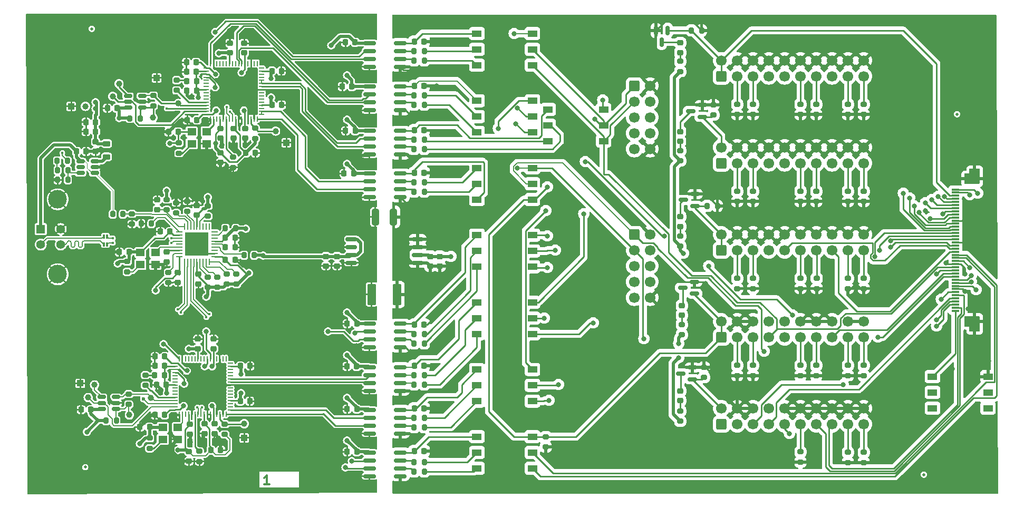
<source format=gbr>
%TF.GenerationSoftware,KiCad,Pcbnew,8.0.1*%
%TF.CreationDate,2024-09-10T07:56:54+02:00*%
%TF.ProjectId,CC_Debug,43435f44-6562-4756-972e-6b696361645f,rev?*%
%TF.SameCoordinates,Original*%
%TF.FileFunction,Copper,L1,Top*%
%TF.FilePolarity,Positive*%
%FSLAX46Y46*%
G04 Gerber Fmt 4.6, Leading zero omitted, Abs format (unit mm)*
G04 Created by KiCad (PCBNEW 8.0.1) date 2024-09-10 07:56:54*
%MOMM*%
%LPD*%
G01*
G04 APERTURE LIST*
G04 Aperture macros list*
%AMRoundRect*
0 Rectangle with rounded corners*
0 $1 Rounding radius*
0 $2 $3 $4 $5 $6 $7 $8 $9 X,Y pos of 4 corners*
0 Add a 4 corners polygon primitive as box body*
4,1,4,$2,$3,$4,$5,$6,$7,$8,$9,$2,$3,0*
0 Add four circle primitives for the rounded corners*
1,1,$1+$1,$2,$3*
1,1,$1+$1,$4,$5*
1,1,$1+$1,$6,$7*
1,1,$1+$1,$8,$9*
0 Add four rect primitives between the rounded corners*
20,1,$1+$1,$2,$3,$4,$5,0*
20,1,$1+$1,$4,$5,$6,$7,0*
20,1,$1+$1,$6,$7,$8,$9,0*
20,1,$1+$1,$8,$9,$2,$3,0*%
%AMFreePoly0*
4,1,17,0.803536,1.603536,0.805000,1.600000,0.805000,-0.800000,0.803536,-0.803536,0.800000,-0.805000,-1.600000,-0.805000,-1.603536,-0.803536,-1.605000,-0.800000,-1.605000,0.800000,-1.603536,0.803536,-1.600000,0.805000,-0.805000,0.805000,-0.805000,1.600000,-0.803536,1.603536,-0.800000,1.605000,0.800000,1.605000,0.803536,1.603536,0.803536,1.603536,$1*%
%AMFreePoly1*
4,1,17,0.803536,1.603536,0.805000,1.600000,0.805000,0.805000,1.600000,0.805000,1.603536,0.803536,1.605000,0.800000,1.605000,-0.800000,1.603536,-0.803536,1.600000,-0.805000,-0.800000,-0.805000,-0.803536,-0.803536,-0.805000,-0.800000,-0.805000,1.600000,-0.803536,1.603536,-0.800000,1.605000,0.800000,1.605000,0.803536,1.603536,0.803536,1.603536,$1*%
G04 Aperture macros list end*
%ADD10C,0.300000*%
%TA.AperFunction,NonConductor*%
%ADD11C,0.300000*%
%TD*%
%TA.AperFunction,ComponentPad*%
%ADD12R,1.000000X1.000000*%
%TD*%
%TA.AperFunction,SMDPad,CuDef*%
%ADD13RoundRect,0.225000X-0.250000X0.225000X-0.250000X-0.225000X0.250000X-0.225000X0.250000X0.225000X0*%
%TD*%
%TA.AperFunction,SMDPad,CuDef*%
%ADD14RoundRect,0.200000X-0.200000X-0.275000X0.200000X-0.275000X0.200000X0.275000X-0.200000X0.275000X0*%
%TD*%
%TA.AperFunction,SMDPad,CuDef*%
%ADD15RoundRect,0.225000X0.225000X0.250000X-0.225000X0.250000X-0.225000X-0.250000X0.225000X-0.250000X0*%
%TD*%
%TA.AperFunction,ComponentPad*%
%ADD16RoundRect,0.250000X0.600000X-0.600000X0.600000X0.600000X-0.600000X0.600000X-0.600000X-0.600000X0*%
%TD*%
%TA.AperFunction,ComponentPad*%
%ADD17C,1.700000*%
%TD*%
%TA.AperFunction,SMDPad,CuDef*%
%ADD18RoundRect,0.200000X-0.275000X0.200000X-0.275000X-0.200000X0.275000X-0.200000X0.275000X0.200000X0*%
%TD*%
%TA.AperFunction,SMDPad,CuDef*%
%ADD19RoundRect,0.200000X0.275000X-0.200000X0.275000X0.200000X-0.275000X0.200000X-0.275000X-0.200000X0*%
%TD*%
%TA.AperFunction,SMDPad,CuDef*%
%ADD20RoundRect,0.225000X-0.225000X-0.250000X0.225000X-0.250000X0.225000X0.250000X-0.225000X0.250000X0*%
%TD*%
%TA.AperFunction,ComponentPad*%
%ADD21C,1.000000*%
%TD*%
%TA.AperFunction,SMDPad,CuDef*%
%ADD22RoundRect,0.150000X-0.825000X-0.150000X0.825000X-0.150000X0.825000X0.150000X-0.825000X0.150000X0*%
%TD*%
%TA.AperFunction,ComponentPad*%
%ADD23RoundRect,0.250000X-0.600000X-0.600000X0.600000X-0.600000X0.600000X0.600000X-0.600000X0.600000X0*%
%TD*%
%TA.AperFunction,SMDPad,CuDef*%
%ADD24RoundRect,0.218750X0.381250X-0.218750X0.381250X0.218750X-0.381250X0.218750X-0.381250X-0.218750X0*%
%TD*%
%TA.AperFunction,SMDPad,CuDef*%
%ADD25RoundRect,0.200000X0.200000X0.275000X-0.200000X0.275000X-0.200000X-0.275000X0.200000X-0.275000X0*%
%TD*%
%TA.AperFunction,SMDPad,CuDef*%
%ADD26RoundRect,0.218750X-0.218750X-0.256250X0.218750X-0.256250X0.218750X0.256250X-0.218750X0.256250X0*%
%TD*%
%TA.AperFunction,ComponentPad*%
%ADD27R,1.400000X1.400000*%
%TD*%
%TA.AperFunction,ComponentPad*%
%ADD28C,1.400000*%
%TD*%
%TA.AperFunction,ComponentPad*%
%ADD29C,3.000000*%
%TD*%
%TA.AperFunction,SMDPad,CuDef*%
%ADD30RoundRect,0.225000X0.250000X-0.225000X0.250000X0.225000X-0.250000X0.225000X-0.250000X-0.225000X0*%
%TD*%
%TA.AperFunction,SMDPad,CuDef*%
%ADD31R,1.500000X1.100000*%
%TD*%
%TA.AperFunction,SMDPad,CuDef*%
%ADD32RoundRect,0.150000X0.587500X0.150000X-0.587500X0.150000X-0.587500X-0.150000X0.587500X-0.150000X0*%
%TD*%
%TA.AperFunction,SMDPad,CuDef*%
%ADD33RoundRect,0.150000X0.512500X0.150000X-0.512500X0.150000X-0.512500X-0.150000X0.512500X-0.150000X0*%
%TD*%
%TA.AperFunction,SMDPad,CuDef*%
%ADD34RoundRect,0.062500X0.062500X-0.337500X0.062500X0.337500X-0.062500X0.337500X-0.062500X-0.337500X0*%
%TD*%
%TA.AperFunction,SMDPad,CuDef*%
%ADD35RoundRect,0.062500X0.337500X-0.062500X0.337500X0.062500X-0.337500X0.062500X-0.337500X-0.062500X0*%
%TD*%
%TA.AperFunction,HeatsinkPad*%
%ADD36R,4.350000X4.350000*%
%TD*%
%TA.AperFunction,SMDPad,CuDef*%
%ADD37RoundRect,0.218750X-0.256250X0.218750X-0.256250X-0.218750X0.256250X-0.218750X0.256250X0.218750X0*%
%TD*%
%TA.AperFunction,SMDPad,CuDef*%
%ADD38RoundRect,0.150000X-0.750000X-0.150000X0.750000X-0.150000X0.750000X0.150000X-0.750000X0.150000X0*%
%TD*%
%TA.AperFunction,SMDPad,CuDef*%
%ADD39C,0.500000*%
%TD*%
%TA.AperFunction,SMDPad,CuDef*%
%ADD40R,1.200000X0.300000*%
%TD*%
%TA.AperFunction,SMDPad,CuDef*%
%ADD41FreePoly0,90.000000*%
%TD*%
%TA.AperFunction,SMDPad,CuDef*%
%ADD42FreePoly1,90.000000*%
%TD*%
%TA.AperFunction,SMDPad,CuDef*%
%ADD43RoundRect,0.249999X-0.450001X-1.450001X0.450001X-1.450001X0.450001X1.450001X-0.450001X1.450001X0*%
%TD*%
%TA.AperFunction,SMDPad,CuDef*%
%ADD44R,1.400000X1.200000*%
%TD*%
%TA.AperFunction,SMDPad,CuDef*%
%ADD45RoundRect,0.250000X-0.312500X-1.075000X0.312500X-1.075000X0.312500X1.075000X-0.312500X1.075000X0*%
%TD*%
%TA.AperFunction,SMDPad,CuDef*%
%ADD46RoundRect,0.015000X-0.135000X-0.275000X0.135000X-0.275000X0.135000X0.275000X-0.135000X0.275000X0*%
%TD*%
%TA.AperFunction,SMDPad,CuDef*%
%ADD47R,0.254000X1.066800*%
%TD*%
%TA.AperFunction,SMDPad,CuDef*%
%ADD48R,1.066800X0.254000*%
%TD*%
%TA.AperFunction,SMDPad,CuDef*%
%ADD49R,3.810000X3.810000*%
%TD*%
%TA.AperFunction,SMDPad,CuDef*%
%ADD50RoundRect,0.150000X-0.150000X0.587500X-0.150000X-0.587500X0.150000X-0.587500X0.150000X0.587500X0*%
%TD*%
%TA.AperFunction,ViaPad*%
%ADD51C,0.800000*%
%TD*%
%TA.AperFunction,ViaPad*%
%ADD52C,0.400000*%
%TD*%
%TA.AperFunction,ViaPad*%
%ADD53C,0.500000*%
%TD*%
%TA.AperFunction,ViaPad*%
%ADD54C,0.600000*%
%TD*%
%TA.AperFunction,Conductor*%
%ADD55C,0.250000*%
%TD*%
%TA.AperFunction,Conductor*%
%ADD56C,0.500000*%
%TD*%
%TA.AperFunction,Conductor*%
%ADD57C,0.200000*%
%TD*%
%TA.AperFunction,Conductor*%
%ADD58C,0.100000*%
%TD*%
G04 APERTURE END LIST*
D10*
D11*
X127324225Y-138992828D02*
X126467082Y-138992828D01*
X126895653Y-138992828D02*
X126895653Y-137492828D01*
X126895653Y-137492828D02*
X126752796Y-137707114D01*
X126752796Y-137707114D02*
X126609939Y-137849971D01*
X126609939Y-137849971D02*
X126467082Y-137921400D01*
D12*
%TO.P,TP5003,1,1*%
%TO.N,GND*%
X96968000Y-122751000D03*
%TD*%
D13*
%TO.P,C7020,1*%
%TO.N,VCC_LED*%
X153162000Y-102349000D03*
%TO.P,C7020,2*%
%TO.N,GND2*%
X153162000Y-103899000D03*
%TD*%
D14*
%TO.P,R7012,1*%
%TO.N,Net-(U7008-VOB)*%
X150559000Y-70866000D03*
%TO.P,R7012,2*%
%TO.N,/Isolation_output/SW_F.TX*%
X152209000Y-70866000D03*
%TD*%
D15*
%TO.P,C2014,1*%
%TO.N,+3.3V*%
X99425000Y-80767000D03*
%TO.P,C2014,2*%
%TO.N,GND*%
X97875000Y-80767000D03*
%TD*%
D16*
%TO.P,J8004,1,Pin_1*%
%TO.N,C_VCC*%
X199898000Y-101355500D03*
D17*
%TO.P,J8004,2,Pin_2*%
X199898000Y-98815500D03*
%TO.P,J8004,3,Pin_3*%
%TO.N,/Isolation_output/Debug_connector/C_TRST#*%
X202438000Y-101355500D03*
%TO.P,J8004,4,Pin_4*%
%TO.N,GND2*%
X202438000Y-98815500D03*
%TO.P,J8004,5,Pin_5*%
%TO.N,/Isolation_output/Debug_connector/C_TDI*%
X204978000Y-101355500D03*
%TO.P,J8004,6,Pin_6*%
%TO.N,GND2*%
X204978000Y-98815500D03*
%TO.P,J8004,7,Pin_7*%
%TO.N,/Isolation_output/Debug_connector/C_SWDIO*%
X207518000Y-101355500D03*
%TO.P,J8004,8,Pin_8*%
%TO.N,GND2*%
X207518000Y-98815500D03*
%TO.P,J8004,9,Pin_9*%
%TO.N,/Isolation_output/Debug_connector/C_SWCLK*%
X210058000Y-101355500D03*
%TO.P,J8004,10,Pin_10*%
%TO.N,GND2*%
X210058000Y-98815500D03*
%TO.P,J8004,11,Pin_11*%
%TO.N,/Isolation_output/Debug_connector/C_RTCK*%
X212598000Y-101355500D03*
%TO.P,J8004,12,Pin_12*%
%TO.N,GND2*%
X212598000Y-98815500D03*
%TO.P,J8004,13,Pin_13*%
%TO.N,/Isolation_output/Debug_connector/C_TDO*%
X215138000Y-101355500D03*
%TO.P,J8004,14,Pin_14*%
%TO.N,GND2*%
X215138000Y-98815500D03*
%TO.P,J8004,15,Pin_15*%
%TO.N,/Isolation_output/Debug_connector/C_RESET#*%
X217678000Y-101355500D03*
%TO.P,J8004,16,Pin_16*%
%TO.N,GND2*%
X217678000Y-98815500D03*
%TO.P,J8004,17,Pin_17*%
%TO.N,/Isolation_output/Debug_connector/C_DBRQ*%
X220218000Y-101355500D03*
%TO.P,J8004,18,Pin_18*%
%TO.N,GND2*%
X220218000Y-98815500D03*
%TO.P,J8004,19,Pin_19*%
%TO.N,/Isolation_output/Debug_connector/C_DBACK*%
X222758000Y-101355500D03*
%TO.P,J8004,20,Pin_20*%
%TO.N,GND2*%
X222758000Y-98815500D03*
%TD*%
D18*
%TO.P,R2006,1*%
%TO.N,/USB hub/USB3_D-*%
X117464000Y-105667000D03*
%TO.P,R2006,2*%
%TO.N,+3.3V*%
X117464000Y-107317000D03*
%TD*%
D19*
%TO.P,R8036,1*%
%TO.N,VCC_LED*%
X193294000Y-86994000D03*
%TO.P,R8036,2*%
%TO.N,Net-(D8004-A)*%
X193294000Y-85344000D03*
%TD*%
%TO.P,R8008,1*%
%TO.N,GND2*%
X215201000Y-107514500D03*
%TO.P,R8008,2*%
%TO.N,/Isolation_output/Debug_connector/C_TDO*%
X215201000Y-105864500D03*
%TD*%
D20*
%TO.P,C6009,1*%
%TO.N,+3.3V*%
X123529000Y-85720000D03*
%TO.P,C6009,2*%
%TO.N,GND*%
X125079000Y-85720000D03*
%TD*%
D21*
%TO.P,TP6001,1,1*%
%TO.N,/USB2UART2/EECS*%
X102153000Y-76629000D03*
%TD*%
D22*
%TO.P,U7001,1,VDD1*%
%TO.N,+3.3V*%
X143419000Y-126995000D03*
%TO.P,U7001,2,VOA*%
%TO.N,/Isolation_output/UART_A_1.RX*%
X143419000Y-128265000D03*
%TO.P,U7001,3,VIB*%
%TO.N,/Isolation_output/UART_A_1.TX*%
X143419000Y-129535000D03*
%TO.P,U7001,4,GND1*%
%TO.N,GND*%
X143419000Y-130805000D03*
%TO.P,U7001,5,GND2*%
%TO.N,GND2*%
X148369000Y-130805000D03*
%TO.P,U7001,6,VOB*%
%TO.N,Net-(U7001-VOB)*%
X148369000Y-129535000D03*
%TO.P,U7001,7,VIA*%
%TO.N,Net-(U7001-VIA)*%
X148369000Y-128265000D03*
%TO.P,U7001,8,VDD2*%
%TO.N,SW_A_VCC*%
X148369000Y-126995000D03*
%TD*%
D12*
%TO.P,TP6006,1,1*%
%TO.N,GND*%
X95504000Y-78232000D03*
%TD*%
D14*
%TO.P,R7015,1*%
%TO.N,Net-(U7002-VIA)*%
X150559000Y-121412000D03*
%TO.P,R7015,2*%
%TO.N,/Isolation_output/SW_B.RX*%
X152209000Y-121412000D03*
%TD*%
D18*
%TO.P,R8030,1*%
%TO.N,GND2*%
X197104000Y-120142000D03*
%TO.P,R8030,2*%
%TO.N,E_VCC*%
X197104000Y-121792000D03*
%TD*%
D20*
%TO.P,C2009,1*%
%TO.N,+3.3V*%
X120245000Y-102936000D03*
%TO.P,C2009,2*%
%TO.N,GND*%
X121795000Y-102936000D03*
%TD*%
D18*
%TO.P,R6004,1*%
%TO.N,Net-(U6003-REF)*%
X121510000Y-86419000D03*
%TO.P,R6004,2*%
%TO.N,GND*%
X121510000Y-88069000D03*
%TD*%
D21*
%TO.P,TP2001,1,1*%
%TO.N,+3.3V*%
X97790000Y-78232000D03*
%TD*%
D23*
%TO.P,J8008,1,Pin_1*%
%TO.N,/Isolation_output/Debug_connector/D_SWCLK*%
X185928000Y-74930000D03*
D17*
%TO.P,J8008,2,Pin_2*%
%TO.N,GND2*%
X188468000Y-74930000D03*
%TO.P,J8008,3,Pin_3*%
%TO.N,/Isolation_output/Debug_connector/D_SWDIO*%
X185928000Y-77470000D03*
%TO.P,J8008,4,Pin_4*%
%TO.N,unconnected-(J8008-Pin_4-Pad4)*%
X188468000Y-77470000D03*
%TO.P,J8008,5,Pin_5*%
%TO.N,unconnected-(J8008-Pin_5-Pad5)*%
X185928000Y-80010000D03*
%TO.P,J8008,6,Pin_6*%
%TO.N,unconnected-(J8008-Pin_6-Pad6)*%
X188468000Y-80010000D03*
%TO.P,J8008,7,Pin_7*%
%TO.N,unconnected-(J8008-Pin_7-Pad7)*%
X185928000Y-82550000D03*
%TO.P,J8008,8,Pin_8*%
%TO.N,unconnected-(J8008-Pin_8-Pad8)*%
X188468000Y-82550000D03*
%TO.P,J8008,9,Pin_9*%
%TO.N,unconnected-(J8008-Pin_9-Pad9)*%
X185928000Y-85090000D03*
%TO.P,J8008,10,Pin_10*%
%TO.N,GND2*%
X188468000Y-85090000D03*
%TD*%
D19*
%TO.P,R8012,1*%
%TO.N,GND2*%
X222758000Y-121494000D03*
%TO.P,R8012,2*%
%TO.N,/Isolation_output/Debug_connector/D_DBACK*%
X222758000Y-119844000D03*
%TD*%
D24*
%TO.P,L2001,1,1*%
%TO.N,/USB hub/SW*%
X101190000Y-86355000D03*
%TO.P,L2001,2,2*%
%TO.N,+3.3V*%
X101190000Y-84230000D03*
%TD*%
D22*
%TO.P,U7008,1,VDD1*%
%TO.N,+3.3V*%
X143419000Y-68067000D03*
%TO.P,U7008,2,VOA*%
%TO.N,/Isolation_output/UART_B_4.RX*%
X143419000Y-69337000D03*
%TO.P,U7008,3,VIB*%
%TO.N,/Isolation_output/UART_B_4.TX*%
X143419000Y-70607000D03*
%TO.P,U7008,4,GND1*%
%TO.N,GND*%
X143419000Y-71877000D03*
%TO.P,U7008,5,GND2*%
%TO.N,GND2*%
X148369000Y-71877000D03*
%TO.P,U7008,6,VOB*%
%TO.N,Net-(U7008-VOB)*%
X148369000Y-70607000D03*
%TO.P,U7008,7,VIA*%
%TO.N,Net-(U7008-VIA)*%
X148369000Y-69337000D03*
%TO.P,U7008,8,VDD2*%
%TO.N,SW_F_VCC*%
X148369000Y-68067000D03*
%TD*%
D15*
%TO.P,C6012,1*%
%TO.N,+3.3V*%
X115554000Y-72692000D03*
%TO.P,C6012,2*%
%TO.N,GND*%
X114004000Y-72692000D03*
%TD*%
D25*
%TO.P,R8029,1*%
%TO.N,GND2*%
X199262000Y-94234000D03*
%TO.P,R8029,2*%
%TO.N,C_VCC*%
X197612000Y-94234000D03*
%TD*%
D19*
%TO.P,R8005,1*%
%TO.N,GND2*%
X215138000Y-93535000D03*
%TO.P,R8005,2*%
%TO.N,/Isolation_output/Debug_connector/B_TDO*%
X215138000Y-91885000D03*
%TD*%
D13*
%TO.P,C5010,1*%
%TO.N,+3.3V*%
X114398000Y-133713000D03*
%TO.P,C5010,2*%
%TO.N,GND*%
X114398000Y-135263000D03*
%TD*%
D26*
%TO.P,D6001,1,K*%
%TO.N,Net-(D6001-K)*%
X114065500Y-74216000D03*
%TO.P,D6001,2,A*%
%TO.N,+3.3V*%
X115640500Y-74216000D03*
%TD*%
D15*
%TO.P,C5014,1*%
%TO.N,+1V8A*%
X110502000Y-118433000D03*
%TO.P,C5014,2*%
%TO.N,GND*%
X108952000Y-118433000D03*
%TD*%
D19*
%TO.P,R6003,1*%
%TO.N,/USB2UART2/EEDATA_OUT*%
X108683000Y-78153000D03*
%TO.P,R6003,2*%
%TO.N,/USB2UART2/EEDATA*%
X108683000Y-76503000D03*
%TD*%
D15*
%TO.P,C6014,1*%
%TO.N,+1V8B*%
X115554000Y-71168000D03*
%TO.P,C6014,2*%
%TO.N,GND*%
X114004000Y-71168000D03*
%TD*%
D14*
%TO.P,R2015,1*%
%TO.N,/USB hub/OC#2*%
X120258000Y-97856000D03*
%TO.P,R2015,2*%
%TO.N,+3.3V*%
X121908000Y-97856000D03*
%TD*%
D27*
%TO.P,J3001,1,VBUS*%
%TO.N,/USB.VBUS*%
X90624000Y-97952000D03*
D28*
%TO.P,J3001,2,D-*%
%TO.N,Net-(J3001-D-)*%
X90624000Y-100452000D03*
%TO.P,J3001,3,D+*%
%TO.N,Net-(J3001-D+)*%
X93824000Y-100452000D03*
%TO.P,J3001,4,GND*%
%TO.N,GND*%
X93824000Y-97952000D03*
D29*
%TO.P,J3001,5,Shield*%
X93334000Y-105222000D03*
X93334000Y-93182000D03*
%TD*%
D30*
%TO.P,C6015,1*%
%TO.N,+3.3V*%
X121002000Y-69657000D03*
%TO.P,C6015,2*%
%TO.N,GND*%
X121002000Y-68107000D03*
%TD*%
D18*
%TO.P,R2005,1*%
%TO.N,/USB hub/USB3_D+*%
X118988000Y-105667000D03*
%TO.P,R2005,2*%
%TO.N,+3.3V*%
X118988000Y-107317000D03*
%TD*%
D31*
%TO.P,SW8002,1*%
%TO.N,unconnected-(SW8002-Pad1)*%
X242702000Y-126746000D03*
%TO.P,SW8002,2*%
%TO.N,unconnected-(SW8002-Pad2)*%
X242702000Y-124206000D03*
%TO.P,SW8002,3*%
%TO.N,GND2*%
X242702000Y-121666000D03*
%TO.P,SW8002,4*%
%TO.N,/Isolation_output/Debug_connector/FORCE#*%
X233802000Y-121666000D03*
%TO.P,SW8002,5*%
%TO.N,unconnected-(SW8002-Pad5)*%
X233802000Y-124206000D03*
%TO.P,SW8002,6*%
%TO.N,unconnected-(SW8002-Pad6)*%
X233802000Y-126746000D03*
%TD*%
D20*
%TO.P,C7016,1*%
%TO.N,SW_A_VCC*%
X150609000Y-126746000D03*
%TO.P,C7016,2*%
%TO.N,GND2*%
X152159000Y-126746000D03*
%TD*%
D15*
%TO.P,C7002,1*%
%TO.N,+3.3V*%
X141348000Y-126868000D03*
%TO.P,C7002,2*%
%TO.N,GND*%
X139798000Y-126868000D03*
%TD*%
D14*
%TO.P,R7008,1*%
%TO.N,Net-(U7005-SCL2)*%
X150559000Y-91948000D03*
%TO.P,R7008,2*%
%TO.N,/Isolation_output/I2C2.SCL*%
X152209000Y-91948000D03*
%TD*%
D19*
%TO.P,R2007,1*%
%TO.N,/USB hub/CFG_SEL1*%
X112384000Y-95379000D03*
%TO.P,R2007,2*%
%TO.N,GND*%
X112384000Y-93729000D03*
%TD*%
D32*
%TO.P,Q8004,1,G*%
%TO.N,B_VCC*%
X196850000Y-79944000D03*
%TO.P,Q8004,2,S*%
%TO.N,GND2*%
X196850000Y-78044000D03*
%TO.P,Q8004,3,D*%
%TO.N,Net-(D8004-K)*%
X194975000Y-78994000D03*
%TD*%
D21*
%TO.P,TP5004,1,1*%
%TO.N,/USB2UART1/EECLK*%
X99254000Y-123005000D03*
%TD*%
D31*
%TO.P,SW8003,1*%
%TO.N,SW_E_VCC*%
X160650000Y-77343000D03*
%TO.P,SW8003,2*%
%TO.N,/Isolation_output/SW_E.RX*%
X160650000Y-79883000D03*
%TO.P,SW8003,3*%
%TO.N,/Isolation_output/SW_E.TX*%
X160650000Y-82423000D03*
%TO.P,SW8003,4*%
%TO.N,/Isolation_output/Debug_connector/E_TX*%
X169550000Y-82423000D03*
%TO.P,SW8003,5*%
%TO.N,/Isolation_output/Debug_connector/E_RX*%
X169550000Y-79883000D03*
%TO.P,SW8003,6*%
%TO.N,E_VCC*%
X169550000Y-77343000D03*
%TD*%
D20*
%TO.P,C7015,1*%
%TO.N,SW_B_VCC*%
X150609000Y-119888000D03*
%TO.P,C7015,2*%
%TO.N,GND2*%
X152159000Y-119888000D03*
%TD*%
D19*
%TO.P,R8020,1*%
%TO.N,GND2*%
X220218000Y-93535000D03*
%TO.P,R8020,2*%
%TO.N,/Isolation_output/Debug_connector/B_DBRQ*%
X220218000Y-91885000D03*
%TD*%
%TO.P,R8019,1*%
%TO.N,GND2*%
X212598000Y-93535000D03*
%TO.P,R8019,2*%
%TO.N,/Isolation_output/Debug_connector/B_RTCK*%
X212598000Y-91885000D03*
%TD*%
D21*
%TO.P,TP5002,1,1*%
%TO.N,/USB2UART1/EEDATA_OUT*%
X104853000Y-127831000D03*
%TD*%
D14*
%TO.P,R7009,1*%
%TO.N,Net-(U7007-VIA)*%
X150559000Y-76454000D03*
%TO.P,R7009,2*%
%TO.N,/Isolation_output/SW_E.RX*%
X152209000Y-76454000D03*
%TD*%
D30*
%TO.P,C2005,1*%
%TO.N,+3.3V*%
X115686000Y-95712000D03*
%TO.P,C2005,2*%
%TO.N,GND*%
X115686000Y-94162000D03*
%TD*%
D20*
%TO.P,C5013,1*%
%TO.N,+3.3V*%
X117941000Y-133472000D03*
%TO.P,C5013,2*%
%TO.N,GND*%
X119491000Y-133472000D03*
%TD*%
D31*
%TO.P,SW8006,1*%
%TO.N,SW_B_VCC*%
X160650000Y-109728000D03*
%TO.P,SW8006,2*%
%TO.N,/Isolation_output/SW_B.RX*%
X160650000Y-112268000D03*
%TO.P,SW8006,3*%
%TO.N,/Isolation_output/SW_B.TX*%
X160650000Y-114808000D03*
%TO.P,SW8006,4*%
%TO.N,/Isolation_output/Debug_connector/B_TX*%
X169550000Y-114808000D03*
%TO.P,SW8006,5*%
%TO.N,/Isolation_output/Debug_connector/B_RX*%
X169550000Y-112268000D03*
%TO.P,SW8006,6*%
%TO.N,B_VCC*%
X169550000Y-109728000D03*
%TD*%
D19*
%TO.P,R8015,1*%
%TO.N,GND2*%
X202438000Y-79565000D03*
%TO.P,R8015,2*%
%TO.N,/Isolation_output/Debug_connector/A_TRST#*%
X202438000Y-77915000D03*
%TD*%
%TO.P,R8010,1*%
%TO.N,GND2*%
X204978000Y-121494000D03*
%TO.P,R8010,2*%
%TO.N,/Isolation_output/Debug_connector/D_TDI*%
X204978000Y-119844000D03*
%TD*%
D21*
%TO.P,TP6005,1,1*%
%TO.N,Net-(U6003-~{RESET})*%
X128315000Y-82217000D03*
%TD*%
D15*
%TO.P,C5006,1*%
%TO.N,+3.3V*%
X110502000Y-119957000D03*
%TO.P,C5006,2*%
%TO.N,GND*%
X108952000Y-119957000D03*
%TD*%
D33*
%TO.P,U5003,1,DO*%
%TO.N,/USB2UART1/EEDATA_OUT*%
X102703000Y-126849000D03*
%TO.P,U5003,2,GND*%
%TO.N,GND*%
X102703000Y-125899000D03*
%TO.P,U5003,3,DI*%
%TO.N,/USB2UART1/EEDATA*%
X102703000Y-124949000D03*
%TO.P,U5003,4,CLK*%
%TO.N,/USB2UART1/EECLK*%
X100428000Y-124949000D03*
%TO.P,U5003,5,CS*%
%TO.N,/USB2UART1/EECS*%
X100428000Y-125899000D03*
%TO.P,U5003,6,VCC*%
%TO.N,+3.3V*%
X100428000Y-126849000D03*
%TD*%
D20*
%TO.P,C2002,1*%
%TO.N,/USB hub/CRFILT*%
X120245000Y-100904000D03*
%TO.P,C2002,2*%
%TO.N,GND*%
X121795000Y-100904000D03*
%TD*%
D18*
%TO.P,R2004,1*%
%TO.N,/USB hub/USB4_D-*%
X120512000Y-105159000D03*
%TO.P,R2004,2*%
%TO.N,+3.3V*%
X120512000Y-106809000D03*
%TD*%
D14*
%TO.P,R7006,1*%
%TO.N,Net-(U7004-VOB)*%
X150559000Y-136906000D03*
%TO.P,R7006,2*%
%TO.N,/Isolation_output/SW_D.TX*%
X152209000Y-136906000D03*
%TD*%
D30*
%TO.P,C6002,1*%
%TO.N,+1V8B*%
X123288000Y-69657000D03*
%TO.P,C6002,2*%
%TO.N,GND*%
X123288000Y-68107000D03*
%TD*%
D20*
%TO.P,C2007,1*%
%TO.N,+3.3V*%
X120245000Y-99380000D03*
%TO.P,C2007,2*%
%TO.N,GND*%
X121795000Y-99380000D03*
%TD*%
D19*
%TO.P,R8021,1*%
%TO.N,GND2*%
X202438000Y-107514500D03*
%TO.P,R8021,2*%
%TO.N,/Isolation_output/Debug_connector/C_TRST#*%
X202438000Y-105864500D03*
%TD*%
%TO.P,R8002,1*%
%TO.N,GND2*%
X215138000Y-79565000D03*
%TO.P,R8002,2*%
%TO.N,/Isolation_output/Debug_connector/A_TDO*%
X215138000Y-77915000D03*
%TD*%
D34*
%TO.P,U6003,1,GND*%
%TO.N,GND*%
X117887000Y-80264000D03*
%TO.P,U6003,2,OSCI*%
%TO.N,/USB2UART2/12Mhz*%
X118387000Y-80264000D03*
%TO.P,U6003,3,OSCO*%
%TO.N,unconnected-(U6003-OSCO-Pad3)*%
X118887000Y-80264000D03*
%TO.P,U6003,4,VPHY*%
%TO.N,+3.3V*%
X119387000Y-80264000D03*
%TO.P,U6003,5,GND*%
%TO.N,GND*%
X119887000Y-80264000D03*
%TO.P,U6003,6,REF*%
%TO.N,Net-(U6003-REF)*%
X120387000Y-80264000D03*
%TO.P,U6003,7,DM*%
%TO.N,/USB2.D-*%
X120887000Y-80264000D03*
%TO.P,U6003,8,DP*%
%TO.N,/USB2.D+*%
X121387000Y-80264000D03*
%TO.P,U6003,9,VPLL*%
%TO.N,+3.3V*%
X121887000Y-80264000D03*
%TO.P,U6003,10,AGND*%
%TO.N,GND*%
X122387000Y-80264000D03*
%TO.P,U6003,11,GND*%
X122887000Y-80264000D03*
%TO.P,U6003,12,VCORE*%
%TO.N,+1V8B*%
X123387000Y-80264000D03*
%TO.P,U6003,13,TEST*%
%TO.N,GND*%
X123887000Y-80264000D03*
%TO.P,U6003,14,~{RESET}*%
%TO.N,Net-(U6003-~{RESET})*%
X124387000Y-80264000D03*
%TO.P,U6003,15,GND*%
%TO.N,GND*%
X124887000Y-80264000D03*
%TO.P,U6003,16,ADBUS0*%
%TO.N,/Isolation_output/I2C_B_1.SCL*%
X125387000Y-80264000D03*
D35*
%TO.P,U6003,17,ADBUS1*%
%TO.N,/Isolation_output/I2C_B_1.SDA*%
X126087000Y-79564000D03*
%TO.P,U6003,18,ADBUS2*%
X126087000Y-79064000D03*
%TO.P,U6003,19,ADBUS3*%
%TO.N,unconnected-(U6003-ADBUS3-Pad19)*%
X126087000Y-78564000D03*
%TO.P,U6003,20,VCCIO*%
%TO.N,+3.3V*%
X126087000Y-78064000D03*
%TO.P,U6003,21,ADBUS4*%
%TO.N,unconnected-(U6003-ADBUS4-Pad21)*%
X126087000Y-77564000D03*
%TO.P,U6003,22,ADBUS5*%
%TO.N,unconnected-(U6003-ADBUS5-Pad22)*%
X126087000Y-77064000D03*
%TO.P,U6003,23,ADBUS6*%
%TO.N,unconnected-(U6003-ADBUS6-Pad23)*%
X126087000Y-76564000D03*
%TO.P,U6003,24,ADBUS7*%
%TO.N,unconnected-(U6003-ADBUS7-Pad24)*%
X126087000Y-76064000D03*
%TO.P,U6003,25,GND*%
%TO.N,GND*%
X126087000Y-75564000D03*
%TO.P,U6003,26,BDBUS0*%
%TO.N,/Isolation_output/I2C_B_2.SCL*%
X126087000Y-75064000D03*
%TO.P,U6003,27,BDBUS1*%
%TO.N,/Isolation_output/I2C_B_2.SDA*%
X126087000Y-74564000D03*
%TO.P,U6003,28,BDBUS2*%
X126087000Y-74064000D03*
%TO.P,U6003,29,BDBUS3*%
%TO.N,unconnected-(U6003-BDBUS3-Pad29)*%
X126087000Y-73564000D03*
%TO.P,U6003,30,BDBUS4*%
%TO.N,unconnected-(U6003-BDBUS4-Pad30)*%
X126087000Y-73064000D03*
%TO.P,U6003,31,VCCIO*%
%TO.N,+3.3V*%
X126087000Y-72564000D03*
%TO.P,U6003,32,BDBUS5*%
%TO.N,unconnected-(U6003-BDBUS5-Pad32)*%
X126087000Y-72064000D03*
D34*
%TO.P,U6003,33,BDBUS6*%
%TO.N,unconnected-(U6003-BDBUS6-Pad33)*%
X125387000Y-71364000D03*
%TO.P,U6003,34,BDBUS7*%
%TO.N,unconnected-(U6003-BDBUS7-Pad34)*%
X124887000Y-71364000D03*
%TO.P,U6003,35,GND*%
%TO.N,GND*%
X124387000Y-71364000D03*
%TO.P,U6003,36,~{SUSPEND}*%
%TO.N,unconnected-(U6003-~{SUSPEND}-Pad36)*%
X123887000Y-71364000D03*
%TO.P,U6003,37,VCORE*%
%TO.N,+1V8B*%
X123387000Y-71364000D03*
%TO.P,U6003,38,CDBUS0*%
%TO.N,/Isolation_output/UART_B_3.TX*%
X122887000Y-71364000D03*
%TO.P,U6003,39,CDBUS1*%
%TO.N,/Isolation_output/UART_B_3.RX*%
X122387000Y-71364000D03*
%TO.P,U6003,40,CDBUS2*%
%TO.N,unconnected-(U6003-CDBUS2-Pad40)*%
X121887000Y-71364000D03*
%TO.P,U6003,41,CDBUS3*%
%TO.N,unconnected-(U6003-CDBUS3-Pad41)*%
X121387000Y-71364000D03*
%TO.P,U6003,42,VCCIO*%
%TO.N,+3.3V*%
X120887000Y-71364000D03*
%TO.P,U6003,43,CDBUS4*%
%TO.N,unconnected-(U6003-CDBUS4-Pad43)*%
X120387000Y-71364000D03*
%TO.P,U6003,44,CDBUS5*%
%TO.N,unconnected-(U6003-CDBUS5-Pad44)*%
X119887000Y-71364000D03*
%TO.P,U6003,45,CDBUS6*%
%TO.N,unconnected-(U6003-CDBUS6-Pad45)*%
X119387000Y-71364000D03*
%TO.P,U6003,46,CDBUS7*%
%TO.N,unconnected-(U6003-CDBUS7-Pad46)*%
X118887000Y-71364000D03*
%TO.P,U6003,47,GND*%
%TO.N,GND*%
X118387000Y-71364000D03*
%TO.P,U6003,48,DDBUS0*%
%TO.N,/Isolation_output/UART_B_4.TX*%
X117887000Y-71364000D03*
D35*
%TO.P,U6003,49,VREGOUT*%
%TO.N,+1V8B*%
X117187000Y-72064000D03*
%TO.P,U6003,50,VREGIN*%
%TO.N,+3.3V*%
X117187000Y-72564000D03*
%TO.P,U6003,51,GND*%
%TO.N,GND*%
X117187000Y-73064000D03*
%TO.P,U6003,52,DDBUS1*%
%TO.N,/Isolation_output/UART_B_4.RX*%
X117187000Y-73564000D03*
%TO.P,U6003,53,DDBUS2*%
%TO.N,unconnected-(U6003-DDBUS2-Pad53)*%
X117187000Y-74064000D03*
%TO.P,U6003,54,DDBUS3*%
%TO.N,unconnected-(U6003-DDBUS3-Pad54)*%
X117187000Y-74564000D03*
%TO.P,U6003,55,DDBUS4*%
%TO.N,unconnected-(U6003-DDBUS4-Pad55)*%
X117187000Y-75064000D03*
%TO.P,U6003,56,VCCIO*%
%TO.N,+3.3V*%
X117187000Y-75564000D03*
%TO.P,U6003,57,DDBUS5*%
%TO.N,unconnected-(U6003-DDBUS5-Pad57)*%
X117187000Y-76064000D03*
%TO.P,U6003,58,DDBUS6*%
%TO.N,unconnected-(U6003-DDBUS6-Pad58)*%
X117187000Y-76564000D03*
%TO.P,U6003,59,DDBUS7*%
%TO.N,unconnected-(U6003-DDBUS7-Pad59)*%
X117187000Y-77064000D03*
%TO.P,U6003,60,~{PWREN}*%
%TO.N,Net-(U6003-~{PWREN})*%
X117187000Y-77564000D03*
%TO.P,U6003,61,EEDATA*%
%TO.N,/USB2UART2/EEDATA*%
X117187000Y-78064000D03*
%TO.P,U6003,62,EECLK*%
%TO.N,/USB2UART2/EECLK*%
X117187000Y-78564000D03*
%TO.P,U6003,63,EECS*%
%TO.N,/USB2UART2/EECS*%
X117187000Y-79064000D03*
%TO.P,U6003,64,VCORE*%
%TO.N,+1V8B*%
X117187000Y-79564000D03*
D36*
%TO.P,U6003,65,EP*%
%TO.N,GND*%
X121637000Y-75814000D03*
%TD*%
D15*
%TO.P,C6001,1*%
%TO.N,+3.3V*%
X102854000Y-78534000D03*
%TO.P,C6001,2*%
%TO.N,GND*%
X101304000Y-78534000D03*
%TD*%
D19*
%TO.P,R8027,1*%
%TO.N,GND2*%
X220218000Y-135464000D03*
%TO.P,R8027,2*%
%TO.N,/Isolation_output/Debug_connector/E_DBRQ*%
X220218000Y-133814000D03*
%TD*%
D20*
%TO.P,C7013,1*%
%TO.N,SW_D_VCC*%
X150609000Y-133604000D03*
%TO.P,C7013,2*%
%TO.N,GND2*%
X152159000Y-133604000D03*
%TD*%
D13*
%TO.P,C2006,1*%
%TO.N,+3.3V*%
X112638000Y-104968000D03*
%TO.P,C2006,2*%
%TO.N,GND*%
X112638000Y-106518000D03*
%TD*%
D16*
%TO.P,J8003,1,Pin_1*%
%TO.N,B_VCC*%
X199898000Y-87376000D03*
D17*
%TO.P,J8003,2,Pin_2*%
X199898000Y-84836000D03*
%TO.P,J8003,3,Pin_3*%
%TO.N,/Isolation_output/Debug_connector/B_TRST#*%
X202438000Y-87376000D03*
%TO.P,J8003,4,Pin_4*%
%TO.N,GND2*%
X202438000Y-84836000D03*
%TO.P,J8003,5,Pin_5*%
%TO.N,/Isolation_output/Debug_connector/B_TDI*%
X204978000Y-87376000D03*
%TO.P,J8003,6,Pin_6*%
%TO.N,GND2*%
X204978000Y-84836000D03*
%TO.P,J8003,7,Pin_7*%
%TO.N,/Isolation_output/Debug_connector/B_SWDIO*%
X207518000Y-87376000D03*
%TO.P,J8003,8,Pin_8*%
%TO.N,GND2*%
X207518000Y-84836000D03*
%TO.P,J8003,9,Pin_9*%
%TO.N,/Isolation_output/Debug_connector/B_SWCLK*%
X210058000Y-87376000D03*
%TO.P,J8003,10,Pin_10*%
%TO.N,GND2*%
X210058000Y-84836000D03*
%TO.P,J8003,11,Pin_11*%
%TO.N,/Isolation_output/Debug_connector/B_RTCK*%
X212598000Y-87376000D03*
%TO.P,J8003,12,Pin_12*%
%TO.N,GND2*%
X212598000Y-84836000D03*
%TO.P,J8003,13,Pin_13*%
%TO.N,/Isolation_output/Debug_connector/B_TDO*%
X215138000Y-87376000D03*
%TO.P,J8003,14,Pin_14*%
%TO.N,GND2*%
X215138000Y-84836000D03*
%TO.P,J8003,15,Pin_15*%
%TO.N,/Isolation_output/Debug_connector/B_RESET#*%
X217678000Y-87376000D03*
%TO.P,J8003,16,Pin_16*%
%TO.N,GND2*%
X217678000Y-84836000D03*
%TO.P,J8003,17,Pin_17*%
%TO.N,/Isolation_output/Debug_connector/B_DBRQ*%
X220218000Y-87376000D03*
%TO.P,J8003,18,Pin_18*%
%TO.N,GND2*%
X220218000Y-84836000D03*
%TO.P,J8003,19,Pin_19*%
%TO.N,/Isolation_output/Debug_connector/B_DBACK*%
X222758000Y-87376000D03*
%TO.P,J8003,20,Pin_20*%
%TO.N,GND2*%
X222758000Y-84836000D03*
%TD*%
D21*
%TO.P,TP5005,1,1*%
%TO.N,/USB2UART1/EEDATA*%
X108302000Y-125090000D03*
%TD*%
D23*
%TO.P,J8007,1,Pin_1*%
%TO.N,/Isolation_output/Debug_connector/D_RESET#*%
X185928000Y-98806000D03*
D17*
%TO.P,J8007,2,Pin_2*%
%TO.N,GND2*%
X188468000Y-98806000D03*
%TO.P,J8007,3,Pin_3*%
%TO.N,/Isolation_output/Debug_connector/D_IO{slash}F_VCC*%
X185928000Y-101346000D03*
%TO.P,J8007,4,Pin_4*%
%TO.N,unconnected-(J8007-Pin_4-Pad4)*%
X188468000Y-101346000D03*
%TO.P,J8007,5,Pin_5*%
%TO.N,unconnected-(J8007-Pin_5-Pad5)*%
X185928000Y-103886000D03*
%TO.P,J8007,6,Pin_6*%
%TO.N,unconnected-(J8007-Pin_6-Pad6)*%
X188468000Y-103886000D03*
%TO.P,J8007,7,Pin_7*%
%TO.N,unconnected-(J8007-Pin_7-Pad7)*%
X185928000Y-106426000D03*
%TO.P,J8007,8,Pin_8*%
%TO.N,unconnected-(J8007-Pin_8-Pad8)*%
X188468000Y-106426000D03*
%TO.P,J8007,9,Pin_9*%
%TO.N,unconnected-(J8007-Pin_9-Pad9)*%
X185928000Y-108966000D03*
%TO.P,J8007,10,Pin_10*%
%TO.N,GND2*%
X188468000Y-108966000D03*
%TD*%
D19*
%TO.P,R8004,1*%
%TO.N,GND2*%
X204978000Y-93535000D03*
%TO.P,R8004,2*%
%TO.N,/Isolation_output/Debug_connector/B_TDI*%
X204978000Y-91885000D03*
%TD*%
D13*
%TO.P,C7018,1*%
%TO.N,+3.3V*%
X136398000Y-102349000D03*
%TO.P,C7018,2*%
%TO.N,GND*%
X136398000Y-103899000D03*
%TD*%
D19*
%TO.P,R8026,1*%
%TO.N,GND2*%
X220218000Y-121494000D03*
%TO.P,R8026,2*%
%TO.N,/Isolation_output/Debug_connector/D_DBRQ*%
X220218000Y-119844000D03*
%TD*%
D20*
%TO.P,C7014,1*%
%TO.N,SW_C_VCC*%
X150609000Y-113284000D03*
%TO.P,C7014,2*%
%TO.N,GND2*%
X152159000Y-113284000D03*
%TD*%
D15*
%TO.P,C5009,1*%
%TO.N,+3.3V*%
X98652000Y-126981000D03*
%TO.P,C5009,2*%
%TO.N,GND*%
X97102000Y-126981000D03*
%TD*%
D21*
%TO.P,TP6004,1,1*%
%TO.N,/USB2UART2/EEDATA*%
X112694000Y-77772000D03*
%TD*%
D25*
%TO.P,R2018,1*%
%TO.N,/USB hub/FB*%
X94966000Y-90038000D03*
%TO.P,R2018,2*%
%TO.N,GND*%
X93316000Y-90038000D03*
%TD*%
D14*
%TO.P,R7001,1*%
%TO.N,Net-(U7001-VIA)*%
X150559000Y-128270000D03*
%TO.P,R7001,2*%
%TO.N,/Isolation_output/SW_A.RX*%
X152209000Y-128270000D03*
%TD*%
D13*
%TO.P,C7019,1*%
%TO.N,VCC_LED*%
X154686000Y-102349000D03*
%TO.P,C7019,2*%
%TO.N,GND2*%
X154686000Y-103899000D03*
%TD*%
D15*
%TO.P,C7005,1*%
%TO.N,+3.3V*%
X140840000Y-89022000D03*
%TO.P,C7005,2*%
%TO.N,GND*%
X139290000Y-89022000D03*
%TD*%
%TO.P,C2013,1*%
%TO.N,+3.3V*%
X99425000Y-82291000D03*
%TO.P,C2013,2*%
%TO.N,GND*%
X97875000Y-82291000D03*
%TD*%
%TO.P,C2010,1*%
%TO.N,+3.3V*%
X111368000Y-98364000D03*
%TO.P,C2010,2*%
%TO.N,GND*%
X109818000Y-98364000D03*
%TD*%
D13*
%TO.P,C6008,1*%
%TO.N,+3.3V*%
X119478000Y-81823000D03*
%TO.P,C6008,2*%
%TO.N,GND*%
X119478000Y-83373000D03*
%TD*%
D22*
%TO.P,U7007,1,VDD1*%
%TO.N,+3.3V*%
X143419000Y-75052000D03*
%TO.P,U7007,2,VOA*%
%TO.N,/Isolation_output/UART_B_3.RX*%
X143419000Y-76322000D03*
%TO.P,U7007,3,VIB*%
%TO.N,/Isolation_output/UART_B_3.TX*%
X143419000Y-77592000D03*
%TO.P,U7007,4,GND1*%
%TO.N,GND*%
X143419000Y-78862000D03*
%TO.P,U7007,5,GND2*%
%TO.N,GND2*%
X148369000Y-78862000D03*
%TO.P,U7007,6,VOB*%
%TO.N,Net-(U7007-VOB)*%
X148369000Y-77592000D03*
%TO.P,U7007,7,VIA*%
%TO.N,Net-(U7007-VIA)*%
X148369000Y-76322000D03*
%TO.P,U7007,8,VDD2*%
%TO.N,SW_E_VCC*%
X148369000Y-75052000D03*
%TD*%
D15*
%TO.P,C6013,1*%
%TO.N,+3.3V*%
X115628000Y-75740000D03*
%TO.P,C6013,2*%
%TO.N,GND*%
X114078000Y-75740000D03*
%TD*%
D31*
%TO.P,SW8004,1*%
%TO.N,SW_D_VCC*%
X160650000Y-131318000D03*
%TO.P,SW8004,2*%
%TO.N,/Isolation_output/SW_D.RX*%
X160650000Y-133858000D03*
%TO.P,SW8004,3*%
%TO.N,/Isolation_output/SW_D.TX*%
X160650000Y-136398000D03*
%TO.P,SW8004,4*%
%TO.N,/Isolation_output/Debug_connector/D_TX*%
X169550000Y-136398000D03*
%TO.P,SW8004,5*%
%TO.N,/Isolation_output/Debug_connector/D_RX*%
X169550000Y-133858000D03*
%TO.P,SW8004,6*%
%TO.N,D_VCC*%
X169550000Y-131318000D03*
%TD*%
D13*
%TO.P,C2012,1*%
%TO.N,+3.3V*%
X99412000Y-83929000D03*
%TO.P,C2012,2*%
%TO.N,GND*%
X99412000Y-85479000D03*
%TD*%
%TO.P,C6006,1*%
%TO.N,+3.3V*%
X119478000Y-85720000D03*
%TO.P,C6006,2*%
%TO.N,GND*%
X119478000Y-87270000D03*
%TD*%
D22*
%TO.P,U7002,1,VDD1*%
%TO.N,+3.3V*%
X143419000Y-120137000D03*
%TO.P,U7002,2,VOA*%
%TO.N,/Isolation_output/UART_A_2.RX*%
X143419000Y-121407000D03*
%TO.P,U7002,3,VIB*%
%TO.N,/Isolation_output/UART_A_2.TX*%
X143419000Y-122677000D03*
%TO.P,U7002,4,GND1*%
%TO.N,GND*%
X143419000Y-123947000D03*
%TO.P,U7002,5,GND2*%
%TO.N,GND2*%
X148369000Y-123947000D03*
%TO.P,U7002,6,VOB*%
%TO.N,Net-(U7002-VOB)*%
X148369000Y-122677000D03*
%TO.P,U7002,7,VIA*%
%TO.N,Net-(U7002-VIA)*%
X148369000Y-121407000D03*
%TO.P,U7002,8,VDD2*%
%TO.N,SW_B_VCC*%
X148369000Y-120137000D03*
%TD*%
D15*
%TO.P,C2001,1*%
%TO.N,+3.3V*%
X104777000Y-101666000D03*
%TO.P,C2001,2*%
%TO.N,GND*%
X103227000Y-101666000D03*
%TD*%
D14*
%TO.P,R7007,1*%
%TO.N,Net-(U7005-SDA2)*%
X150559000Y-90424000D03*
%TO.P,R7007,2*%
%TO.N,/Isolation_output/I2C2.SDA*%
X152209000Y-90424000D03*
%TD*%
D32*
%TO.P,Q8002,1,G*%
%TO.N,C_VCC*%
X195677000Y-94234000D03*
%TO.P,Q8002,2,S*%
%TO.N,GND2*%
X195677000Y-92334000D03*
%TO.P,Q8002,3,D*%
%TO.N,Net-(D8002-K)*%
X193802000Y-93284000D03*
%TD*%
D19*
%TO.P,R8009,1*%
%TO.N,GND2*%
X222758000Y-107514500D03*
%TO.P,R8009,2*%
%TO.N,/Isolation_output/Debug_connector/C_DBACK*%
X222758000Y-105864500D03*
%TD*%
D12*
%TO.P,TP6007,1,1*%
%TO.N,GND*%
X130048000Y-84074000D03*
%TD*%
D19*
%TO.P,R5006,1*%
%TO.N,Net-(U5002-~{PWREN})*%
X107413000Y-123068000D03*
%TO.P,R5006,2*%
%TO.N,Net-(D5001-K)*%
X107413000Y-121418000D03*
%TD*%
D25*
%TO.P,R2001,1*%
%TO.N,/USB hub/NON_REM0*%
X108383000Y-97094000D03*
%TO.P,R2001,2*%
%TO.N,GND*%
X106733000Y-97094000D03*
%TD*%
D19*
%TO.P,R8035,1*%
%TO.N,GND2*%
X171704000Y-132968000D03*
%TO.P,R8035,2*%
%TO.N,D_VCC*%
X171704000Y-131318000D03*
%TD*%
D20*
%TO.P,C7011,1*%
%TO.N,SW_D_I2C1_VCC*%
X150609000Y-82042000D03*
%TO.P,C7011,2*%
%TO.N,GND2*%
X152159000Y-82042000D03*
%TD*%
D15*
%TO.P,C7007,1*%
%TO.N,+3.3V*%
X140573000Y-75052000D03*
%TO.P,C7007,2*%
%TO.N,GND*%
X139023000Y-75052000D03*
%TD*%
D19*
%TO.P,R8023,1*%
%TO.N,GND2*%
X220218000Y-107514500D03*
%TO.P,R8023,2*%
%TO.N,/Isolation_output/Debug_connector/C_DBRQ*%
X220218000Y-105864500D03*
%TD*%
D13*
%TO.P,C7017,1*%
%TO.N,+3.3V*%
X138176000Y-102349000D03*
%TO.P,C7017,2*%
%TO.N,GND*%
X138176000Y-103899000D03*
%TD*%
D22*
%TO.P,U7004,1,VDD1*%
%TO.N,+3.3V*%
X143419000Y-133853000D03*
%TO.P,U7004,2,VOA*%
%TO.N,/Isolation_output/UART_A_4.RX*%
X143419000Y-135123000D03*
%TO.P,U7004,3,VIB*%
%TO.N,/Isolation_output/UART_A_4.TX*%
X143419000Y-136393000D03*
%TO.P,U7004,4,GND1*%
%TO.N,GND*%
X143419000Y-137663000D03*
%TO.P,U7004,5,GND2*%
%TO.N,GND2*%
X148369000Y-137663000D03*
%TO.P,U7004,6,VOB*%
%TO.N,Net-(U7004-VOB)*%
X148369000Y-136393000D03*
%TO.P,U7004,7,VIA*%
%TO.N,Net-(U7004-VIA)*%
X148369000Y-135123000D03*
%TO.P,U7004,8,VDD2*%
%TO.N,SW_D_VCC*%
X148369000Y-133853000D03*
%TD*%
D37*
%TO.P,D8002,1,K*%
%TO.N,Net-(D8002-K)*%
X193294000Y-95961000D03*
%TO.P,D8002,2,A*%
%TO.N,Net-(D8002-A)*%
X193294000Y-97536000D03*
%TD*%
D19*
%TO.P,R8017,1*%
%TO.N,GND2*%
X220218000Y-79565000D03*
%TO.P,R8017,2*%
%TO.N,/Isolation_output/Debug_connector/A_DBRQ*%
X220218000Y-77915000D03*
%TD*%
D38*
%TO.P,U7009,1,PDIS*%
%TO.N,+3.3V*%
X140480000Y-99568000D03*
%TO.P,U7009,2,GND*%
%TO.N,GND*%
X140480000Y-100838000D03*
%TO.P,U7009,3,VDDp*%
%TO.N,+3.3V*%
X140480000Y-102108000D03*
%TO.P,U7009,4,GND*%
%TO.N,GND*%
X140480000Y-103378000D03*
%TO.P,U7009,5,GND_ISO*%
%TO.N,GND2*%
X151130000Y-103378000D03*
%TO.P,U7009,6,V_ISO*%
%TO.N,VCC_LED*%
X151130000Y-102108000D03*
%TO.P,U7009,7,GND_ISO*%
%TO.N,GND2*%
X151130000Y-100838000D03*
%TO.P,U7009,8,V_SEL*%
X151130000Y-99568000D03*
%TD*%
D14*
%TO.P,R7016,1*%
%TO.N,Net-(U7002-VOB)*%
X150559000Y-122936000D03*
%TO.P,R7016,2*%
%TO.N,/Isolation_output/SW_B.TX*%
X152209000Y-122936000D03*
%TD*%
D37*
%TO.P,D8003,1,K*%
%TO.N,Net-(D8003-K)*%
X193294000Y-123952000D03*
%TO.P,D8003,2,A*%
%TO.N,Net-(D8003-A)*%
X193294000Y-125527000D03*
%TD*%
D22*
%TO.P,U7005,1,VDD1*%
%TO.N,+3.3V*%
X143419000Y-89022000D03*
%TO.P,U7005,2,SDA1*%
%TO.N,/Isolation_output/I2C_B_1.SDA*%
X143419000Y-90292000D03*
%TO.P,U7005,3,SCL1*%
%TO.N,/Isolation_output/I2C_B_1.SCL*%
X143419000Y-91562000D03*
%TO.P,U7005,4,GND1*%
%TO.N,GND*%
X143419000Y-92832000D03*
%TO.P,U7005,5,GND2*%
%TO.N,GND2*%
X148369000Y-92832000D03*
%TO.P,U7005,6,SCL2*%
%TO.N,Net-(U7005-SCL2)*%
X148369000Y-91562000D03*
%TO.P,U7005,7,SDA2*%
%TO.N,Net-(U7005-SDA2)*%
X148369000Y-90292000D03*
%TO.P,U7005,8,VDD2*%
%TO.N,SW_D_I2C2_VCC*%
X148369000Y-89022000D03*
%TD*%
D39*
%TO.P,FID4002,*%
%TO.N,*%
X232410000Y-137414000D03*
%TD*%
D20*
%TO.P,C6010,1*%
%TO.N,+3.3V*%
X127720000Y-72565000D03*
%TO.P,C6010,2*%
%TO.N,GND*%
X129270000Y-72565000D03*
%TD*%
%TO.P,C7009,1*%
%TO.N,SW_F_VCC*%
X150609000Y-67818000D03*
%TO.P,C7009,2*%
%TO.N,GND2*%
X152159000Y-67818000D03*
%TD*%
D19*
%TO.P,R8016,1*%
%TO.N,GND2*%
X212598000Y-79565000D03*
%TO.P,R8016,2*%
%TO.N,/Isolation_output/Debug_connector/A_RTCK*%
X212598000Y-77915000D03*
%TD*%
D22*
%TO.P,U7006,1,VDD1*%
%TO.N,+3.3V*%
X143419000Y-82164000D03*
%TO.P,U7006,2,SDA1*%
%TO.N,/Isolation_output/I2C_B_2.SDA*%
X143419000Y-83434000D03*
%TO.P,U7006,3,SCL1*%
%TO.N,/Isolation_output/I2C_B_2.SCL*%
X143419000Y-84704000D03*
%TO.P,U7006,4,GND1*%
%TO.N,GND*%
X143419000Y-85974000D03*
%TO.P,U7006,5,GND2*%
%TO.N,GND2*%
X148369000Y-85974000D03*
%TO.P,U7006,6,SCL2*%
%TO.N,Net-(U7006-SCL2)*%
X148369000Y-84704000D03*
%TO.P,U7006,7,SDA2*%
%TO.N,Net-(U7006-SDA2)*%
X148369000Y-83434000D03*
%TO.P,U7006,8,VDD2*%
%TO.N,SW_D_I2C1_VCC*%
X148369000Y-82164000D03*
%TD*%
D14*
%TO.P,R2014,1*%
%TO.N,/USB hub/OC#1*%
X123243000Y-102174000D03*
%TO.P,R2014,2*%
%TO.N,+3.3V*%
X124893000Y-102174000D03*
%TD*%
D21*
%TO.P,TP6002,1,1*%
%TO.N,/USB2UART2/EEDATA_OUT*%
X108630000Y-80058000D03*
%TD*%
D31*
%TO.P,SW8008,1*%
%TO.N,/Isolation_output/I2C2.SDA*%
X160650000Y-88138000D03*
%TO.P,SW8008,2*%
%TO.N,/Isolation_output/I2C2.SCL*%
X160650000Y-90678000D03*
%TO.P,SW8008,3*%
%TO.N,SW_D_I2C2_VCC*%
X160650000Y-93218000D03*
%TO.P,SW8008,4*%
%TO.N,D_VCC*%
X169550000Y-93218000D03*
%TO.P,SW8008,5*%
%TO.N,/Isolation_output/Debug_connector/D_RESET#*%
X169550000Y-90678000D03*
%TO.P,SW8008,6*%
%TO.N,/Isolation_output/Debug_connector/D_IO{slash}F_VCC*%
X169550000Y-88138000D03*
%TD*%
D18*
%TO.P,R5003,1*%
%TO.N,/USB2UART1/RESET#*%
X120141000Y-129292000D03*
%TO.P,R5003,2*%
%TO.N,+3.3V*%
X120141000Y-130942000D03*
%TD*%
D15*
%TO.P,C5004,1*%
%TO.N,+1V8A*%
X110502000Y-127831000D03*
%TO.P,C5004,2*%
%TO.N,GND*%
X108952000Y-127831000D03*
%TD*%
D19*
%TO.P,R8006,1*%
%TO.N,GND2*%
X222758000Y-93535000D03*
%TO.P,R8006,2*%
%TO.N,/Isolation_output/Debug_connector/B_DBACK*%
X222758000Y-91885000D03*
%TD*%
D14*
%TO.P,R7005,1*%
%TO.N,Net-(U7004-VIA)*%
X150559000Y-135382000D03*
%TO.P,R7005,2*%
%TO.N,/Isolation_output/SW_D.RX*%
X152209000Y-135382000D03*
%TD*%
D13*
%TO.P,C5001,1*%
%TO.N,+1V8A*%
X118510000Y-129254000D03*
%TO.P,C5001,2*%
%TO.N,GND*%
X118510000Y-130804000D03*
%TD*%
D18*
%TO.P,R2011,1*%
%TO.N,/USB hub/VBUS_DET*%
X105272000Y-95507000D03*
%TO.P,R2011,2*%
%TO.N,GND*%
X105272000Y-97157000D03*
%TD*%
%TO.P,R2003,1*%
%TO.N,/USB hub/USB4_D+*%
X122036000Y-105159000D03*
%TO.P,R2003,2*%
%TO.N,+3.3V*%
X122036000Y-106809000D03*
%TD*%
D19*
%TO.P,R6006,1*%
%TO.N,Net-(U6003-~{PWREN})*%
X112440000Y-75676000D03*
%TO.P,R6006,2*%
%TO.N,Net-(D6001-K)*%
X112440000Y-74026000D03*
%TD*%
D40*
%TO.P,J8001,01,01*%
%TO.N,/Isolation_output/Debug_connector/FORCE#*%
X237471000Y-111096000D03*
%TO.P,J8001,02,02*%
%TO.N,/Isolation_output/Debug_connector/E_RESET#*%
X237471000Y-110596000D03*
%TO.P,J8001,03,03*%
%TO.N,/Isolation_output/Debug_connector/E_TRST#*%
X237471000Y-110096000D03*
%TO.P,J8001,04,04*%
%TO.N,/Isolation_output/Debug_connector/E_TCK*%
X237471000Y-109596000D03*
%TO.P,J8001,05,05*%
%TO.N,/Isolation_output/Debug_connector/E_TMS*%
X237471000Y-109096000D03*
%TO.P,J8001,06,06*%
%TO.N,/Isolation_output/Debug_connector/E_TDO*%
X237471000Y-108596000D03*
%TO.P,J8001,07,07*%
%TO.N,/Isolation_output/Debug_connector/E_TDI*%
X237471000Y-108096000D03*
%TO.P,J8001,08,08*%
%TO.N,GND2*%
X237471000Y-107596000D03*
%TO.P,J8001,09,09*%
%TO.N,E_VCC*%
X237471000Y-107096000D03*
%TO.P,J8001,10,10*%
%TO.N,/Isolation_output/Debug_connector/E_RX*%
X237471000Y-106596000D03*
%TO.P,J8001,11,11*%
%TO.N,/Isolation_output/Debug_connector/E_TX*%
X237471000Y-106096000D03*
%TO.P,J8001,12,12*%
%TO.N,/Isolation_output/Debug_connector/D_IO{slash}F_VCC*%
X237471000Y-105596000D03*
%TO.P,J8001,13,13*%
%TO.N,/Isolation_output/Debug_connector/D_RESET#*%
X237471000Y-105096000D03*
%TO.P,J8001,14,14*%
%TO.N,/Isolation_output/Debug_connector/D_SWCLK*%
X237471000Y-104596000D03*
%TO.P,J8001,15,15*%
%TO.N,/Isolation_output/Debug_connector/D_SWDIO*%
X237471000Y-104096000D03*
%TO.P,J8001,16,16*%
%TO.N,GND2*%
X237471000Y-103596000D03*
%TO.P,J8001,17,17*%
%TO.N,D_VCC*%
X237471000Y-103096000D03*
%TO.P,J8001,18,18*%
%TO.N,/Isolation_output/Debug_connector/D_RX*%
X237471000Y-102596000D03*
%TO.P,J8001,19,19*%
%TO.N,/Isolation_output/Debug_connector/D_TX*%
X237471000Y-102096000D03*
%TO.P,J8001,20,20*%
%TO.N,/Isolation_output/Debug_connector/C_RESET#*%
X237471000Y-101596000D03*
%TO.P,J8001,21,21*%
%TO.N,/Isolation_output/Debug_connector/C_SWCLK*%
X237471000Y-101096000D03*
%TO.P,J8001,22,22*%
%TO.N,/Isolation_output/Debug_connector/C_SWDIO*%
X237471000Y-100596000D03*
%TO.P,J8001,23,23*%
%TO.N,GND2*%
X237471000Y-100096000D03*
%TO.P,J8001,24,24*%
%TO.N,C_VCC*%
X237471000Y-99596000D03*
%TO.P,J8001,25,25*%
%TO.N,/Isolation_output/Debug_connector/C_RX*%
X237471000Y-99096000D03*
%TO.P,J8001,26,26*%
%TO.N,/Isolation_output/Debug_connector/C_TX*%
X237471000Y-98596000D03*
%TO.P,J8001,27,27*%
%TO.N,/Isolation_output/Debug_connector/B_RESET#*%
X237471000Y-98096000D03*
%TO.P,J8001,28,28*%
%TO.N,/Isolation_output/Debug_connector/B_SWCLK*%
X237471000Y-97596000D03*
%TO.P,J8001,29,29*%
%TO.N,/Isolation_output/Debug_connector/B_SWDIO*%
X237471000Y-97096000D03*
%TO.P,J8001,30,30*%
%TO.N,GND2*%
X237471000Y-96596000D03*
%TO.P,J8001,31,31*%
%TO.N,B_VCC*%
X237471000Y-96096000D03*
%TO.P,J8001,32,32*%
%TO.N,/Isolation_output/Debug_connector/B_RX*%
X237471000Y-95596000D03*
%TO.P,J8001,33,33*%
%TO.N,/Isolation_output/Debug_connector/B_TX*%
X237471000Y-95096000D03*
%TO.P,J8001,34,34*%
%TO.N,/Isolation_output/Debug_connector/A_RESET#*%
X237471000Y-94596000D03*
%TO.P,J8001,35,35*%
%TO.N,/Isolation_output/Debug_connector/A_SWCLK*%
X237471000Y-94096000D03*
%TO.P,J8001,36,36*%
%TO.N,/Isolation_output/Debug_connector/A_SWDIO*%
X237471000Y-93596000D03*
%TO.P,J8001,37,37*%
%TO.N,GND2*%
X237471000Y-93096000D03*
%TO.P,J8001,38,38*%
%TO.N,A_VCC*%
X237471000Y-92596000D03*
%TO.P,J8001,39,39*%
%TO.N,/Isolation_output/Debug_connector/A_RX*%
X237471000Y-92096000D03*
%TO.P,J8001,40,40*%
%TO.N,/Isolation_output/Debug_connector/A_TX*%
X237471000Y-91596000D03*
D41*
%TO.P,J8001,S1,S1*%
%TO.N,GND2*%
X240571000Y-112796000D03*
D42*
%TO.P,J8001,S2,S2*%
X240571000Y-89896000D03*
%TD*%
D39*
%TO.P,FID4004,*%
%TO.N,*%
X98806000Y-65786000D03*
%TD*%
D43*
%TO.P,C7021,1*%
%TO.N,GND*%
X143746000Y-108458000D03*
%TO.P,C7021,2*%
%TO.N,GND2*%
X147846000Y-108458000D03*
%TD*%
D25*
%TO.P,R2016,1*%
%TO.N,+3.3V*%
X94903000Y-86990000D03*
%TO.P,R2016,2*%
%TO.N,Net-(R2016-Pad2)*%
X93253000Y-86990000D03*
%TD*%
D13*
%TO.P,C5011,1*%
%TO.N,+3.3V*%
X116887200Y-129254000D03*
%TO.P,C5011,2*%
%TO.N,GND*%
X116887200Y-130804000D03*
%TD*%
D12*
%TO.P,TP5006,1,1*%
%TO.N,GND*%
X123288000Y-131514000D03*
%TD*%
D14*
%TO.P,R7010,1*%
%TO.N,Net-(U7007-VOB)*%
X150559000Y-77978000D03*
%TO.P,R7010,2*%
%TO.N,/Isolation_output/SW_E.TX*%
X152209000Y-77978000D03*
%TD*%
D30*
%TO.P,C5002,1*%
%TO.N,+1V8A*%
X118363000Y-117176000D03*
%TO.P,C5002,2*%
%TO.N,GND*%
X118363000Y-115626000D03*
%TD*%
D14*
%TO.P,R7002,1*%
%TO.N,Net-(U7001-VOB)*%
X150559000Y-129794000D03*
%TO.P,R7002,2*%
%TO.N,/Isolation_output/SW_A.TX*%
X152209000Y-129794000D03*
%TD*%
D15*
%TO.P,C7004,1*%
%TO.N,+3.3V*%
X141348000Y-113152000D03*
%TO.P,C7004,2*%
%TO.N,GND*%
X139798000Y-113152000D03*
%TD*%
D18*
%TO.P,R5002,1*%
%TO.N,/USB2UART1/REF*%
X116102000Y-133663000D03*
%TO.P,R5002,2*%
%TO.N,GND*%
X116102000Y-135313000D03*
%TD*%
D20*
%TO.P,C6011,1*%
%TO.N,+3.3V*%
X127733000Y-78026000D03*
%TO.P,C6011,2*%
%TO.N,GND*%
X129283000Y-78026000D03*
%TD*%
D19*
%TO.P,R8007,1*%
%TO.N,GND2*%
X204978000Y-107514500D03*
%TO.P,R8007,2*%
%TO.N,/Isolation_output/Debug_connector/C_TDI*%
X204978000Y-105864500D03*
%TD*%
%TO.P,R8037,1*%
%TO.N,VCC_LED*%
X193548000Y-114934000D03*
%TO.P,R8037,2*%
%TO.N,Net-(D8005-A)*%
X193548000Y-113284000D03*
%TD*%
D14*
%TO.P,R7011,1*%
%TO.N,Net-(U7008-VIA)*%
X150559000Y-69342000D03*
%TO.P,R7011,2*%
%TO.N,/Isolation_output/SW_F.RX*%
X152209000Y-69342000D03*
%TD*%
D44*
%TO.P,U5001,1,ST#*%
%TO.N,Net-(U5001-ST#)*%
X110198000Y-131741000D03*
%TO.P,U5001,2,GND*%
%TO.N,GND*%
X112598000Y-131741000D03*
%TO.P,U5001,3,OUT*%
%TO.N,/USB2UART1/12Mhz*%
X112598000Y-129841000D03*
%TO.P,U5001,4,Vcc*%
%TO.N,+3.3V*%
X110198000Y-129841000D03*
%TD*%
D13*
%TO.P,C2003,1*%
%TO.N,/USB hub/PLLFILT*%
X110860000Y-101666000D03*
%TO.P,C2003,2*%
%TO.N,GND*%
X110860000Y-103216000D03*
%TD*%
D31*
%TO.P,SW8009,1*%
%TO.N,SW_D_I2C1_VCC*%
X172080000Y-78740000D03*
%TO.P,SW8009,2*%
%TO.N,/Isolation_output/I2C1.SCL*%
X172080000Y-81280000D03*
%TO.P,SW8009,3*%
%TO.N,/Isolation_output/I2C1.SDA*%
X172080000Y-83820000D03*
%TO.P,SW8009,4*%
%TO.N,/Isolation_output/Debug_connector/D_SWDIO*%
X180980000Y-83820000D03*
%TO.P,SW8009,5*%
%TO.N,/Isolation_output/Debug_connector/D_SWCLK*%
X180980000Y-81280000D03*
%TO.P,SW8009,6*%
%TO.N,D_VCC*%
X180980000Y-78740000D03*
%TD*%
D18*
%TO.P,R8034,1*%
%TO.N,GND2*%
X198628000Y-77978000D03*
%TO.P,R8034,2*%
%TO.N,B_VCC*%
X198628000Y-79628000D03*
%TD*%
D21*
%TO.P,TP6003,1,1*%
%TO.N,/USB2UART2/EECLK*%
X103169000Y-74597000D03*
%TD*%
D14*
%TO.P,R7013,1*%
%TO.N,Net-(U7006-SDA2)*%
X150559000Y-83566000D03*
%TO.P,R7013,2*%
%TO.N,/Isolation_output/I2C1.SDA*%
X152209000Y-83566000D03*
%TD*%
D19*
%TO.P,R8011,1*%
%TO.N,GND2*%
X215138000Y-121494000D03*
%TO.P,R8011,2*%
%TO.N,/Isolation_output/Debug_connector/D_TDO*%
X215138000Y-119844000D03*
%TD*%
D44*
%TO.P,U2002,1,ST#*%
%TO.N,Net-(U2002-ST#)*%
X106612000Y-103632000D03*
%TO.P,U2002,2,GND*%
%TO.N,GND*%
X109012000Y-103632000D03*
%TO.P,U2002,3,OUT*%
%TO.N,/USB hub/USB_CLK24Mhz*%
X109012000Y-101732000D03*
%TO.P,U2002,4,Vcc*%
%TO.N,+3.3V*%
X106612000Y-101732000D03*
%TD*%
D26*
%TO.P,D5001,1,K*%
%TO.N,Net-(D5001-K)*%
X108911500Y-121481000D03*
%TO.P,D5001,2,A*%
%TO.N,+3.3V*%
X110486500Y-121481000D03*
%TD*%
D37*
%TO.P,D8001,1,K*%
%TO.N,Net-(D8001-K)*%
X193294000Y-68021000D03*
%TO.P,D8001,2,A*%
%TO.N,Net-(D8001-A)*%
X193294000Y-69596000D03*
%TD*%
D14*
%TO.P,R2010,1*%
%TO.N,/USB.VBUS*%
X102161000Y-95570000D03*
%TO.P,R2010,2*%
%TO.N,/USB hub/VBUS_DET*%
X103811000Y-95570000D03*
%TD*%
D25*
%TO.P,R6001,1*%
%TO.N,/USB2UART2/EEDATA_OUT*%
X106587000Y-80185000D03*
%TO.P,R6001,2*%
%TO.N,+3.3V*%
X104937000Y-80185000D03*
%TD*%
D15*
%TO.P,C5007,1*%
%TO.N,+3.3V*%
X110756000Y-123005000D03*
%TO.P,C5007,2*%
%TO.N,GND*%
X109206000Y-123005000D03*
%TD*%
%TO.P,C7003,1*%
%TO.N,+3.3V*%
X141335000Y-120010000D03*
%TO.P,C7003,2*%
%TO.N,GND*%
X139785000Y-120010000D03*
%TD*%
D20*
%TO.P,C5015,1*%
%TO.N,+3.3V*%
X122640000Y-125619000D03*
%TO.P,C5015,2*%
%TO.N,GND*%
X124190000Y-125619000D03*
%TD*%
D45*
%TO.P,R7017,1*%
%TO.N,GND*%
X144333500Y-96012000D03*
%TO.P,R7017,2*%
%TO.N,GND2*%
X147258500Y-96012000D03*
%TD*%
D46*
%TO.P,FL3001,1,1*%
%TO.N,Net-(J3001-D-)*%
X100709000Y-99133000D03*
%TO.P,FL3001,2,2*%
%TO.N,/USB.D-*%
X101259000Y-99133000D03*
%TO.P,FL3001,3,3*%
%TO.N,/USB.D+*%
X101259000Y-100443000D03*
%TO.P,FL3001,4,4*%
%TO.N,Net-(J3001-D+)*%
X100709000Y-100443000D03*
%TD*%
D14*
%TO.P,R7004,1*%
%TO.N,Net-(U7003-VOB)*%
X150559000Y-116332000D03*
%TO.P,R7004,2*%
%TO.N,/Isolation_output/SW_C.TX*%
X152209000Y-116332000D03*
%TD*%
D19*
%TO.P,R8013,1*%
%TO.N,GND2*%
X212598000Y-135401000D03*
%TO.P,R8013,2*%
%TO.N,/Isolation_output/Debug_connector/E_RTCK*%
X212598000Y-133751000D03*
%TD*%
D32*
%TO.P,Q8003,1,G*%
%TO.N,E_VCC*%
X195247500Y-122108000D03*
%TO.P,Q8003,2,S*%
%TO.N,GND2*%
X195247500Y-120208000D03*
%TO.P,Q8003,3,D*%
%TO.N,Net-(D8003-K)*%
X193372500Y-121158000D03*
%TD*%
D18*
%TO.P,R2013,1*%
%TO.N,/USB hub/RBIAS*%
X111114000Y-104905000D03*
%TO.P,R2013,2*%
%TO.N,GND*%
X111114000Y-106555000D03*
%TD*%
%TO.P,R5001,1*%
%TO.N,+3.3V*%
X108096000Y-131553000D03*
%TO.P,R5001,2*%
%TO.N,Net-(U5001-ST#)*%
X108096000Y-133203000D03*
%TD*%
D19*
%TO.P,R8003,1*%
%TO.N,GND2*%
X222758000Y-79565000D03*
%TO.P,R8003,2*%
%TO.N,/Isolation_output/Debug_connector/A_DBACK*%
X222758000Y-77915000D03*
%TD*%
D31*
%TO.P,SW8007,1*%
%TO.N,SW_A_VCC*%
X160650000Y-120523000D03*
%TO.P,SW8007,2*%
%TO.N,/Isolation_output/SW_A.RX*%
X160650000Y-123063000D03*
%TO.P,SW8007,3*%
%TO.N,/Isolation_output/SW_A.TX*%
X160650000Y-125603000D03*
%TO.P,SW8007,4*%
%TO.N,/Isolation_output/Debug_connector/A_TX*%
X169550000Y-125603000D03*
%TO.P,SW8007,5*%
%TO.N,/Isolation_output/Debug_connector/A_RX*%
X169550000Y-123063000D03*
%TO.P,SW8007,6*%
%TO.N,A_VCC*%
X169550000Y-120523000D03*
%TD*%
D32*
%TO.P,Q8005,1,G*%
%TO.N,D_VCC*%
X195580000Y-108326000D03*
%TO.P,Q8005,2,S*%
%TO.N,GND2*%
X195580000Y-106426000D03*
%TO.P,Q8005,3,D*%
%TO.N,Net-(D8005-K)*%
X193705000Y-107376000D03*
%TD*%
D22*
%TO.P,U7003,1,VDD1*%
%TO.N,+3.3V*%
X143419000Y-113152000D03*
%TO.P,U7003,2,VOA*%
%TO.N,/Isolation_output/UART_A_3.RX*%
X143419000Y-114422000D03*
%TO.P,U7003,3,VIB*%
%TO.N,/Isolation_output/UART_A_3.TX*%
X143419000Y-115692000D03*
%TO.P,U7003,4,GND1*%
%TO.N,GND*%
X143419000Y-116962000D03*
%TO.P,U7003,5,GND2*%
%TO.N,GND2*%
X148369000Y-116962000D03*
%TO.P,U7003,6,VOB*%
%TO.N,Net-(U7003-VOB)*%
X148369000Y-115692000D03*
%TO.P,U7003,7,VIA*%
%TO.N,Net-(U7003-VIA)*%
X148369000Y-114422000D03*
%TO.P,U7003,8,VDD2*%
%TO.N,SW_C_VCC*%
X148369000Y-113152000D03*
%TD*%
D44*
%TO.P,U6002,1,ST#*%
%TO.N,Net-(U6002-ST#)*%
X114849000Y-84244000D03*
%TO.P,U6002,2,GND*%
%TO.N,GND*%
X117249000Y-84244000D03*
%TO.P,U6002,3,OUT*%
%TO.N,/USB2UART2/12Mhz*%
X117249000Y-82344000D03*
%TO.P,U6002,4,Vcc*%
%TO.N,+3.3V*%
X114849000Y-82344000D03*
%TD*%
D14*
%TO.P,R2017,1*%
%TO.N,Net-(R2016-Pad2)*%
X93316000Y-88514000D03*
%TO.P,R2017,2*%
%TO.N,/USB hub/FB*%
X94966000Y-88514000D03*
%TD*%
D15*
%TO.P,C6004,1*%
%TO.N,+3.3V*%
X112690000Y-82344000D03*
%TO.P,C6004,2*%
%TO.N,GND*%
X111140000Y-82344000D03*
%TD*%
D16*
%TO.P,J8002,1,Pin_1*%
%TO.N,A_VCC*%
X199898000Y-73406000D03*
D17*
%TO.P,J8002,2,Pin_2*%
X199898000Y-70866000D03*
%TO.P,J8002,3,Pin_3*%
%TO.N,/Isolation_output/Debug_connector/A_TRST#*%
X202438000Y-73406000D03*
%TO.P,J8002,4,Pin_4*%
%TO.N,GND2*%
X202438000Y-70866000D03*
%TO.P,J8002,5,Pin_5*%
%TO.N,/Isolation_output/Debug_connector/A_TDI*%
X204978000Y-73406000D03*
%TO.P,J8002,6,Pin_6*%
%TO.N,GND2*%
X204978000Y-70866000D03*
%TO.P,J8002,7,Pin_7*%
%TO.N,/Isolation_output/Debug_connector/A_SWDIO*%
X207518000Y-73406000D03*
%TO.P,J8002,8,Pin_8*%
%TO.N,GND2*%
X207518000Y-70866000D03*
%TO.P,J8002,9,Pin_9*%
%TO.N,/Isolation_output/Debug_connector/A_SWCLK*%
X210058000Y-73406000D03*
%TO.P,J8002,10,Pin_10*%
%TO.N,GND2*%
X210058000Y-70866000D03*
%TO.P,J8002,11,Pin_11*%
%TO.N,/Isolation_output/Debug_connector/A_RTCK*%
X212598000Y-73406000D03*
%TO.P,J8002,12,Pin_12*%
%TO.N,GND2*%
X212598000Y-70866000D03*
%TO.P,J8002,13,Pin_13*%
%TO.N,/Isolation_output/Debug_connector/A_TDO*%
X215138000Y-73406000D03*
%TO.P,J8002,14,Pin_14*%
%TO.N,GND2*%
X215138000Y-70866000D03*
%TO.P,J8002,15,Pin_15*%
%TO.N,/Isolation_output/Debug_connector/A_RESET#*%
X217678000Y-73406000D03*
%TO.P,J8002,16,Pin_16*%
%TO.N,GND2*%
X217678000Y-70866000D03*
%TO.P,J8002,17,Pin_17*%
%TO.N,/Isolation_output/Debug_connector/A_DBRQ*%
X220218000Y-73406000D03*
%TO.P,J8002,18,Pin_18*%
%TO.N,GND2*%
X220218000Y-70866000D03*
%TO.P,J8002,19,Pin_19*%
%TO.N,/Isolation_output/Debug_connector/A_DBACK*%
X222758000Y-73406000D03*
%TO.P,J8002,20,Pin_20*%
%TO.N,GND2*%
X222758000Y-70866000D03*
%TD*%
D20*
%TO.P,C7010,1*%
%TO.N,SW_E_VCC*%
X150609000Y-74930000D03*
%TO.P,C7010,2*%
%TO.N,GND2*%
X152159000Y-74930000D03*
%TD*%
D34*
%TO.P,U5002,1,GND*%
%TO.N,GND*%
X112860000Y-127709000D03*
%TO.P,U5002,2,OSCI*%
%TO.N,/USB2UART1/12Mhz*%
X113360000Y-127709000D03*
%TO.P,U5002,3,OSCO*%
%TO.N,unconnected-(U5002-OSCO-Pad3)*%
X113860000Y-127709000D03*
%TO.P,U5002,4,VPHY*%
%TO.N,+3.3V*%
X114360000Y-127709000D03*
%TO.P,U5002,5,GND*%
%TO.N,GND*%
X114860000Y-127709000D03*
%TO.P,U5002,6,REF*%
%TO.N,/USB2UART1/REF*%
X115360000Y-127709000D03*
%TO.P,U5002,7,DM*%
%TO.N,/USB1.D-*%
X115860000Y-127709000D03*
%TO.P,U5002,8,DP*%
%TO.N,/USB1.D+*%
X116360000Y-127709000D03*
%TO.P,U5002,9,VPLL*%
%TO.N,+3.3V*%
X116860000Y-127709000D03*
%TO.P,U5002,10,AGND*%
%TO.N,GND*%
X117360000Y-127709000D03*
%TO.P,U5002,11,GND*%
X117860000Y-127709000D03*
%TO.P,U5002,12,VCORE*%
%TO.N,+1V8A*%
X118360000Y-127709000D03*
%TO.P,U5002,13,TEST*%
%TO.N,GND*%
X118860000Y-127709000D03*
%TO.P,U5002,14,~{RESET}*%
%TO.N,/USB2UART1/RESET#*%
X119360000Y-127709000D03*
%TO.P,U5002,15,GND*%
%TO.N,GND*%
X119860000Y-127709000D03*
%TO.P,U5002,16,ADBUS0*%
%TO.N,/Isolation_output/UART_A_1.TX*%
X120360000Y-127709000D03*
D35*
%TO.P,U5002,17,ADBUS1*%
%TO.N,/Isolation_output/UART_A_1.RX*%
X121060000Y-127009000D03*
%TO.P,U5002,18,ADBUS2*%
%TO.N,unconnected-(U5002-ADBUS2-Pad18)*%
X121060000Y-126509000D03*
%TO.P,U5002,19,ADBUS3*%
%TO.N,unconnected-(U5002-ADBUS3-Pad19)*%
X121060000Y-126009000D03*
%TO.P,U5002,20,VCCIO*%
%TO.N,+3.3V*%
X121060000Y-125509000D03*
%TO.P,U5002,21,ADBUS4*%
%TO.N,unconnected-(U5002-ADBUS4-Pad21)*%
X121060000Y-125009000D03*
%TO.P,U5002,22,ADBUS5*%
%TO.N,unconnected-(U5002-ADBUS5-Pad22)*%
X121060000Y-124509000D03*
%TO.P,U5002,23,ADBUS6*%
%TO.N,unconnected-(U5002-ADBUS6-Pad23)*%
X121060000Y-124009000D03*
%TO.P,U5002,24,ADBUS7*%
%TO.N,unconnected-(U5002-ADBUS7-Pad24)*%
X121060000Y-123509000D03*
%TO.P,U5002,25,GND*%
%TO.N,GND*%
X121060000Y-123009000D03*
%TO.P,U5002,26,BDBUS0*%
%TO.N,/Isolation_output/UART_A_2.TX*%
X121060000Y-122509000D03*
%TO.P,U5002,27,BDBUS1*%
%TO.N,/Isolation_output/UART_A_2.RX*%
X121060000Y-122009000D03*
%TO.P,U5002,28,BDBUS2*%
%TO.N,unconnected-(U5002-BDBUS2-Pad28)*%
X121060000Y-121509000D03*
%TO.P,U5002,29,BDBUS3*%
%TO.N,unconnected-(U5002-BDBUS3-Pad29)*%
X121060000Y-121009000D03*
%TO.P,U5002,30,BDBUS4*%
%TO.N,unconnected-(U5002-BDBUS4-Pad30)*%
X121060000Y-120509000D03*
%TO.P,U5002,31,VCCIO*%
%TO.N,+3.3V*%
X121060000Y-120009000D03*
%TO.P,U5002,32,BDBUS5*%
%TO.N,unconnected-(U5002-BDBUS5-Pad32)*%
X121060000Y-119509000D03*
D34*
%TO.P,U5002,33,BDBUS6*%
%TO.N,unconnected-(U5002-BDBUS6-Pad33)*%
X120360000Y-118809000D03*
%TO.P,U5002,34,BDBUS7*%
%TO.N,unconnected-(U5002-BDBUS7-Pad34)*%
X119860000Y-118809000D03*
%TO.P,U5002,35,GND*%
%TO.N,GND*%
X119360000Y-118809000D03*
%TO.P,U5002,36,~{SUSPEND}*%
%TO.N,unconnected-(U5002-~{SUSPEND}-Pad36)*%
X118860000Y-118809000D03*
%TO.P,U5002,37,VCORE*%
%TO.N,+1V8A*%
X118360000Y-118809000D03*
%TO.P,U5002,38,CDBUS0*%
%TO.N,/Isolation_output/UART_A_3.TX*%
X117860000Y-118809000D03*
%TO.P,U5002,39,CDBUS1*%
%TO.N,/Isolation_output/UART_A_3.RX*%
X117360000Y-118809000D03*
%TO.P,U5002,40,CDBUS2*%
%TO.N,unconnected-(U5002-CDBUS2-Pad40)*%
X116860000Y-118809000D03*
%TO.P,U5002,41,CDBUS3*%
%TO.N,unconnected-(U5002-CDBUS3-Pad41)*%
X116360000Y-118809000D03*
%TO.P,U5002,42,VCCIO*%
%TO.N,+3.3V*%
X115860000Y-118809000D03*
%TO.P,U5002,43,CDBUS4*%
%TO.N,unconnected-(U5002-CDBUS4-Pad43)*%
X115360000Y-118809000D03*
%TO.P,U5002,44,CDBUS5*%
%TO.N,unconnected-(U5002-CDBUS5-Pad44)*%
X114860000Y-118809000D03*
%TO.P,U5002,45,CDBUS6*%
%TO.N,unconnected-(U5002-CDBUS6-Pad45)*%
X114360000Y-118809000D03*
%TO.P,U5002,46,CDBUS7*%
%TO.N,unconnected-(U5002-CDBUS7-Pad46)*%
X113860000Y-118809000D03*
%TO.P,U5002,47,GND*%
%TO.N,GND*%
X113360000Y-118809000D03*
%TO.P,U5002,48,DDBUS0*%
%TO.N,/Isolation_output/UART_A_4.TX*%
X112860000Y-118809000D03*
D35*
%TO.P,U5002,49,VREGOUT*%
%TO.N,+1V8A*%
X112160000Y-119509000D03*
%TO.P,U5002,50,VREGIN*%
%TO.N,+3.3V*%
X112160000Y-120009000D03*
%TO.P,U5002,51,GND*%
%TO.N,GND*%
X112160000Y-120509000D03*
%TO.P,U5002,52,DDBUS1*%
%TO.N,/Isolation_output/UART_A_4.RX*%
X112160000Y-121009000D03*
%TO.P,U5002,53,DDBUS2*%
%TO.N,unconnected-(U5002-DDBUS2-Pad53)*%
X112160000Y-121509000D03*
%TO.P,U5002,54,DDBUS3*%
%TO.N,unconnected-(U5002-DDBUS3-Pad54)*%
X112160000Y-122009000D03*
%TO.P,U5002,55,DDBUS4*%
%TO.N,unconnected-(U5002-DDBUS4-Pad55)*%
X112160000Y-122509000D03*
%TO.P,U5002,56,VCCIO*%
%TO.N,+3.3V*%
X112160000Y-123009000D03*
%TO.P,U5002,57,DDBUS5*%
%TO.N,unconnected-(U5002-DDBUS5-Pad57)*%
X112160000Y-123509000D03*
%TO.P,U5002,58,DDBUS6*%
%TO.N,unconnected-(U5002-DDBUS6-Pad58)*%
X112160000Y-124009000D03*
%TO.P,U5002,59,DDBUS7*%
%TO.N,unconnected-(U5002-DDBUS7-Pad59)*%
X112160000Y-124509000D03*
%TO.P,U5002,60,~{PWREN}*%
%TO.N,Net-(U5002-~{PWREN})*%
X112160000Y-125009000D03*
%TO.P,U5002,61,EEDATA*%
%TO.N,/USB2UART1/EEDATA*%
X112160000Y-125509000D03*
%TO.P,U5002,62,EECLK*%
%TO.N,/USB2UART1/EECLK*%
X112160000Y-126009000D03*
%TO.P,U5002,63,EECS*%
%TO.N,/USB2UART1/EECS*%
X112160000Y-126509000D03*
%TO.P,U5002,64,VCORE*%
%TO.N,+1V8A*%
X112160000Y-127009000D03*
D36*
%TO.P,U5002,65,EP*%
%TO.N,GND*%
X116610000Y-123259000D03*
%TD*%
D25*
%TO.P,R5004,1*%
%TO.N,/USB2UART1/EEDATA_OUT*%
X102766000Y-128759000D03*
%TO.P,R5004,2*%
%TO.N,+3.3V*%
X101116000Y-128759000D03*
%TD*%
D13*
%TO.P,C6007,1*%
%TO.N,+3.3V*%
X121584000Y-81823000D03*
%TO.P,C6007,2*%
%TO.N,GND*%
X121584000Y-83373000D03*
%TD*%
D15*
%TO.P,C7006,1*%
%TO.N,+3.3V*%
X141094000Y-82164000D03*
%TO.P,C7006,2*%
%TO.N,GND*%
X139544000Y-82164000D03*
%TD*%
D19*
%TO.P,R8025,1*%
%TO.N,GND2*%
X212598000Y-121494000D03*
%TO.P,R8025,2*%
%TO.N,/Isolation_output/Debug_connector/D_RTCK*%
X212598000Y-119844000D03*
%TD*%
%TO.P,R5005,1*%
%TO.N,/USB2UART1/EEDATA_OUT*%
X104746000Y-126116000D03*
%TO.P,R5005,2*%
%TO.N,/USB2UART1/EEDATA*%
X104746000Y-124466000D03*
%TD*%
D25*
%TO.P,R8028,1*%
%TO.N,GND2*%
X196722000Y-66040000D03*
%TO.P,R8028,2*%
%TO.N,A_VCC*%
X195072000Y-66040000D03*
%TD*%
D19*
%TO.P,R8018,1*%
%TO.N,GND2*%
X202438000Y-93535000D03*
%TO.P,R8018,2*%
%TO.N,/Isolation_output/Debug_connector/B_TRST#*%
X202438000Y-91885000D03*
%TD*%
D18*
%TO.P,R6005,1*%
%TO.N,Net-(U6003-~{RESET})*%
X125066000Y-81773000D03*
%TO.P,R6005,2*%
%TO.N,+3.3V*%
X125066000Y-83423000D03*
%TD*%
D19*
%TO.P,R8033,1*%
%TO.N,VCC_LED*%
X193294000Y-128841000D03*
%TO.P,R8033,2*%
%TO.N,Net-(D8003-A)*%
X193294000Y-127191000D03*
%TD*%
%TO.P,R8032,1*%
%TO.N,VCC_LED*%
X193294000Y-100710000D03*
%TO.P,R8032,2*%
%TO.N,Net-(D8002-A)*%
X193294000Y-99060000D03*
%TD*%
%TO.P,R2009,1*%
%TO.N,/USB hub/CFG_SEL0*%
X114162000Y-95125000D03*
%TO.P,R2009,2*%
%TO.N,GND*%
X114162000Y-93475000D03*
%TD*%
D20*
%TO.P,C2011,1*%
%TO.N,/USB.VBUS*%
X96338000Y-85466000D03*
%TO.P,C2011,2*%
%TO.N,GND*%
X97888000Y-85466000D03*
%TD*%
D31*
%TO.P,SW8005,1*%
%TO.N,SW_C_VCC*%
X160650000Y-98933000D03*
%TO.P,SW8005,2*%
%TO.N,/Isolation_output/SW_C.RX*%
X160650000Y-101473000D03*
%TO.P,SW8005,3*%
%TO.N,/Isolation_output/SW_C.TX*%
X160650000Y-104013000D03*
%TO.P,SW8005,4*%
%TO.N,/Isolation_output/Debug_connector/C_TX*%
X169550000Y-104013000D03*
%TO.P,SW8005,5*%
%TO.N,/Isolation_output/Debug_connector/C_RX*%
X169550000Y-101473000D03*
%TO.P,SW8005,6*%
%TO.N,C_VCC*%
X169550000Y-98933000D03*
%TD*%
D39*
%TO.P,FID4003,*%
%TO.N,*%
X237744000Y-79502000D03*
%TD*%
D19*
%TO.P,R8024,1*%
%TO.N,GND2*%
X202438000Y-121494000D03*
%TO.P,R8024,2*%
%TO.N,/Isolation_output/Debug_connector/D_TRST#*%
X202438000Y-119844000D03*
%TD*%
D18*
%TO.P,R2002,1*%
%TO.N,+3.3V*%
X117464000Y-94237000D03*
%TO.P,R2002,2*%
%TO.N,/USB hub/NON_REM1*%
X117464000Y-95887000D03*
%TD*%
D16*
%TO.P,J8006,1,Pin_1*%
%TO.N,E_VCC*%
X199898000Y-129305000D03*
D17*
%TO.P,J8006,2,Pin_2*%
X199898000Y-126765000D03*
%TO.P,J8006,3,Pin_3*%
%TO.N,/Isolation_output/Debug_connector/E_TRST#*%
X202438000Y-129305000D03*
%TO.P,J8006,4,Pin_4*%
%TO.N,GND2*%
X202438000Y-126765000D03*
%TO.P,J8006,5,Pin_5*%
%TO.N,/Isolation_output/Debug_connector/E_TDI*%
X204978000Y-129305000D03*
%TO.P,J8006,6,Pin_6*%
%TO.N,GND2*%
X204978000Y-126765000D03*
%TO.P,J8006,7,Pin_7*%
%TO.N,/Isolation_output/Debug_connector/E_TMS*%
X207518000Y-129305000D03*
%TO.P,J8006,8,Pin_8*%
%TO.N,GND2*%
X207518000Y-126765000D03*
%TO.P,J8006,9,Pin_9*%
%TO.N,/Isolation_output/Debug_connector/E_TCK*%
X210058000Y-129305000D03*
%TO.P,J8006,10,Pin_10*%
%TO.N,GND2*%
X210058000Y-126765000D03*
%TO.P,J8006,11,Pin_11*%
%TO.N,/Isolation_output/Debug_connector/E_RTCK*%
X212598000Y-129305000D03*
%TO.P,J8006,12,Pin_12*%
%TO.N,GND2*%
X212598000Y-126765000D03*
%TO.P,J8006,13,Pin_13*%
%TO.N,/Isolation_output/Debug_connector/E_TDO*%
X215138000Y-129305000D03*
%TO.P,J8006,14,Pin_14*%
%TO.N,GND2*%
X215138000Y-126765000D03*
%TO.P,J8006,15,Pin_15*%
%TO.N,/Isolation_output/Debug_connector/E_RESET#*%
X217678000Y-129305000D03*
%TO.P,J8006,16,Pin_16*%
%TO.N,GND2*%
X217678000Y-126765000D03*
%TO.P,J8006,17,Pin_17*%
%TO.N,/Isolation_output/Debug_connector/E_DBRQ*%
X220218000Y-129305000D03*
%TO.P,J8006,18,Pin_18*%
%TO.N,GND2*%
X220218000Y-126765000D03*
%TO.P,J8006,19,Pin_19*%
%TO.N,/Isolation_output/Debug_connector/E_DBACK*%
X222758000Y-129305000D03*
%TO.P,J8006,20,Pin_20*%
%TO.N,GND2*%
X222758000Y-126765000D03*
%TD*%
D15*
%TO.P,C7008,1*%
%TO.N,+3.3V*%
X141081000Y-67940000D03*
%TO.P,C7008,2*%
%TO.N,GND*%
X139531000Y-67940000D03*
%TD*%
D20*
%TO.P,C7012,1*%
%TO.N,SW_D_I2C2_VCC*%
X150609000Y-88900000D03*
%TO.P,C7012,2*%
%TO.N,GND2*%
X152159000Y-88900000D03*
%TD*%
D14*
%TO.P,R7014,1*%
%TO.N,Net-(U7006-SCL2)*%
X150559000Y-85090000D03*
%TO.P,R7014,2*%
%TO.N,/Isolation_output/I2C1.SCL*%
X152209000Y-85090000D03*
%TD*%
D19*
%TO.P,R8014,1*%
%TO.N,GND2*%
X222758000Y-135464000D03*
%TO.P,R8014,2*%
%TO.N,/Isolation_output/Debug_connector/E_DBACK*%
X222758000Y-133814000D03*
%TD*%
D14*
%TO.P,R7003,1*%
%TO.N,Net-(U7003-VIA)*%
X150559000Y-114808000D03*
%TO.P,R7003,2*%
%TO.N,/Isolation_output/SW_C.RX*%
X152209000Y-114808000D03*
%TD*%
D19*
%TO.P,R2008,1*%
%TO.N,Net-(U2002-ST#)*%
X104510000Y-104840000D03*
%TO.P,R2008,2*%
%TO.N,+3.3V*%
X104510000Y-103190000D03*
%TD*%
D15*
%TO.P,C7001,1*%
%TO.N,+3.3V*%
X141348000Y-133726000D03*
%TO.P,C7001,2*%
%TO.N,GND*%
X139798000Y-133726000D03*
%TD*%
D39*
%TO.P,FID4001,*%
%TO.N,*%
X97761000Y-136213000D03*
%TD*%
D31*
%TO.P,SW8001,1*%
%TO.N,SW_F_VCC*%
X160650000Y-66548000D03*
%TO.P,SW8001,2*%
%TO.N,/Isolation_output/SW_F.RX*%
X160650000Y-69088000D03*
%TO.P,SW8001,3*%
%TO.N,/Isolation_output/SW_F.TX*%
X160650000Y-71628000D03*
%TO.P,SW8001,4*%
%TO.N,/Isolation_output/Debug_connector/D_SWDIO*%
X169550000Y-71628000D03*
%TO.P,SW8001,5*%
%TO.N,/Isolation_output/Debug_connector/D_SWCLK*%
X169550000Y-69088000D03*
%TO.P,SW8001,6*%
%TO.N,/Isolation_output/Debug_connector/D_IO{slash}F_VCC*%
X169550000Y-66548000D03*
%TD*%
D13*
%TO.P,C2008,1*%
%TO.N,+3.3V*%
X115940000Y-105209000D03*
%TO.P,C2008,2*%
%TO.N,GND*%
X115940000Y-106759000D03*
%TD*%
D21*
%TO.P,TP5007,1,1*%
%TO.N,/USB2UART1/RESET#*%
X123288000Y-129228000D03*
%TD*%
D19*
%TO.P,R8001,1*%
%TO.N,GND2*%
X204978000Y-79565000D03*
%TO.P,R8001,2*%
%TO.N,/Isolation_output/Debug_connector/A_TDI*%
X204978000Y-77915000D03*
%TD*%
D47*
%TO.P,U2001,1,USBDM_DN1/PRT_DIS_M1*%
%TO.N,/USB1.D-*%
X113685999Y-103215400D03*
%TO.P,U2001,2,USBDP_DN1/PRT_DIS_P1*%
%TO.N,/USB1.D+*%
X114186000Y-103215400D03*
%TO.P,U2001,3,USBDM_DN2/PRT_DIS_M2*%
%TO.N,/USB2.D-*%
X114685999Y-103215400D03*
%TO.P,U2001,4,USBDP_DN2/PRT_DIS_P2*%
%TO.N,/USB2.D+*%
X115186001Y-103215400D03*
%TO.P,U2001,5,VDDA33*%
%TO.N,+3.3V*%
X115686000Y-103215400D03*
%TO.P,U2001,6,USBDM_DN3/PRT_DIS_M3*%
%TO.N,/USB hub/USB3_D-*%
X116185999Y-103215400D03*
%TO.P,U2001,7,USBDP_DN3/PRT_DIS_P3*%
%TO.N,/USB hub/USB3_D+*%
X116686001Y-103215400D03*
%TO.P,U2001,8,USBDM_DN4/PRT_DIS_M4*%
%TO.N,/USB hub/USB4_D-*%
X117186000Y-103215400D03*
%TO.P,U2001,9,USBDP_DN4/PRT_DIS_P4*%
%TO.N,/USB hub/USB4_D+*%
X117686001Y-103215400D03*
D48*
%TO.P,U2001,10,VDDA33*%
%TO.N,+3.3V*%
X118505400Y-102396001D03*
%TO.P,U2001,11,TEST*%
%TO.N,GND*%
X118505400Y-101896000D03*
%TO.P,U2001,12,PRTPWR1/BC_EN1*%
%TO.N,unconnected-(U2001A-PRTPWR1{slash}BC_EN1-Pad12)*%
X118505400Y-101396001D03*
%TO.P,U2001,13,OCS_N1*%
%TO.N,/USB hub/OC#1*%
X118505400Y-100895999D03*
%TO.P,U2001,14,CRFILT*%
%TO.N,/USB hub/CRFILT*%
X118505400Y-100396000D03*
%TO.P,U2001,15,VDD33*%
%TO.N,+3.3V*%
X118505400Y-99896001D03*
%TO.P,U2001,16,PRTPWR2/BC_EN2*%
%TO.N,unconnected-(U2001A-PRTPWR2{slash}BC_EN2-Pad16)*%
X118505400Y-99395999D03*
%TO.P,U2001,17,OCS_N2*%
%TO.N,/USB hub/OC#2*%
X118505400Y-98896000D03*
%TO.P,U2001,18,PRTPWR3/BC_EN3*%
%TO.N,unconnected-(U2001A-PRTPWR3{slash}BC_EN3-Pad18)*%
X118505400Y-98395999D03*
D47*
%TO.P,U2001,19,OCS_N3*%
%TO.N,unconnected-(U2001A-OCS_N3-Pad19)*%
X117686001Y-97576600D03*
%TO.P,U2001,20,PRTPWR4/BC_EN4*%
%TO.N,unconnected-(U2001A-PRTPWR4{slash}BC_EN4-Pad20)*%
X117186000Y-97576600D03*
%TO.P,U2001,21,OSC_N4*%
%TO.N,unconnected-(U2001A-OSC_N4-Pad21)*%
X116686001Y-97576600D03*
%TO.P,U2001,22,SDA/SMBDATA/NON_REM1*%
%TO.N,/USB hub/NON_REM1*%
X116185999Y-97576600D03*
%TO.P,U2001,23,VDD33*%
%TO.N,+3.3V*%
X115686000Y-97576600D03*
%TO.P,U2001,24,SCL/SMBCLK/CFG_SEL0*%
%TO.N,/USB hub/CFG_SEL0*%
X115186001Y-97576600D03*
%TO.P,U2001,25,HS_IND/CFG_SEL1*%
%TO.N,/USB hub/CFG_SEL1*%
X114685999Y-97576600D03*
%TO.P,U2001,26,RESET_N*%
%TO.N,/USB hub/RESET#*%
X114186000Y-97576600D03*
%TO.P,U2001,27,VBUS_DET*%
%TO.N,/USB hub/VBUS_DET*%
X113685999Y-97576600D03*
D48*
%TO.P,U2001,28,SUSP_IND/LOCAL_PWR/NON_REM0*%
%TO.N,/USB hub/NON_REM0*%
X112866600Y-98395999D03*
%TO.P,U2001,29,VDDA33*%
%TO.N,+3.3V*%
X112866600Y-98896000D03*
%TO.P,U2001,30,USBDM_UP*%
%TO.N,/USB.D-*%
X112866600Y-99395999D03*
%TO.P,U2001,31,USBDP_UP*%
%TO.N,/USB.D+*%
X112866600Y-99896001D03*
%TO.P,U2001,32,XTALOUT*%
%TO.N,unconnected-(U2001A-XTALOUT-Pad32)*%
X112866600Y-100396000D03*
%TO.P,U2001,33,XTALIN/CLKIN*%
%TO.N,/USB hub/USB_CLK24Mhz*%
X112866600Y-100895999D03*
%TO.P,U2001,34,PLLFILT*%
%TO.N,/USB hub/PLLFILT*%
X112866600Y-101396001D03*
%TO.P,U2001,35,RBIAS*%
%TO.N,/USB hub/RBIAS*%
X112866600Y-101896000D03*
%TO.P,U2001,36,VDDA33*%
%TO.N,+3.3V*%
X112866600Y-102396001D03*
D49*
%TO.P,U2001,37,VSS*%
%TO.N,GND*%
X115686000Y-100396000D03*
%TD*%
D37*
%TO.P,D8004,1,K*%
%TO.N,Net-(D8004-K)*%
X193268500Y-82296000D03*
%TO.P,D8004,2,A*%
%TO.N,Net-(D8004-A)*%
X193268500Y-83871000D03*
%TD*%
D13*
%TO.P,C5012,1*%
%TO.N,+3.3V*%
X114553000Y-129342000D03*
%TO.P,C5012,2*%
%TO.N,GND*%
X114553000Y-130892000D03*
%TD*%
D12*
%TO.P,TP2002,1,1*%
%TO.N,GND*%
X109220000Y-73660000D03*
%TD*%
D50*
%TO.P,Q8001,1,G*%
%TO.N,A_VCC*%
X191274500Y-66052500D03*
%TO.P,Q8001,2,S*%
%TO.N,GND2*%
X189374500Y-66052500D03*
%TO.P,Q8001,3,D*%
%TO.N,Net-(D8001-K)*%
X190324500Y-67927500D03*
%TD*%
D20*
%TO.P,C5008,1*%
%TO.N,+3.3V*%
X122668000Y-119957000D03*
%TO.P,C5008,2*%
%TO.N,GND*%
X124218000Y-119957000D03*
%TD*%
D30*
%TO.P,C5005,1*%
%TO.N,+3.3V*%
X115823000Y-117176000D03*
%TO.P,C5005,2*%
%TO.N,GND*%
X115823000Y-115626000D03*
%TD*%
D15*
%TO.P,C6005,1*%
%TO.N,+1V8B*%
X115681000Y-80439000D03*
%TO.P,C6005,2*%
%TO.N,GND*%
X114131000Y-80439000D03*
%TD*%
D19*
%TO.P,R2012,1*%
%TO.N,/USB hub/RESET#*%
X110860000Y-94871000D03*
%TO.P,R2012,2*%
%TO.N,+3.3V*%
X110860000Y-93221000D03*
%TD*%
D15*
%TO.P,C5003,1*%
%TO.N,+3.3V*%
X108096000Y-129775000D03*
%TO.P,C5003,2*%
%TO.N,GND*%
X106546000Y-129775000D03*
%TD*%
D16*
%TO.P,J8005,1,Pin_1*%
%TO.N,D_VCC*%
X199898000Y-115335000D03*
D17*
%TO.P,J8005,2,Pin_2*%
X199898000Y-112795000D03*
%TO.P,J8005,3,Pin_3*%
%TO.N,/Isolation_output/Debug_connector/D_TRST#*%
X202438000Y-115335000D03*
%TO.P,J8005,4,Pin_4*%
%TO.N,GND2*%
X202438000Y-112795000D03*
%TO.P,J8005,5,Pin_5*%
%TO.N,/Isolation_output/Debug_connector/D_TDI*%
X204978000Y-115335000D03*
%TO.P,J8005,6,Pin_6*%
%TO.N,GND2*%
X204978000Y-112795000D03*
%TO.P,J8005,7,Pin_7*%
%TO.N,/Isolation_output/Debug_connector/D_SWDIO*%
X207518000Y-115335000D03*
%TO.P,J8005,8,Pin_8*%
%TO.N,GND2*%
X207518000Y-112795000D03*
%TO.P,J8005,9,Pin_9*%
%TO.N,/Isolation_output/Debug_connector/D_SWCLK*%
X210058000Y-115335000D03*
%TO.P,J8005,10,Pin_10*%
%TO.N,GND2*%
X210058000Y-112795000D03*
%TO.P,J8005,11,Pin_11*%
%TO.N,/Isolation_output/Debug_connector/D_RTCK*%
X212598000Y-115335000D03*
%TO.P,J8005,12,Pin_12*%
%TO.N,GND2*%
X212598000Y-112795000D03*
%TO.P,J8005,13,Pin_13*%
%TO.N,/Isolation_output/Debug_connector/D_TDO*%
X215138000Y-115335000D03*
%TO.P,J8005,14,Pin_14*%
%TO.N,GND2*%
X215138000Y-112795000D03*
%TO.P,J8005,15,Pin_15*%
%TO.N,/Isolation_output/Debug_connector/D_RESET#*%
X217678000Y-115335000D03*
%TO.P,J8005,16,Pin_16*%
%TO.N,GND2*%
X217678000Y-112795000D03*
%TO.P,J8005,17,Pin_17*%
%TO.N,/Isolation_output/Debug_connector/D_DBRQ*%
X220218000Y-115335000D03*
%TO.P,J8005,18,Pin_18*%
%TO.N,GND2*%
X220218000Y-112795000D03*
%TO.P,J8005,19,Pin_19*%
%TO.N,/Isolation_output/Debug_connector/D_DBACK*%
X222758000Y-115335000D03*
%TO.P,J8005,20,Pin_20*%
%TO.N,GND2*%
X222758000Y-112795000D03*
%TD*%
D30*
%TO.P,C2004,1*%
%TO.N,/USB hub/RESET#*%
X109336000Y-94821000D03*
%TO.P,C2004,2*%
%TO.N,GND*%
X109336000Y-93271000D03*
%TD*%
D33*
%TO.P,U6001,1,DO*%
%TO.N,/USB2UART2/EEDATA_OUT*%
X106899500Y-78468000D03*
%TO.P,U6001,2,GND*%
%TO.N,GND*%
X106899500Y-77518000D03*
%TO.P,U6001,3,DI*%
%TO.N,/USB2UART2/EEDATA*%
X106899500Y-76568000D03*
%TO.P,U6001,4,CLK*%
%TO.N,/USB2UART2/EECLK*%
X104624500Y-76568000D03*
%TO.P,U6001,5,CS*%
%TO.N,/USB2UART2/EECS*%
X104624500Y-77518000D03*
%TO.P,U6001,6,VCC*%
%TO.N,+3.3V*%
X104624500Y-78468000D03*
%TD*%
%TO.P,U2003,1,EN*%
%TO.N,/USB.VBUS*%
X99279500Y-88956000D03*
%TO.P,U2003,2,GND*%
%TO.N,GND*%
X99279500Y-88006000D03*
%TO.P,U2003,3,SW*%
%TO.N,/USB hub/SW*%
X99279500Y-87056000D03*
%TO.P,U2003,4,VIN*%
%TO.N,/USB.VBUS*%
X97004500Y-87056000D03*
%TO.P,U2003,5,PG*%
%TO.N,unconnected-(U2003-PG-Pad5)*%
X97004500Y-88006000D03*
%TO.P,U2003,6,FB*%
%TO.N,/USB hub/FB*%
X97004500Y-88956000D03*
%TD*%
D13*
%TO.P,C6003,1*%
%TO.N,+1V8B*%
X123415000Y-81823000D03*
%TO.P,C6003,2*%
%TO.N,GND*%
X123415000Y-83373000D03*
%TD*%
D19*
%TO.P,R8022,1*%
%TO.N,GND2*%
X212598000Y-107514500D03*
%TO.P,R8022,2*%
%TO.N,/Isolation_output/Debug_connector/C_RTCK*%
X212598000Y-105864500D03*
%TD*%
D37*
%TO.P,D8005,1,K*%
%TO.N,Net-(D8005-K)*%
X193548000Y-110236000D03*
%TO.P,D8005,2,A*%
%TO.N,Net-(D8005-A)*%
X193548000Y-111811000D03*
%TD*%
D18*
%TO.P,R6002,1*%
%TO.N,+3.3V*%
X112804000Y-84123000D03*
%TO.P,R6002,2*%
%TO.N,Net-(U6002-ST#)*%
X112804000Y-85773000D03*
%TD*%
D21*
%TO.P,TP5001,1,1*%
%TO.N,/USB2UART1/EECS*%
X98238000Y-125037000D03*
%TD*%
D19*
%TO.P,R8031,1*%
%TO.N,VCC_LED*%
X193294000Y-72644000D03*
%TO.P,R8031,2*%
%TO.N,Net-(D8001-A)*%
X193294000Y-70994000D03*
%TD*%
D51*
%TO.N,+3.3V*%
X103222000Y-80132000D03*
X118716000Y-84196000D03*
X123542000Y-97912000D03*
X110842000Y-91816000D03*
X126336000Y-102230000D03*
X111350000Y-84196000D03*
X99412000Y-77592000D03*
D52*
X99412000Y-79624000D03*
D51*
X106524000Y-132456000D03*
X139798000Y-111374000D03*
X122780000Y-124328000D03*
X115922000Y-76830000D03*
X110842000Y-124328000D03*
D52*
X94078000Y-85720000D03*
D51*
X119224000Y-69718000D03*
X139798000Y-73274000D03*
X124050000Y-105024000D03*
X114398000Y-117216000D03*
X127606000Y-76830000D03*
X99412000Y-78608000D03*
X137258000Y-68448000D03*
X127606000Y-73782000D03*
X139798000Y-131948000D03*
X139798000Y-118232000D03*
X117192000Y-108834000D03*
X139798000Y-80386000D03*
X112620000Y-133472000D03*
X102968000Y-103500000D03*
X117446000Y-92832000D03*
X139798000Y-87498000D03*
X98015000Y-130551000D03*
X122780000Y-121280000D03*
X139798000Y-125090000D03*
X109064000Y-107818000D03*
%TO.N,GND*%
X117348000Y-66294000D03*
X122526000Y-76576000D03*
X135226000Y-124836000D03*
X114652000Y-132202000D03*
X123444000Y-66294000D03*
X120494000Y-75052000D03*
X116049000Y-83294000D03*
X107032000Y-119756000D03*
D52*
X109826000Y-79116000D03*
D51*
X116684000Y-101214000D03*
X143256000Y-80518000D03*
X114906000Y-122804000D03*
X118970000Y-132202000D03*
X119732000Y-84450000D03*
X123542000Y-84450000D03*
X135636000Y-86106000D03*
D52*
X101639000Y-125344000D03*
D51*
X136242000Y-112898000D03*
X138020000Y-134234000D03*
X106778000Y-118232000D03*
D52*
X112112000Y-127884000D03*
X106934000Y-126106000D03*
D51*
X96872000Y-93340000D03*
D52*
X110080000Y-94102000D03*
D51*
X90268000Y-104516000D03*
D52*
X107794000Y-101722000D03*
X104492000Y-73782000D03*
D51*
X121510000Y-84450000D03*
X109318000Y-116200000D03*
X115160000Y-124328000D03*
D52*
X110842000Y-99944000D03*
D51*
X102968000Y-97658000D03*
X117954000Y-124582000D03*
X105254000Y-131186000D03*
X143256000Y-73406000D03*
X117954000Y-122042000D03*
X136144000Y-100838000D03*
D52*
X102968000Y-99944000D03*
D51*
X109826000Y-124328000D03*
D53*
X109064000Y-105532000D03*
D52*
X100623000Y-122042000D03*
X114144000Y-76576000D03*
D51*
X111398000Y-130791000D03*
X143256000Y-132334000D03*
D53*
X101190000Y-101722000D03*
D51*
X114906000Y-101214000D03*
D52*
X109318000Y-99944000D03*
D51*
X135636000Y-78486000D03*
D52*
X91792000Y-90038000D03*
D51*
X116684000Y-99690000D03*
X143510000Y-118364000D03*
X118208000Y-113660000D03*
X118618000Y-76200000D03*
X138274000Y-137028000D03*
X116684000Y-132202000D03*
X141322000Y-116708000D03*
X101698000Y-130678000D03*
X131318000Y-77724000D03*
D52*
X100682000Y-88006000D03*
D51*
X135636000Y-72136000D03*
X114652000Y-99690000D03*
D52*
X100428000Y-85212000D03*
D51*
X143256000Y-139192000D03*
D52*
X105762000Y-77084000D03*
D51*
X126844000Y-123566000D03*
X95856000Y-98166000D03*
X122526000Y-75052000D03*
X141224000Y-86106000D03*
X96110000Y-104516000D03*
X91792000Y-95118000D03*
X120904000Y-66040000D03*
X95856000Y-97150000D03*
X143608000Y-125598000D03*
X131064000Y-73660000D03*
%TO.N,+1V8A*%
X118134000Y-126381000D03*
X114093965Y-120718354D03*
X113562000Y-126381000D03*
X118134000Y-120031000D03*
D52*
%TO.N,/USB.D-*%
X111604000Y-99436000D03*
X102206000Y-99436000D03*
%TO.N,/USB.D+*%
X102206000Y-100198000D03*
X111604000Y-100198000D03*
%TO.N,/USB1.D-*%
X112626512Y-110872512D03*
X115760000Y-126614000D03*
%TO.N,/USB1.D+*%
X116460000Y-126614000D03*
X113121488Y-111367488D03*
D54*
%TO.N,/USB2UART1/EECLK*%
X107111500Y-125264500D03*
D52*
%TO.N,/USB2UART2/EECLK*%
X110842000Y-78608000D03*
%TO.N,/USB2.D-*%
X120494000Y-78354000D03*
X117198512Y-112129488D03*
%TO.N,/USB2.D+*%
X117693488Y-111634512D03*
X121002000Y-79116000D03*
D51*
%TO.N,/Isolation_output/UART_A_4.TX*%
X139544000Y-136266000D03*
X110334000Y-116454000D03*
%TO.N,/Isolation_output/UART_A_3.TX*%
X117192000Y-114422000D03*
X136750000Y-114422000D03*
%TO.N,/Isolation_output/UART_A_4.RX*%
X113636000Y-122804000D03*
X140560000Y-135250000D03*
%TO.N,/Isolation_output/UART_A_3.RX*%
X116938000Y-120010000D03*
X141068000Y-114676000D03*
%TO.N,/Isolation_output/UART_B_4.RX*%
X118618000Y-75184000D03*
X118618000Y-66294000D03*
%TO.N,+1V8B*%
X118790000Y-78915000D03*
X122854000Y-72819000D03*
X123235000Y-78915000D03*
X118663000Y-73073000D03*
%TO.N,A_VCC*%
X171704000Y-94996000D03*
%TO.N,C_VCC*%
X171958000Y-99060000D03*
X227076000Y-99822000D03*
%TO.N,E_VCC*%
X164084000Y-81788000D03*
X240792000Y-107696000D03*
%TO.N,D_VCC*%
X171958000Y-91186000D03*
X239776000Y-104140000D03*
X180848000Y-77216000D03*
%TO.N,B_VCC*%
X177800000Y-95504000D03*
X231648000Y-95250000D03*
%TO.N,VCC_LED*%
X193040000Y-116332000D03*
X193040000Y-118618000D03*
X193802000Y-101854000D03*
X156464000Y-102362000D03*
%TO.N,/Isolation_output/Debug_connector/E_TRST#*%
X234442000Y-113538000D03*
%TO.N,/Isolation_output/Debug_connector/B_SWCLK*%
X230124000Y-92964000D03*
%TO.N,/Isolation_output/Debug_connector/D_SWCLK*%
X197866000Y-103886000D03*
X178054000Y-87122000D03*
X179578000Y-80264000D03*
X234442000Y-105156000D03*
X190754000Y-99060000D03*
X211328000Y-111760000D03*
%TO.N,/Isolation_output/Debug_connector/A_SWDIO*%
X234696000Y-92710000D03*
%TO.N,/Isolation_output/Debug_connector/C_TX*%
X171958000Y-104140000D03*
X224536000Y-102362000D03*
%TO.N,/Isolation_output/Debug_connector/A_SWCLK*%
X233680000Y-93218000D03*
%TO.N,/Isolation_output/Debug_connector/A_TX*%
X172212000Y-125476000D03*
X241046000Y-92202000D03*
%TO.N,/Isolation_output/Debug_connector/B_TX*%
X179324000Y-113030000D03*
X235458000Y-95504000D03*
%TO.N,/Isolation_output/Debug_connector/A_RESET#*%
X232664000Y-93726000D03*
%TO.N,/Isolation_output/Debug_connector/B_SWDIO*%
X230886000Y-94234000D03*
%TO.N,/Isolation_output/Debug_connector/B_RESET#*%
X229108000Y-92202000D03*
%TO.N,/Isolation_output/Debug_connector/D_IO{slash}F_VCC*%
X187452000Y-115570000D03*
X167132000Y-88138000D03*
X225044000Y-115316000D03*
X166624000Y-66548000D03*
%TO.N,/Isolation_output/Debug_connector/B_RX*%
X233426000Y-96266000D03*
X171450000Y-112268000D03*
%TO.N,/Isolation_output/Debug_connector/E_RX*%
X167132000Y-78486000D03*
X240030000Y-106426000D03*
%TO.N,/Isolation_output/Debug_connector/C_RX*%
X173228000Y-101346000D03*
X225298000Y-101346000D03*
%TO.N,/Isolation_output/Debug_connector/E_TX*%
X166878000Y-81026000D03*
X240030000Y-105410000D03*
%TO.N,/Isolation_output/Debug_connector/A_RX*%
X173736000Y-122936000D03*
X239776000Y-92456000D03*
%TO.N,/Isolation_output/Debug_connector/E_TCK*%
X210820000Y-130810000D03*
X234442000Y-112522000D03*
%TO.N,/Isolation_output/Debug_connector/E_TDI*%
X235204000Y-109220000D03*
X219456000Y-122936000D03*
%TO.N,/Isolation_output/Debug_connector/C_SWDIO*%
X227076000Y-100838000D03*
%TO.N,/Isolation_output/Debug_connector/D_RESET#*%
X206756000Y-117602000D03*
%TO.N,GND2*%
X242824000Y-119126000D03*
X239014000Y-105156000D03*
X235458000Y-107188000D03*
X175006000Y-95504000D03*
X174498000Y-81026000D03*
X207772000Y-93472000D03*
X236982000Y-120396000D03*
X196850000Y-85344000D03*
X230124000Y-97536000D03*
X148336000Y-132334000D03*
X224536000Y-93980000D03*
X154178000Y-82550000D03*
X214884000Y-68326000D03*
X224536000Y-98552000D03*
X233934000Y-101854000D03*
X153670000Y-133604000D03*
X176784000Y-83566000D03*
X235966000Y-124460000D03*
X235966000Y-103378000D03*
X174752000Y-108966000D03*
X239014000Y-107950000D03*
X226060000Y-124206000D03*
X227838000Y-108204000D03*
X239268000Y-100076000D03*
X157988000Y-88900000D03*
X242824000Y-64770000D03*
X239268000Y-84582000D03*
X208280000Y-120142000D03*
X239522000Y-110744000D03*
X179324000Y-90170000D03*
X197104000Y-100076000D03*
X201930000Y-124460000D03*
X150622000Y-72390000D03*
X153924000Y-119888000D03*
X228092000Y-78740000D03*
X240030000Y-95250000D03*
X166116000Y-92202000D03*
X150368000Y-80010000D03*
X151130000Y-105410000D03*
X184912000Y-95758000D03*
X209550000Y-78740000D03*
X150876000Y-131318000D03*
X171704000Y-105664000D03*
X153670000Y-126746000D03*
X217170000Y-106172000D03*
X191262000Y-104902000D03*
X149352000Y-139446000D03*
X154178000Y-111506000D03*
X179070000Y-115316000D03*
X164592000Y-121920000D03*
X197358000Y-106680000D03*
X198628000Y-121412000D03*
X232156000Y-90678000D03*
X196596000Y-113284000D03*
X173228000Y-129794000D03*
X150876000Y-64770000D03*
X207772000Y-106426000D03*
X227584000Y-93218000D03*
X224536000Y-132842000D03*
X178562000Y-109220000D03*
X214630000Y-134620000D03*
X190754000Y-115824000D03*
X148590000Y-111252000D03*
X168402000Y-74422000D03*
X155956000Y-114554000D03*
X153924000Y-67818000D03*
X242062000Y-108712000D03*
X165100000Y-126238000D03*
X180340000Y-103124000D03*
X240030000Y-120904000D03*
X239268000Y-96520000D03*
X217424000Y-121158000D03*
X221488000Y-106680000D03*
X150368000Y-118110000D03*
X230886000Y-105410000D03*
X232918000Y-66040000D03*
X235712000Y-92710000D03*
X186690000Y-117856000D03*
X197358000Y-71882000D03*
X155448000Y-79756000D03*
X218694000Y-133350000D03*
X164592000Y-136144000D03*
X242062000Y-74168000D03*
X240030000Y-116332000D03*
X235712000Y-114808000D03*
X214630000Y-139446000D03*
X160274000Y-96266000D03*
X230632000Y-129540000D03*
X150114000Y-86614000D03*
X149352000Y-94996000D03*
X158750000Y-132842000D03*
X210058000Y-134620000D03*
X156464000Y-123444000D03*
X215646000Y-110998000D03*
X157480000Y-107950000D03*
X174244000Y-126238000D03*
X206248000Y-83058000D03*
X232664000Y-94996000D03*
X148336000Y-125476000D03*
X231902000Y-117602000D03*
X205740000Y-124714000D03*
X177038000Y-127762000D03*
X173228000Y-134620000D03*
X165862000Y-102362000D03*
X217678000Y-124714000D03*
X166116000Y-113538000D03*
X211074000Y-103378000D03*
X199898000Y-68072000D03*
X161290000Y-118364000D03*
X197358000Y-127762000D03*
X193802000Y-76200000D03*
X175514000Y-99314000D03*
X221234000Y-102870000D03*
X154178000Y-88646000D03*
X154178000Y-74930000D03*
%TD*%
D55*
%TO.N,+3.3V*%
X114553000Y-129342000D02*
X114360000Y-129149000D01*
X120245000Y-102936000D02*
X121045000Y-103736000D01*
D56*
X140840000Y-89022000D02*
X143419000Y-89022000D01*
D55*
X122616000Y-120009000D02*
X122668000Y-119957000D01*
X117941000Y-133472000D02*
X117941000Y-132977000D01*
D56*
X141379999Y-99568000D02*
X140480000Y-99568000D01*
X143419000Y-82164000D02*
X141094000Y-82164000D01*
X112879000Y-105209000D02*
X112638000Y-104968000D01*
X98652000Y-126981000D02*
X100296000Y-126981000D01*
D55*
X112690000Y-84009000D02*
X112804000Y-84123000D01*
D56*
X110860000Y-93221000D02*
X110860000Y-91834000D01*
X114438000Y-117176000D02*
X114398000Y-117216000D01*
D55*
X120887000Y-69772000D02*
X121002000Y-69657000D01*
D56*
X110842000Y-124328000D02*
X110842000Y-123091000D01*
X126026000Y-102174000D02*
X126082000Y-102230000D01*
X118716000Y-84196000D02*
X118716000Y-84958000D01*
X141348000Y-133726000D02*
X143292000Y-133726000D01*
X126455000Y-102349000D02*
X136398000Y-102349000D01*
D55*
X117464000Y-107023948D02*
X117464000Y-107317000D01*
D56*
X118988000Y-107317000D02*
X120004000Y-107317000D01*
X117464000Y-107317000D02*
X117464000Y-108562000D01*
D55*
X122105000Y-87144000D02*
X123529000Y-85720000D01*
X119728999Y-99896001D02*
X120245000Y-99380000D01*
X112804000Y-84123000D02*
X111423000Y-84123000D01*
D56*
X107427000Y-131553000D02*
X106524000Y-132456000D01*
D55*
X115823000Y-118772000D02*
X115860000Y-118809000D01*
X119478000Y-85720000D02*
X120902000Y-87144000D01*
D56*
X106546000Y-101666000D02*
X106612000Y-101732000D01*
X116684000Y-94714000D02*
X116987000Y-94714000D01*
D55*
X119705001Y-102396001D02*
X118505400Y-102396001D01*
X119387000Y-81732000D02*
X119387000Y-80264000D01*
D56*
X141348000Y-126868000D02*
X143292000Y-126868000D01*
D55*
X118803000Y-84196000D02*
X118716000Y-84196000D01*
D56*
X98652000Y-127632000D02*
X98652000Y-126981000D01*
X99779000Y-128759000D02*
X98652000Y-127632000D01*
D55*
X110554000Y-120009000D02*
X110502000Y-119957000D01*
D56*
X108096000Y-129775000D02*
X108096000Y-131553000D01*
D55*
X110343000Y-99389000D02*
X108955000Y-99389000D01*
D56*
X141335000Y-120010000D02*
X141335000Y-119769000D01*
X141081000Y-67940000D02*
X140156000Y-67015000D01*
X140480000Y-102108000D02*
X141379999Y-102108000D01*
X140840000Y-88540000D02*
X139798000Y-87498000D01*
X127606000Y-76830000D02*
X127606000Y-77899000D01*
X99807000Y-128759000D02*
X99779000Y-128759000D01*
D55*
X120902000Y-87144000D02*
X122105000Y-87144000D01*
D56*
X118716000Y-84958000D02*
X119478000Y-85720000D01*
X114157000Y-133472000D02*
X114398000Y-133713000D01*
D55*
X117710000Y-132746000D02*
X117710000Y-130076800D01*
X112866600Y-102396001D02*
X112866600Y-104739400D01*
X110756000Y-123005000D02*
X110502000Y-122751000D01*
X121060000Y-125509000D02*
X122530000Y-125509000D01*
X113753000Y-130142000D02*
X114553000Y-129342000D01*
X112160000Y-120009000D02*
X110554000Y-120009000D01*
D56*
X99412000Y-79624000D02*
X99539000Y-79624000D01*
D55*
X126125000Y-78026000D02*
X126087000Y-78064000D01*
D56*
X120004000Y-107317000D02*
X120512000Y-106809000D01*
X104777000Y-101666000D02*
X106546000Y-101666000D01*
X141986000Y-100174001D02*
X141379999Y-99568000D01*
D55*
X115940000Y-105209000D02*
X115940000Y-105499948D01*
X108955000Y-99389000D02*
X106612000Y-101732000D01*
X112690000Y-82344000D02*
X112690000Y-84009000D01*
D56*
X103222000Y-80132000D02*
X104884000Y-80132000D01*
D55*
X118716000Y-84196000D02*
X118716000Y-84109000D01*
D56*
X120512000Y-106809000D02*
X122036000Y-106809000D01*
D55*
X112638000Y-104968000D02*
X111776000Y-105830000D01*
D56*
X115922000Y-76034000D02*
X115628000Y-75740000D01*
D55*
X109064000Y-107310000D02*
X109064000Y-107818000D01*
D56*
X104884000Y-80132000D02*
X104937000Y-80185000D01*
X122780000Y-120069000D02*
X122668000Y-119957000D01*
X140156000Y-67015000D02*
X138691000Y-67015000D01*
X141986000Y-101501999D02*
X141986000Y-100174001D01*
D57*
X121002000Y-132456000D02*
X121002000Y-131803000D01*
D56*
X121002000Y-69657000D02*
X119285000Y-69657000D01*
D55*
X121060000Y-120009000D02*
X122616000Y-120009000D01*
D57*
X94078000Y-85847000D02*
X94078000Y-86165000D01*
D56*
X140840000Y-89022000D02*
X140840000Y-88540000D01*
D55*
X121584000Y-81823000D02*
X121887000Y-81520000D01*
X118678000Y-82623000D02*
X119478000Y-81823000D01*
D57*
X94078000Y-86165000D02*
X94903000Y-86990000D01*
D55*
X112866600Y-104739400D02*
X112638000Y-104968000D01*
X115940000Y-105499948D02*
X117464000Y-107023948D01*
X121045000Y-103736000D02*
X122254000Y-103736000D01*
D56*
X117464000Y-108562000D02*
X117192000Y-108834000D01*
X112620000Y-133472000D02*
X114157000Y-133472000D01*
X127606000Y-72679000D02*
X127720000Y-72565000D01*
X108162000Y-129841000D02*
X108096000Y-129775000D01*
X141348000Y-133726000D02*
X141348000Y-133498000D01*
X136398000Y-102349000D02*
X138176000Y-102349000D01*
D55*
X122254000Y-103736000D02*
X123542000Y-105024000D01*
X115682000Y-72564000D02*
X115554000Y-72692000D01*
D56*
X100296000Y-126981000D02*
X100428000Y-126849000D01*
X141094000Y-82164000D02*
X141094000Y-81682000D01*
D57*
X121002000Y-133472000D02*
X121002000Y-132456000D01*
D56*
X103222000Y-78902000D02*
X102854000Y-78534000D01*
X104777000Y-101666000D02*
X104777000Y-102923000D01*
X102854000Y-78534000D02*
X104558500Y-78534000D01*
X141335000Y-119769000D02*
X139798000Y-118232000D01*
X104510000Y-103190000D02*
X103278000Y-103190000D01*
D55*
X113753000Y-133068000D02*
X113753000Y-130142000D01*
D56*
X122526000Y-125733000D02*
X122640000Y-125619000D01*
X141348000Y-113152000D02*
X143419000Y-113152000D01*
X115823000Y-117176000D02*
X114438000Y-117176000D01*
D55*
X116860000Y-127709000D02*
X116860000Y-129128000D01*
D56*
X99412000Y-79751000D02*
X99412000Y-79624000D01*
D55*
X111900000Y-98896000D02*
X112866600Y-98896000D01*
X120887000Y-71364000D02*
X120887000Y-69772000D01*
D56*
X123486000Y-97856000D02*
X123542000Y-97912000D01*
X140573000Y-75052000D02*
X140573000Y-74049000D01*
D55*
X117941000Y-132977000D02*
X117710000Y-132746000D01*
X121887000Y-81520000D02*
X121887000Y-80264000D01*
D56*
X126336000Y-102230000D02*
X126455000Y-102349000D01*
D55*
X114849000Y-82344000D02*
X112690000Y-82344000D01*
D56*
X138691000Y-67015000D02*
X137258000Y-68448000D01*
D57*
X121002000Y-131803000D02*
X120141000Y-130942000D01*
D56*
X127606000Y-73782000D02*
X127606000Y-72679000D01*
X143292000Y-126868000D02*
X143419000Y-126995000D01*
D55*
X122615000Y-84806000D02*
X123529000Y-85720000D01*
X127720000Y-72565000D02*
X126088000Y-72565000D01*
X112156000Y-123005000D02*
X112160000Y-123009000D01*
X117187000Y-72564000D02*
X115682000Y-72564000D01*
D56*
X117464000Y-107317000D02*
X118988000Y-107317000D01*
X99412000Y-80780000D02*
X99425000Y-80767000D01*
D57*
X117050000Y-134363000D02*
X117941000Y-133472000D01*
X118716000Y-134247000D02*
X120227000Y-134247000D01*
D56*
X143292000Y-120010000D02*
X143419000Y-120137000D01*
D55*
X122530000Y-125509000D02*
X122640000Y-125619000D01*
D56*
X143419000Y-68067000D02*
X141208000Y-68067000D01*
X123542000Y-85733000D02*
X123529000Y-85720000D01*
X99539000Y-77719000D02*
X99412000Y-77592000D01*
D55*
X114398000Y-133713000D02*
X113753000Y-133068000D01*
D56*
X140573000Y-74049000D02*
X139798000Y-73274000D01*
D57*
X120227000Y-134247000D02*
X121002000Y-133472000D01*
D56*
X124893000Y-102174000D02*
X126026000Y-102174000D01*
X141348000Y-126868000D02*
X141348000Y-126640000D01*
D55*
X110756000Y-123005000D02*
X112156000Y-123005000D01*
X117187000Y-75564000D02*
X115730000Y-75564000D01*
X110544000Y-105830000D02*
X109064000Y-107310000D01*
D56*
X141094000Y-81682000D02*
X139798000Y-80386000D01*
X141348000Y-133498000D02*
X139798000Y-131948000D01*
X115922000Y-76830000D02*
X115922000Y-76034000D01*
X122780000Y-121280000D02*
X122780000Y-120069000D01*
X143292000Y-133726000D02*
X143419000Y-133853000D01*
D55*
X111368000Y-98364000D02*
X111900000Y-98896000D01*
D56*
X99412000Y-83929000D02*
X99412000Y-80780000D01*
X121769000Y-97856000D02*
X121908000Y-97856000D01*
X104777000Y-102923000D02*
X104510000Y-103190000D01*
X101190000Y-84230000D02*
X99713000Y-84230000D01*
X141335000Y-120010000D02*
X143292000Y-120010000D01*
D55*
X111368000Y-98364000D02*
X111368000Y-98654948D01*
X115686000Y-104955000D02*
X115686000Y-103215400D01*
X115686000Y-95712000D02*
X116684000Y-94714000D01*
X121584000Y-81823000D02*
X122615000Y-82854000D01*
D56*
X117464000Y-92850000D02*
X117446000Y-92832000D01*
D55*
X111776000Y-105830000D02*
X110544000Y-105830000D01*
D56*
X141379999Y-102108000D02*
X141986000Y-101501999D01*
X99807000Y-128759000D02*
X101116000Y-128759000D01*
D57*
X114398000Y-133713000D02*
X115048000Y-134363000D01*
D55*
X115554000Y-75666000D02*
X115628000Y-75740000D01*
X117710000Y-130076800D02*
X116887200Y-129254000D01*
X115823000Y-117176000D02*
X115823000Y-118772000D01*
D56*
X110860000Y-91834000D02*
X110842000Y-91816000D01*
D55*
X115686000Y-95712000D02*
X115686000Y-97576600D01*
D56*
X121908000Y-97856000D02*
X123486000Y-97856000D01*
D55*
X115554000Y-72692000D02*
X115554000Y-75666000D01*
D57*
X115048000Y-134363000D02*
X117050000Y-134363000D01*
D56*
X110842000Y-123091000D02*
X110756000Y-123005000D01*
D55*
X114360000Y-129149000D02*
X114360000Y-127709000D01*
D56*
X98015000Y-130551000D02*
X99807000Y-128759000D01*
D55*
X115940000Y-105209000D02*
X115686000Y-104955000D01*
X118716000Y-84109000D02*
X118678000Y-84071000D01*
D56*
X141208000Y-68067000D02*
X141081000Y-67940000D01*
X99539000Y-79624000D02*
X99539000Y-77719000D01*
X122265000Y-106809000D02*
X124050000Y-105024000D01*
X99425000Y-80767000D02*
X99425000Y-79738000D01*
X141348000Y-113152000D02*
X141348000Y-112924000D01*
X120245000Y-99380000D02*
X121769000Y-97856000D01*
D55*
X122615000Y-82854000D02*
X122615000Y-84806000D01*
D56*
X103222000Y-80132000D02*
X103222000Y-78902000D01*
D55*
X119478000Y-81823000D02*
X119387000Y-81732000D01*
D56*
X108096000Y-131553000D02*
X107427000Y-131553000D01*
X116987000Y-94714000D02*
X117464000Y-94237000D01*
X127606000Y-77899000D02*
X127733000Y-78026000D01*
X119285000Y-69657000D02*
X119224000Y-69718000D01*
X110198000Y-129841000D02*
X108162000Y-129841000D01*
X117464000Y-94237000D02*
X117464000Y-92850000D01*
D55*
X120245000Y-102936000D02*
X119705001Y-102396001D01*
X126088000Y-72565000D02*
X126087000Y-72564000D01*
D56*
X138176000Y-102349000D02*
X140239000Y-102349000D01*
D57*
X117941000Y-133472000D02*
X118716000Y-134247000D01*
D56*
X141348000Y-112924000D02*
X139798000Y-111374000D01*
X99713000Y-84230000D02*
X99412000Y-83929000D01*
D55*
X118505400Y-99896001D02*
X119728999Y-99896001D01*
X127733000Y-78026000D02*
X126125000Y-78026000D01*
D56*
X141348000Y-126640000D02*
X139798000Y-125090000D01*
X125066000Y-84183000D02*
X125066000Y-83423000D01*
D55*
X110502000Y-119957000D02*
X110502000Y-122751000D01*
X115730000Y-75564000D02*
X115681000Y-75613000D01*
X111368000Y-98364000D02*
X110343000Y-99389000D01*
D56*
X123529000Y-85720000D02*
X125066000Y-84183000D01*
D55*
X118678000Y-84071000D02*
X118678000Y-82623000D01*
D56*
X103278000Y-103190000D02*
X102968000Y-103500000D01*
D55*
X116860000Y-129128000D02*
X116986000Y-129254000D01*
D56*
X122640000Y-124468000D02*
X122780000Y-124328000D01*
X122640000Y-125619000D02*
X122640000Y-124468000D01*
X104558500Y-78534000D02*
X104624500Y-78468000D01*
X99539000Y-79624000D02*
X99539000Y-79624000D01*
X140239000Y-102349000D02*
X140480000Y-102108000D01*
X122036000Y-106809000D02*
X122265000Y-106809000D01*
D55*
X123542000Y-105024000D02*
X124050000Y-105024000D01*
X111423000Y-84123000D02*
X111350000Y-84196000D01*
D56*
X143419000Y-75052000D02*
X140573000Y-75052000D01*
X99425000Y-79738000D02*
X99412000Y-79751000D01*
D55*
%TO.N,GND*%
X116684000Y-101214000D02*
X116504000Y-101214000D01*
D56*
X123415000Y-84323000D02*
X123542000Y-84450000D01*
X119478000Y-89276000D02*
X120303000Y-89276000D01*
X99279500Y-88006000D02*
X100682000Y-88006000D01*
D55*
X117887000Y-80264000D02*
X116912000Y-81239000D01*
D56*
X106546000Y-129775000D02*
X108490000Y-127831000D01*
D55*
X124558000Y-75814000D02*
X121637000Y-75814000D01*
X124816000Y-75564000D02*
X124812000Y-75560000D01*
D56*
X114144000Y-91562000D02*
X114144000Y-91816000D01*
D55*
X115940000Y-106759000D02*
X115940000Y-108090000D01*
D56*
X111398000Y-130791000D02*
X112348000Y-131741000D01*
D55*
X117360000Y-127709000D02*
X117360000Y-124009000D01*
X122780000Y-103754000D02*
X123034000Y-104008000D01*
X120904000Y-66040000D02*
X120904000Y-68009000D01*
X123288000Y-66450000D02*
X123288000Y-68107000D01*
X123887000Y-80264000D02*
X123890000Y-80261000D01*
X117360000Y-124009000D02*
X116610000Y-123259000D01*
D56*
X114144000Y-91562000D02*
X112366000Y-91562000D01*
D55*
X118860000Y-127709000D02*
X118860000Y-125509000D01*
D56*
X112384000Y-91580000D02*
X112384000Y-93729000D01*
D55*
X124387000Y-73064000D02*
X122526000Y-74925000D01*
D56*
X118970000Y-132202000D02*
X118970000Y-131264000D01*
D55*
X116860000Y-123009000D02*
X116610000Y-123259000D01*
D56*
X108490000Y-127831000D02*
X108952000Y-127831000D01*
D55*
X116504000Y-101214000D02*
X115686000Y-100396000D01*
D56*
X117249000Y-86539000D02*
X117980000Y-87270000D01*
X105762000Y-77084000D02*
X105762000Y-77042999D01*
D55*
X117860000Y-127709000D02*
X117360000Y-127709000D01*
D56*
X111140000Y-82344000D02*
X109646000Y-82344000D01*
X105762000Y-76830000D02*
X105762000Y-75052000D01*
D57*
X114354920Y-120088354D02*
X116610000Y-122343434D01*
D56*
X121584000Y-84376000D02*
X121510000Y-84450000D01*
D55*
X117636740Y-73064000D02*
X120386740Y-75814000D01*
X124816000Y-75564000D02*
X126087000Y-75564000D01*
X126087000Y-75564000D02*
X129158000Y-75564000D01*
X115940000Y-108090000D02*
X116176000Y-108326000D01*
X118387000Y-71364000D02*
X118387000Y-71870690D01*
D56*
X109826000Y-124328000D02*
X109826000Y-123625000D01*
D57*
X115361000Y-123259000D02*
X116610000Y-123259000D01*
D55*
X116684000Y-101394000D02*
X116684000Y-101214000D01*
X121637000Y-75120690D02*
X121637000Y-75814000D01*
D56*
X119478000Y-83373000D02*
X119732000Y-83627000D01*
X113307913Y-135263000D02*
X114398000Y-135263000D01*
D55*
X122526000Y-74925000D02*
X122526000Y-75052000D01*
X124812000Y-75560000D02*
X124558000Y-75814000D01*
X121795000Y-102936000D02*
X121851000Y-102992000D01*
D56*
X106899500Y-77518000D02*
X106237001Y-77518000D01*
X101540500Y-125245500D02*
X101540500Y-122959500D01*
X119491000Y-133472000D02*
X119491000Y-132723000D01*
D55*
X120386740Y-75814000D02*
X121637000Y-75814000D01*
X123890000Y-78067000D02*
X122526000Y-76703000D01*
X121637000Y-79014000D02*
X121637000Y-75814000D01*
X114860000Y-125009000D02*
X116610000Y-123259000D01*
D56*
X101190000Y-101722000D02*
X101246000Y-101666000D01*
X115668000Y-91562000D02*
X114144000Y-91562000D01*
D55*
X122399000Y-75052000D02*
X121637000Y-75814000D01*
D56*
X105762000Y-77042999D02*
X105762000Y-76830000D01*
X111840000Y-133795087D02*
X113307913Y-135263000D01*
D55*
X120904000Y-68009000D02*
X121002000Y-68107000D01*
D56*
X114553000Y-130892000D02*
X114553000Y-131034000D01*
X113045000Y-80439000D02*
X114131000Y-80439000D01*
X100428000Y-85212000D02*
X99679000Y-85212000D01*
D55*
X123890000Y-80261000D02*
X123890000Y-78067000D01*
D57*
X116610000Y-122343434D02*
X116610000Y-123259000D01*
D56*
X114652000Y-132202000D02*
X114652000Y-130991000D01*
X115686000Y-94162000D02*
X115686000Y-91580000D01*
D55*
X118387000Y-71870690D02*
X121637000Y-75120690D01*
D56*
X109826000Y-123625000D02*
X109206000Y-123005000D01*
D55*
X121851000Y-102992000D02*
X122018000Y-102992000D01*
D56*
X114162000Y-91834000D02*
X114162000Y-93475000D01*
X99679000Y-85212000D02*
X99412000Y-85479000D01*
D55*
X117186000Y-101896000D02*
X116684000Y-101394000D01*
D56*
X112598000Y-131741000D02*
X111840000Y-132499000D01*
X105762000Y-77042999D02*
X105762000Y-77042999D01*
X143287000Y-86106000D02*
X143419000Y-85974000D01*
D55*
X119360000Y-118809000D02*
X119360000Y-120509000D01*
X124837000Y-80214000D02*
X124837000Y-79014000D01*
D56*
X109646000Y-82344000D02*
X109572000Y-82418000D01*
X116684000Y-131007200D02*
X116887200Y-130804000D01*
D55*
X118860000Y-125509000D02*
X116610000Y-123259000D01*
D56*
X114652000Y-130991000D02*
X114553000Y-130892000D01*
D55*
X109752000Y-128631000D02*
X111365000Y-128631000D01*
D56*
X105803001Y-77084000D02*
X105762000Y-77084000D01*
D55*
X119860000Y-127709000D02*
X119860000Y-126509000D01*
X119360000Y-120509000D02*
X116610000Y-123259000D01*
D56*
X112348000Y-131741000D02*
X112598000Y-131741000D01*
D57*
X113968354Y-120088354D02*
X114354920Y-120088354D01*
D55*
X122526000Y-75052000D02*
X122399000Y-75052000D01*
X121060000Y-123009000D02*
X116860000Y-123009000D01*
D56*
X123415000Y-83373000D02*
X123415000Y-84323000D01*
D55*
X124887000Y-80264000D02*
X124837000Y-80214000D01*
D56*
X114144000Y-91816000D02*
X114162000Y-91834000D01*
D55*
X122526000Y-76576000D02*
X122399000Y-76576000D01*
D56*
X116684000Y-132202000D02*
X116684000Y-131007200D01*
D55*
X114931000Y-81239000D02*
X114131000Y-80439000D01*
D56*
X101540500Y-122959500D02*
X100623000Y-122042000D01*
X105762000Y-75052000D02*
X104492000Y-73782000D01*
D57*
X113360000Y-118809000D02*
X113360000Y-119480000D01*
D55*
X140480000Y-100838000D02*
X136144000Y-100838000D01*
X108952000Y-127831000D02*
X109752000Y-128631000D01*
X117187000Y-73064000D02*
X117636740Y-73064000D01*
D56*
X119491000Y-132723000D02*
X118970000Y-132202000D01*
D55*
X122399000Y-76576000D02*
X121637000Y-75814000D01*
X116912000Y-81239000D02*
X114931000Y-81239000D01*
X112112000Y-127884000D02*
X112685000Y-127884000D01*
X120494000Y-76576000D02*
X120875000Y-76576000D01*
X122887000Y-80264000D02*
X121637000Y-79014000D01*
D56*
X119732000Y-83627000D02*
X119732000Y-84450000D01*
X121584000Y-83373000D02*
X121584000Y-84376000D01*
D55*
X123444000Y-66294000D02*
X123288000Y-66450000D01*
X119887000Y-77564000D02*
X120494000Y-76957000D01*
X120494000Y-76957000D02*
X120494000Y-76576000D01*
D57*
X114906000Y-122804000D02*
X115361000Y-123259000D01*
D56*
X115686000Y-91580000D02*
X115668000Y-91562000D01*
D55*
X129158000Y-75564000D02*
X131318000Y-77724000D01*
X122387000Y-80264000D02*
X122387000Y-76564000D01*
X122526000Y-76703000D02*
X122526000Y-76576000D01*
D56*
X117249000Y-84244000D02*
X117249000Y-86539000D01*
X117980000Y-87270000D02*
X119478000Y-87270000D01*
D55*
X124837000Y-79014000D02*
X121637000Y-75814000D01*
D56*
X93316000Y-90038000D02*
X91792000Y-90038000D01*
X109012000Y-103632000D02*
X109012000Y-105480000D01*
X141224000Y-86106000D02*
X143287000Y-86106000D01*
D55*
X118505400Y-101896000D02*
X117186000Y-101896000D01*
D56*
X102703000Y-125899000D02*
X102137816Y-125899000D01*
D55*
X124387000Y-71364000D02*
X124387000Y-73064000D01*
D56*
X101246000Y-101666000D02*
X103227000Y-101666000D01*
X99412000Y-85479000D02*
X97901000Y-85479000D01*
D55*
X111365000Y-128631000D02*
X112112000Y-127884000D01*
X123034000Y-104008000D02*
X124304000Y-104008000D01*
D56*
X114144000Y-76576000D02*
X114144000Y-75806000D01*
D57*
X106976000Y-98364000D02*
X106733000Y-98121000D01*
D56*
X109012000Y-103632000D02*
X110444000Y-103632000D01*
X102137816Y-125899000D02*
X101610908Y-125372092D01*
X118970000Y-131264000D02*
X118510000Y-130804000D01*
D55*
X114860000Y-127709000D02*
X114860000Y-125009000D01*
D57*
X106733000Y-98121000D02*
X106733000Y-97094000D01*
D56*
X120303000Y-89276000D02*
X121510000Y-88069000D01*
X106237001Y-77518000D02*
X105803001Y-77084000D01*
D57*
X109818000Y-98364000D02*
X106976000Y-98364000D01*
D55*
X112685000Y-127884000D02*
X112860000Y-127709000D01*
X122387000Y-76564000D02*
X121637000Y-75814000D01*
D56*
X109012000Y-105480000D02*
X109064000Y-105532000D01*
D55*
X119887000Y-80264000D02*
X119887000Y-77564000D01*
D56*
X119478000Y-87270000D02*
X119478000Y-89276000D01*
D55*
X122018000Y-102992000D02*
X122780000Y-103754000D01*
D56*
X101639000Y-125344000D02*
X101540500Y-125245500D01*
X97901000Y-85479000D02*
X97888000Y-85466000D01*
D55*
X120875000Y-76576000D02*
X121637000Y-75814000D01*
D56*
X112366000Y-91562000D02*
X112384000Y-91580000D01*
D57*
X112160000Y-120509000D02*
X112611000Y-120509000D01*
D56*
X110444000Y-103632000D02*
X110860000Y-103216000D01*
D55*
X119860000Y-126509000D02*
X116610000Y-123259000D01*
D56*
X101639000Y-125344000D02*
X101610908Y-125372092D01*
D57*
X113360000Y-119480000D02*
X113968354Y-120088354D01*
D56*
X114144000Y-75806000D02*
X114078000Y-75740000D01*
D57*
X112611000Y-120509000D02*
X114906000Y-122804000D01*
D56*
X111140000Y-82344000D02*
X113045000Y-80439000D01*
X111840000Y-132499000D02*
X111840000Y-133795087D01*
D55*
%TO.N,+1V8A*%
X112160000Y-119509000D02*
X111578000Y-119509000D01*
X114093965Y-120718354D02*
X113819614Y-120718354D01*
X111578000Y-119509000D02*
X110502000Y-118433000D01*
X112160000Y-127009000D02*
X111324000Y-127009000D01*
X118363000Y-117176000D02*
X118363000Y-118806000D01*
X113819614Y-120718354D02*
X112610260Y-119509000D01*
X112959000Y-126984000D02*
X113562000Y-126381000D01*
X112185000Y-126984000D02*
X112959000Y-126984000D01*
X118360000Y-118809000D02*
X118360000Y-119805000D01*
X118360000Y-126607000D02*
X118134000Y-126381000D01*
X118360000Y-119805000D02*
X118134000Y-120031000D01*
X118363000Y-118806000D02*
X118360000Y-118809000D01*
X112160000Y-127009000D02*
X112185000Y-126984000D01*
X111324000Y-127009000D02*
X110502000Y-127831000D01*
X112610260Y-119509000D02*
X112160000Y-119509000D01*
X118360000Y-129104000D02*
X118510000Y-129254000D01*
X118360000Y-127709000D02*
X118360000Y-126607000D01*
X118360000Y-127709000D02*
X118360000Y-129104000D01*
D57*
%TO.N,Net-(J3001-D+)*%
X97281959Y-100648000D02*
X97281959Y-100128000D01*
X100700000Y-100452000D02*
X100709000Y-100443000D01*
X97641959Y-99888000D02*
X97823234Y-99888000D01*
X96081959Y-100648000D02*
X96081959Y-100128000D01*
X95481959Y-100128000D02*
X95481959Y-100648000D01*
X96921959Y-100888000D02*
X97041959Y-100888000D01*
X95721959Y-100888000D02*
X95841959Y-100888000D01*
X100154000Y-99888000D02*
X100709000Y-100443000D01*
X94548000Y-100452000D02*
X95112000Y-99888000D01*
X95112000Y-99888000D02*
X95241959Y-99888000D01*
X97823234Y-99888000D02*
X100154000Y-99888000D01*
X96321959Y-99888000D02*
X96441959Y-99888000D01*
X97521959Y-99888000D02*
X97641959Y-99888000D01*
X93824000Y-100452000D02*
X94548000Y-100452000D01*
X96681959Y-100128000D02*
X96681959Y-100648000D01*
X96081959Y-100128000D02*
G75*
G02*
X96321959Y-99887959I240041J0D01*
G01*
X97281959Y-100128000D02*
G75*
G02*
X97521959Y-99887959I240041J0D01*
G01*
X95481959Y-100648000D02*
G75*
G03*
X95721959Y-100888041I240041J0D01*
G01*
X95241959Y-99888000D02*
G75*
G02*
X95482000Y-100128000I41J-240000D01*
G01*
X95841959Y-100888000D02*
G75*
G03*
X96082000Y-100648000I41J240000D01*
G01*
X96681959Y-100648000D02*
G75*
G03*
X96921959Y-100888041I240041J0D01*
G01*
X96441959Y-99888000D02*
G75*
G02*
X96682000Y-100128000I41J-240000D01*
G01*
X97041959Y-100888000D02*
G75*
G03*
X97282000Y-100648000I41J240000D01*
G01*
%TO.N,/USB.D-*%
X111604000Y-99436000D02*
X111644001Y-99395999D01*
X111644001Y-99395999D02*
X112866600Y-99395999D01*
X102206000Y-99436000D02*
X102246001Y-99395999D01*
X111563999Y-99395999D02*
X111604000Y-99436000D01*
X101259000Y-99133000D02*
X101521999Y-99395999D01*
X102165999Y-99395999D02*
X102206000Y-99436000D01*
X101521999Y-99395999D02*
X102165999Y-99395999D01*
%TO.N,/USB.D+*%
X101504000Y-100198000D02*
X101259000Y-100443000D01*
X111591534Y-100198000D02*
X111893533Y-99896001D01*
X102206000Y-100198000D02*
X101504000Y-100198000D01*
X111893533Y-99896001D02*
X112866600Y-99896001D01*
%TO.N,Net-(J3001-D-)*%
X100390000Y-99452000D02*
X100709000Y-99133000D01*
X91624000Y-99452000D02*
X100390000Y-99452000D01*
X90624000Y-100452000D02*
X91624000Y-99452000D01*
%TO.N,/USB hub/NON_REM0*%
X110604601Y-96134000D02*
X112866600Y-98395999D01*
X109343000Y-96134000D02*
X110604601Y-96134000D01*
X108383000Y-97094000D02*
X109343000Y-96134000D01*
%TO.N,/USB hub/NON_REM1*%
X116989000Y-95887000D02*
X116185999Y-96690001D01*
X117464000Y-95887000D02*
X116989000Y-95887000D01*
X116185999Y-96690001D02*
X116185999Y-97576600D01*
%TO.N,/USB hub/CFG_SEL1*%
X114685999Y-97576600D02*
X114685999Y-96750514D01*
X113829485Y-95894000D02*
X112899000Y-95894000D01*
X112899000Y-95894000D02*
X112384000Y-95379000D01*
X114685999Y-96750514D02*
X113829485Y-95894000D01*
%TO.N,Net-(U2002-ST#)*%
X104510000Y-104840000D02*
X105404000Y-104840000D01*
X105404000Y-104840000D02*
X106612000Y-103632000D01*
%TO.N,/USB hub/CFG_SEL0*%
X114162000Y-95125000D02*
X114162000Y-95660829D01*
X114162000Y-95660829D02*
X115186001Y-96684830D01*
X115186001Y-96684830D02*
X115186001Y-97576600D01*
D55*
%TO.N,Net-(U5001-ST#)*%
X108096000Y-133203000D02*
X108736000Y-133203000D01*
X108736000Y-133203000D02*
X110198000Y-131741000D01*
D57*
%TO.N,/USB hub/USB_CLK24Mhz*%
X112866600Y-100895999D02*
X109848001Y-100895999D01*
X109848001Y-100895999D02*
X109012000Y-101732000D01*
%TO.N,/USB1.D-*%
X112803289Y-110872512D02*
X113711000Y-109964801D01*
X112626512Y-110872512D02*
X112803289Y-110872512D01*
X113711000Y-109964801D02*
X113711000Y-104040502D01*
X115860000Y-127709000D02*
X115884999Y-127684001D01*
X115884999Y-126738999D02*
X115760000Y-126614000D01*
X113711000Y-104040502D02*
X113685999Y-104015501D01*
X115884999Y-127684001D02*
X115884999Y-126738999D01*
X113685999Y-104015501D02*
X113685999Y-103215400D01*
%TO.N,/USB1.D+*%
X114186000Y-104015501D02*
X114186000Y-103215400D01*
X113121488Y-111367488D02*
X113121488Y-111190711D01*
X116335001Y-127684001D02*
X116335001Y-126738999D01*
X116360000Y-127709000D02*
X116335001Y-127684001D01*
X114160999Y-104040502D02*
X114186000Y-104015501D01*
X116335001Y-126738999D02*
X116460000Y-126614000D01*
X113121488Y-111190711D02*
X114160999Y-110151200D01*
X114160999Y-110151200D02*
X114160999Y-104040502D01*
%TO.N,/USB2UART1/EEDATA_OUT*%
X104746000Y-127724000D02*
X104853000Y-127831000D01*
X104013000Y-126849000D02*
X104746000Y-126116000D01*
X104746000Y-126116000D02*
X104746000Y-127724000D01*
X102766000Y-126912000D02*
X102703000Y-126849000D01*
X102703000Y-126849000D02*
X102703000Y-128696000D01*
X102703000Y-126849000D02*
X104002000Y-126849000D01*
X102703000Y-128696000D02*
X102766000Y-128759000D01*
%TO.N,/USB2UART1/EEDATA*%
X108880000Y-125509000D02*
X107837000Y-124466000D01*
X104253000Y-124466000D02*
X103770000Y-124949000D01*
X112160000Y-125509000D02*
X108880000Y-125509000D01*
X107837000Y-124466000D02*
X104746000Y-124466000D01*
X103759000Y-124949000D02*
X102703000Y-124949000D01*
X104746000Y-124466000D02*
X104253000Y-124466000D01*
%TO.N,/USB2UART1/12Mhz*%
X113360000Y-127709000D02*
X113360000Y-129079000D01*
X113360000Y-129079000D02*
X112598000Y-129841000D01*
D55*
%TO.N,Net-(D5001-K)*%
X108848500Y-121418000D02*
X108911500Y-121481000D01*
X107413000Y-121418000D02*
X108848500Y-121418000D01*
%TO.N,Net-(U5002-~{PWREN})*%
X112160000Y-125009000D02*
X109491000Y-125009000D01*
X108239000Y-123894000D02*
X107413000Y-123068000D01*
X108376000Y-123894000D02*
X108239000Y-123894000D01*
X109491000Y-125009000D02*
X108376000Y-123894000D01*
D57*
%TO.N,/USB2UART1/EECLK*%
X99254000Y-123775000D02*
X100428000Y-124949000D01*
X107856000Y-126009000D02*
X112160000Y-126009000D01*
X99254000Y-123005000D02*
X99254000Y-123775000D01*
X107111500Y-125264500D02*
X107856000Y-126009000D01*
D55*
%TO.N,/USB2UART2/EEDATA_OUT*%
X108683000Y-80005000D02*
X108630000Y-80058000D01*
X108683000Y-78153000D02*
X108683000Y-80005000D01*
X106899500Y-78468000D02*
X108368000Y-78468000D01*
X106587000Y-78780500D02*
X106899500Y-78468000D01*
X106587000Y-80185000D02*
X106587000Y-78780500D01*
X108368000Y-78468000D02*
X108683000Y-78153000D01*
%TO.N,Net-(U6002-ST#)*%
X113320000Y-85773000D02*
X114849000Y-84244000D01*
X112804000Y-85773000D02*
X113320000Y-85773000D01*
%TO.N,/USB2UART2/EEDATA*%
X112986000Y-78064000D02*
X112694000Y-77772000D01*
X112694000Y-77772000D02*
X109952000Y-77772000D01*
X117187000Y-78064000D02*
X112986000Y-78064000D01*
D57*
X108683000Y-76503000D02*
X106964500Y-76503000D01*
D55*
X109952000Y-77772000D02*
X108683000Y-76503000D01*
D57*
X106964500Y-76503000D02*
X106899500Y-76568000D01*
%TO.N,/USB2UART1/EECS*%
X100781052Y-125899000D02*
X100428000Y-125899000D01*
X108370371Y-126509000D02*
X105345371Y-129534000D01*
X99100000Y-125899000D02*
X100428000Y-125899000D01*
X102353352Y-129534000D02*
X102066000Y-129246648D01*
X102066000Y-128458000D02*
X101390500Y-127782500D01*
X101390500Y-127782500D02*
X101390500Y-126508448D01*
X105345371Y-129534000D02*
X102353352Y-129534000D01*
X101390500Y-126508448D02*
X100781052Y-125899000D01*
X102066000Y-129246648D02*
X102066000Y-128458000D01*
X98238000Y-125037000D02*
X99100000Y-125899000D01*
X112160000Y-126509000D02*
X108370371Y-126509000D01*
D55*
%TO.N,Net-(U6003-REF)*%
X121510000Y-86178000D02*
X120387000Y-85055000D01*
X121510000Y-86419000D02*
X121510000Y-86178000D01*
X120387000Y-85055000D02*
X120387000Y-80264000D01*
D57*
%TO.N,/USB hub/USB4_D+*%
X119300704Y-103215400D02*
X120544304Y-104459000D01*
X121336000Y-104459000D02*
X122036000Y-105159000D01*
X117686001Y-103215400D02*
X119300704Y-103215400D01*
X120544304Y-104459000D02*
X121336000Y-104459000D01*
%TO.N,/USB hub/USB4_D-*%
X120512000Y-105159000D02*
X119401800Y-104048800D01*
X117259001Y-104048800D02*
X117186000Y-103975799D01*
X119401800Y-104048800D02*
X117259001Y-104048800D01*
X117186000Y-103975799D02*
X117186000Y-103215400D01*
%TO.N,/USB hub/USB3_D+*%
X118288000Y-104967000D02*
X118988000Y-105667000D01*
X116686001Y-104041486D02*
X117611515Y-104967000D01*
X117611515Y-104967000D02*
X118288000Y-104967000D01*
X116686001Y-103215400D02*
X116686001Y-104041486D01*
%TO.N,/USB hub/USB3_D-*%
X116185999Y-103215400D02*
X116185999Y-104231303D01*
X116185999Y-104231303D02*
X117464000Y-105509304D01*
X117464000Y-105509304D02*
X117464000Y-105667000D01*
%TO.N,/USB hub/VBUS_DET*%
X112741336Y-97576600D02*
X113685999Y-97576600D01*
X105209000Y-95570000D02*
X105272000Y-95507000D01*
X108403000Y-95507000D02*
X108522000Y-95626000D01*
X103811000Y-95570000D02*
X105209000Y-95570000D01*
X110790736Y-95626000D02*
X112741336Y-97576600D01*
X105272000Y-95507000D02*
X108403000Y-95507000D01*
X108522000Y-95626000D02*
X110790736Y-95626000D01*
%TO.N,/USB hub/CRFILT*%
X118505400Y-100396000D02*
X119737000Y-100396000D01*
X119737000Y-100396000D02*
X120245000Y-100904000D01*
D55*
%TO.N,/USB hub/PLLFILT*%
X111129999Y-101396001D02*
X112866600Y-101396001D01*
X110860000Y-101666000D02*
X111129999Y-101396001D01*
D57*
%TO.N,/USB hub/RESET#*%
X113663799Y-96294000D02*
X114186000Y-96816201D01*
X109336000Y-94821000D02*
X110810000Y-94821000D01*
X111883000Y-96294000D02*
X113663799Y-96294000D01*
X114186000Y-96816201D02*
X114186000Y-97576600D01*
X110860000Y-95271000D02*
X111883000Y-96294000D01*
X110810000Y-94821000D02*
X110860000Y-94871000D01*
X110860000Y-94871000D02*
X110860000Y-95271000D01*
%TO.N,/USB hub/RBIAS*%
X111876000Y-102126201D02*
X111876000Y-104143000D01*
X112106201Y-101896000D02*
X111876000Y-102126201D01*
X112866600Y-101896000D02*
X112106201Y-101896000D01*
X111876000Y-104143000D02*
X111114000Y-104905000D01*
%TO.N,/USB hub/OC#1*%
X118505400Y-100895999D02*
X119265798Y-100895999D01*
X119495000Y-101377696D02*
X120088104Y-101970800D01*
X119495000Y-101125201D02*
X119495000Y-101377696D01*
X120088104Y-101970800D02*
X123039800Y-101970800D01*
X123039800Y-101970800D02*
X123243000Y-102174000D01*
X119265798Y-100895999D02*
X119495000Y-101125201D01*
%TO.N,/USB hub/OC#2*%
X118505400Y-98896000D02*
X119218000Y-98896000D01*
X119218000Y-98896000D02*
X120258000Y-97856000D01*
D55*
%TO.N,Net-(U6003-~{RESET})*%
X124387000Y-81094000D02*
X124387000Y-80264000D01*
X125066000Y-81773000D02*
X124387000Y-81094000D01*
X125510000Y-82217000D02*
X125066000Y-81773000D01*
X128315000Y-82217000D02*
X125510000Y-82217000D01*
%TO.N,Net-(U6003-~{PWREN})*%
X117187000Y-77564000D02*
X114370000Y-77564000D01*
X113890000Y-77084000D02*
X113848000Y-77084000D01*
X114370000Y-77564000D02*
X113890000Y-77084000D01*
X113848000Y-77084000D02*
X112440000Y-75676000D01*
%TO.N,Net-(D6001-K)*%
X113875500Y-74026000D02*
X114065500Y-74216000D01*
X112440000Y-74026000D02*
X113875500Y-74026000D01*
%TO.N,/USB2UART2/EECS*%
X105286999Y-77518000D02*
X105862000Y-78093001D01*
X105862000Y-80683004D02*
X106379996Y-81201000D01*
X104624500Y-77518000D02*
X105286999Y-77518000D01*
X103042000Y-77518000D02*
X102153000Y-76629000D01*
X106379996Y-81201000D02*
X111551000Y-81201000D01*
X105862000Y-78093001D02*
X105862000Y-80683004D01*
X111551000Y-81201000D02*
X113688000Y-79064000D01*
X104624500Y-77518000D02*
X103042000Y-77518000D01*
X113688000Y-79064000D02*
X117187000Y-79064000D01*
%TO.N,/USB2UART2/EECLK*%
X117154000Y-78597000D02*
X110842000Y-78608000D01*
X103169000Y-75112500D02*
X103169000Y-74597000D01*
X104624500Y-76568000D02*
X103169000Y-75112500D01*
X110842000Y-78608000D02*
X110852000Y-78597000D01*
X117187000Y-78564000D02*
X117154000Y-78597000D01*
%TO.N,/USB2UART2/12Mhz*%
X118387000Y-80264000D02*
X118387000Y-81206000D01*
X118387000Y-81206000D02*
X117249000Y-82344000D01*
%TO.N,/USB2UART1/REF*%
X115360000Y-132921000D02*
X116102000Y-133663000D01*
X115360000Y-127709000D02*
X115360000Y-132921000D01*
%TO.N,/USB2UART1/RESET#*%
X120141000Y-129292000D02*
X123224000Y-129292000D01*
X119360000Y-128511000D02*
X120141000Y-129292000D01*
X123224000Y-129292000D02*
X123288000Y-129228000D01*
X119360000Y-127709000D02*
X119360000Y-128511000D01*
D57*
%TO.N,/USB2.D-*%
X120887000Y-79763000D02*
X120472000Y-79348000D01*
X114685999Y-104015501D02*
X114711000Y-104040502D01*
X114685999Y-103215400D02*
X114685999Y-104015501D01*
X117198512Y-111952711D02*
X117198512Y-112129488D01*
X120472000Y-78376000D02*
X120494000Y-78354000D01*
X114711000Y-104040502D02*
X114711000Y-109465199D01*
X120472000Y-79348000D02*
X120472000Y-78376000D01*
X114711000Y-109465199D02*
X117198512Y-111952711D01*
X120887000Y-80264000D02*
X120887000Y-79763000D01*
%TO.N,/USB2.D+*%
X115186001Y-104015501D02*
X115161000Y-104040502D01*
X115161000Y-109278801D02*
X117516711Y-111634512D01*
X115161000Y-104040502D02*
X115161000Y-109278801D01*
X117516711Y-111634512D02*
X117693488Y-111634512D01*
X121387000Y-80264000D02*
X121387000Y-79501000D01*
X121387000Y-79501000D02*
X121002000Y-79116000D01*
X115186001Y-103215400D02*
X115186001Y-104015501D01*
D55*
%TO.N,/Isolation_output/UART_A_1.TX*%
X135909000Y-127709000D02*
X120360000Y-127709000D01*
X143419000Y-129535000D02*
X137893000Y-129535000D01*
X135988000Y-127630000D02*
X135909000Y-127709000D01*
X137893000Y-129535000D02*
X135988000Y-127630000D01*
%TO.N,/Isolation_output/UART_A_4.TX*%
X143419000Y-136393000D02*
X139671000Y-136393000D01*
X110505000Y-116454000D02*
X110334000Y-116454000D01*
X112860000Y-118809000D02*
X110505000Y-116454000D01*
X139671000Y-136393000D02*
X139544000Y-136266000D01*
%TO.N,/Isolation_output/UART_A_3.TX*%
X117860000Y-118809000D02*
X117860000Y-117932052D01*
X140814000Y-115946000D02*
X141576000Y-115946000D01*
X140814000Y-115946000D02*
X139290000Y-114422000D01*
X117860000Y-117932052D02*
X117192000Y-117264052D01*
X141576000Y-115946000D02*
X141830000Y-115692000D01*
X141830000Y-115692000D02*
X143419000Y-115692000D01*
X139290000Y-114422000D02*
X136750000Y-114422000D01*
X117192000Y-117264052D02*
X117192000Y-114422000D01*
%TO.N,/Isolation_output/UART_A_2.RX*%
X142817000Y-122009000D02*
X143419000Y-121407000D01*
X121060000Y-122009000D02*
X142817000Y-122009000D01*
%TO.N,/Isolation_output/UART_A_4.RX*%
X140560000Y-135250000D02*
X143292000Y-135250000D01*
X112160000Y-121009000D02*
X112609740Y-121009000D01*
X113636000Y-122035260D02*
X113636000Y-122804000D01*
X143292000Y-135250000D02*
X143419000Y-135123000D01*
X112609740Y-121009000D02*
X113636000Y-122035260D01*
%TO.N,/Isolation_output/UART_A_3.RX*%
X143419000Y-114422000D02*
X141322000Y-114422000D01*
X141322000Y-114422000D02*
X141068000Y-114676000D01*
X116938000Y-120010000D02*
X117360000Y-119588000D01*
X117360000Y-119588000D02*
X117360000Y-118809000D01*
%TO.N,/Isolation_output/UART_A_2.TX*%
X121060000Y-122509000D02*
X143251000Y-122509000D01*
X143251000Y-122509000D02*
X143419000Y-122677000D01*
%TO.N,/Isolation_output/UART_A_1.RX*%
X121060000Y-127009000D02*
X136383000Y-127009000D01*
X136383000Y-127009000D02*
X137639000Y-128265000D01*
X137639000Y-128265000D02*
X143419000Y-128265000D01*
%TO.N,/Isolation_output/UART_B_4.TX*%
X125126000Y-64928000D02*
X130556000Y-70358000D01*
X143419000Y-70607000D02*
X130805000Y-70607000D01*
X121089690Y-64928000D02*
X125126000Y-64928000D01*
X117887000Y-68130690D02*
X121089690Y-64928000D01*
X117887000Y-71364000D02*
X117887000Y-68130690D01*
X130805000Y-70607000D02*
X130556000Y-70358000D01*
%TO.N,/Isolation_output/I2C_B_1.SCL*%
X134996000Y-91562000D02*
X143419000Y-91562000D01*
X131826000Y-88392000D02*
X134996000Y-91562000D01*
X131826000Y-82817052D02*
X131826000Y-88392000D01*
X125387000Y-80264000D02*
X129272948Y-80264000D01*
X129272948Y-80264000D02*
X131826000Y-82817052D01*
%TO.N,/Isolation_output/UART_B_3.TX*%
X127899690Y-68882000D02*
X122803948Y-68882000D01*
X122428000Y-69257948D02*
X122428000Y-70455260D01*
X136609690Y-77592000D02*
X127899690Y-68882000D01*
X122803948Y-68882000D02*
X122428000Y-69257948D01*
X122887000Y-70914260D02*
X122887000Y-71364000D01*
X143419000Y-77592000D02*
X136609690Y-77592000D01*
X122428000Y-70455260D02*
X122887000Y-70914260D01*
%TO.N,/Isolation_output/I2C_B_1.SDA*%
X133096000Y-88138000D02*
X133096000Y-83058000D01*
X135250000Y-90292000D02*
X133096000Y-88138000D01*
X129102000Y-79064000D02*
X126087000Y-79064000D01*
X133096000Y-83058000D02*
X129102000Y-79064000D01*
X143419000Y-90292000D02*
X135250000Y-90292000D01*
D57*
X126087000Y-79064000D02*
X126087000Y-79564000D01*
D55*
%TO.N,/Isolation_output/I2C_B_2.SDA*%
X138176000Y-84074000D02*
X141224000Y-84074000D01*
X133096000Y-78994000D02*
X138176000Y-84074000D01*
X133096000Y-75451026D02*
X133096000Y-78994000D01*
D57*
X126087000Y-74064000D02*
X126087000Y-74564000D01*
D55*
X141224000Y-84074000D02*
X141864000Y-83434000D01*
X126087000Y-74564000D02*
X132208974Y-74564000D01*
X132208974Y-74564000D02*
X133096000Y-75451026D01*
X141864000Y-83434000D02*
X143419000Y-83434000D01*
%TO.N,/Isolation_output/UART_B_3.RX*%
X123190000Y-65278000D02*
X124968000Y-65278000D01*
X122078000Y-66390000D02*
X123190000Y-65278000D01*
X122387000Y-71364000D02*
X122387000Y-70909234D01*
X142393092Y-76967000D02*
X142774000Y-76967000D01*
X122387000Y-70909234D02*
X122078000Y-70600234D01*
X122078000Y-70600234D02*
X122078000Y-66390000D01*
X142774000Y-76967000D02*
X143419000Y-76322000D01*
X124968000Y-65278000D02*
X136906000Y-77216000D01*
X136906000Y-77216000D02*
X142144092Y-77216000D01*
X142144092Y-77216000D02*
X142393092Y-76967000D01*
%TO.N,/Isolation_output/UART_B_4.RX*%
X141732000Y-70257000D02*
X140462000Y-70257000D01*
X143419000Y-69337000D02*
X142652000Y-69337000D01*
X140462000Y-70257000D02*
X131064000Y-70257000D01*
X120334000Y-64578000D02*
X118618000Y-66294000D01*
X118618000Y-75184000D02*
X118618000Y-74540234D01*
X118618000Y-74540234D02*
X117641766Y-73564000D01*
X117641766Y-73564000D02*
X117187000Y-73564000D01*
X131064000Y-70257000D02*
X125385000Y-64578000D01*
X125385000Y-64578000D02*
X120334000Y-64578000D01*
X142652000Y-69337000D02*
X141732000Y-70257000D01*
%TO.N,/Isolation_output/I2C_B_2.SCL*%
X132588000Y-78994000D02*
X132588000Y-75438000D01*
X138298000Y-84704000D02*
X132588000Y-78994000D01*
X132588000Y-75438000D02*
X132214000Y-75064000D01*
X132214000Y-75064000D02*
X126087000Y-75064000D01*
X143419000Y-84704000D02*
X138298000Y-84704000D01*
%TO.N,+1V8B*%
X117187000Y-72064000D02*
X116418000Y-71295000D01*
X118166000Y-79539000D02*
X118790000Y-78915000D01*
X116556000Y-79564000D02*
X115681000Y-80439000D01*
X117187000Y-72064000D02*
X117654000Y-72064000D01*
X117187000Y-79564000D02*
X116556000Y-79564000D01*
X123387000Y-72286000D02*
X122854000Y-72819000D01*
X123288000Y-69657000D02*
X123387000Y-69756000D01*
X116377000Y-71295000D02*
X116250000Y-71168000D01*
X123387000Y-80264000D02*
X123387000Y-79067000D01*
X123387000Y-80264000D02*
X123387000Y-81795000D01*
X123387000Y-69756000D02*
X123387000Y-71364000D01*
X123387000Y-71364000D02*
X123387000Y-72286000D01*
X117654000Y-72064000D02*
X118663000Y-73073000D01*
X123387000Y-79067000D02*
X123235000Y-78915000D01*
X116418000Y-71295000D02*
X116377000Y-71295000D01*
X117187000Y-79564000D02*
X117212000Y-79539000D01*
X123387000Y-81795000D02*
X123415000Y-81823000D01*
X117212000Y-79539000D02*
X118166000Y-79539000D01*
X116250000Y-71168000D02*
X115554000Y-71168000D01*
D57*
%TO.N,Net-(R2016-Pad2)*%
X93253000Y-86990000D02*
X93253000Y-88451000D01*
X93253000Y-88451000D02*
X93316000Y-88514000D01*
D56*
%TO.N,/USB hub/SW*%
X99279500Y-87056000D02*
X100489000Y-87056000D01*
X100489000Y-87056000D02*
X101190000Y-86355000D01*
D57*
%TO.N,/USB hub/FB*%
X94966000Y-88514000D02*
X94966000Y-90038000D01*
X95408000Y-88956000D02*
X97004500Y-88956000D01*
X94966000Y-88514000D02*
X95408000Y-88956000D01*
D58*
%TO.N,/USB.VBUS*%
X99279500Y-88956000D02*
X102161000Y-91837500D01*
X98862000Y-88956000D02*
X99279500Y-88956000D01*
X97666999Y-87056000D02*
X98044000Y-87433001D01*
D56*
X92742220Y-84450000D02*
X95322000Y-84450000D01*
D58*
X102161000Y-91837500D02*
X102161000Y-95570000D01*
D56*
X96338000Y-85466000D02*
X96338000Y-86389500D01*
D58*
X98044000Y-87433001D02*
X98044000Y-88138000D01*
D55*
X97392908Y-87056000D02*
X97004500Y-87056000D01*
D58*
X97004500Y-87056000D02*
X97666999Y-87056000D01*
D56*
X95322000Y-84450000D02*
X96338000Y-85466000D01*
D58*
X98044000Y-88138000D02*
X98862000Y-88956000D01*
D56*
X96338000Y-86389500D02*
X97004500Y-87056000D01*
X90624000Y-86568220D02*
X92742220Y-84450000D01*
X90624000Y-97952000D02*
X90624000Y-91054000D01*
X90624000Y-91054000D02*
X90624000Y-86568220D01*
D55*
%TO.N,SW_F_VCC*%
X150360000Y-68067000D02*
X150609000Y-67818000D01*
X150609000Y-67818000D02*
X151879000Y-66548000D01*
X151879000Y-66548000D02*
X160650000Y-66548000D01*
X148369000Y-68067000D02*
X150360000Y-68067000D01*
D57*
%TO.N,SW_E_VCC*%
X157462000Y-74155000D02*
X160650000Y-77343000D01*
D55*
X148369000Y-75052000D02*
X150487000Y-75052000D01*
X150487000Y-75052000D02*
X150609000Y-74930000D01*
D57*
X151384000Y-74155000D02*
X157462000Y-74155000D01*
X150609000Y-74930000D02*
X151384000Y-74155000D01*
D55*
%TO.N,SW_D_I2C1_VCC*%
X171005000Y-79815000D02*
X172080000Y-78740000D01*
X159512000Y-83312000D02*
X170611000Y-83312000D01*
X151409000Y-81242000D02*
X157442000Y-81242000D01*
X150609000Y-82042000D02*
X151409000Y-81242000D01*
X148369000Y-82164000D02*
X150487000Y-82164000D01*
X150487000Y-82164000D02*
X150609000Y-82042000D01*
X157442000Y-81242000D02*
X159512000Y-83312000D01*
X170611000Y-83312000D02*
X171005000Y-82918000D01*
X171005000Y-82918000D02*
X171005000Y-79815000D01*
%TO.N,SW_D_I2C2_VCC*%
X150487000Y-89022000D02*
X150609000Y-88900000D01*
X161584000Y-87122000D02*
X161798000Y-87336000D01*
X161798000Y-92070000D02*
X160650000Y-93218000D01*
X148369000Y-89022000D02*
X150487000Y-89022000D01*
X150609000Y-88425000D02*
X151912000Y-87122000D01*
X151912000Y-87122000D02*
X161584000Y-87122000D01*
X161798000Y-87336000D02*
X161798000Y-92070000D01*
X150609000Y-88900000D02*
X150609000Y-88425000D01*
%TO.N,SW_D_VCC*%
X148369000Y-133853000D02*
X150360000Y-133853000D01*
X152895000Y-131318000D02*
X160650000Y-131318000D01*
X150360000Y-133853000D02*
X150609000Y-133604000D01*
X150609000Y-133604000D02*
X152895000Y-131318000D01*
%TO.N,SW_C_VCC*%
X150609000Y-113043000D02*
X158750000Y-104902000D01*
X150477000Y-113152000D02*
X150609000Y-113284000D01*
X150609000Y-113284000D02*
X150609000Y-113043000D01*
X158750000Y-104902000D02*
X158750000Y-100833000D01*
X148369000Y-113152000D02*
X150477000Y-113152000D01*
X158750000Y-100833000D02*
X160650000Y-98933000D01*
%TO.N,SW_B_VCC*%
X150609000Y-119888000D02*
X151625000Y-118872000D01*
D57*
X150360000Y-120137000D02*
X150609000Y-119888000D01*
X148369000Y-120137000D02*
X150360000Y-120137000D01*
D55*
X154432000Y-118872000D02*
X157734000Y-115570000D01*
X157734000Y-115570000D02*
X157734000Y-112644000D01*
X151625000Y-118872000D02*
X154432000Y-118872000D01*
X157734000Y-112644000D02*
X160650000Y-109728000D01*
%TO.N,SW_A_VCC*%
X158242000Y-124206000D02*
X158242000Y-122931000D01*
X152654000Y-124968000D02*
X157480000Y-124968000D01*
X150876000Y-126746000D02*
X152654000Y-124968000D01*
X150360000Y-126995000D02*
X150609000Y-126746000D01*
X157480000Y-124968000D02*
X158242000Y-124206000D01*
X158242000Y-122931000D02*
X160650000Y-120523000D01*
X150609000Y-126746000D02*
X150876000Y-126746000D01*
X148369000Y-126995000D02*
X150360000Y-126995000D01*
%TO.N,A_VCC*%
X199898000Y-70866000D02*
X195084500Y-66052500D01*
X195084500Y-66052500D02*
X191274500Y-66052500D01*
X199898000Y-70866000D02*
X199898000Y-73406000D01*
X234442000Y-90467000D02*
X236571000Y-92596000D01*
X169550000Y-120523000D02*
X168475000Y-119448000D01*
X236571000Y-92596000D02*
X237471000Y-92596000D01*
X234442000Y-71374000D02*
X234442000Y-90467000D01*
X204724000Y-66040000D02*
X229108000Y-66040000D01*
X199898000Y-70866000D02*
X204724000Y-66040000D01*
X168475000Y-98225000D02*
X171704000Y-94996000D01*
X168475000Y-119448000D02*
X168475000Y-98225000D01*
X229108000Y-66040000D02*
X234442000Y-71374000D01*
%TO.N,C_VCC*%
X171831000Y-98933000D02*
X171958000Y-99060000D01*
X199898000Y-101355500D02*
X199898000Y-98815500D01*
X169550000Y-98933000D02*
X171831000Y-98933000D01*
X237471000Y-99596000D02*
X227302000Y-99596000D01*
X199898000Y-98815500D02*
X195677000Y-94594500D01*
X197612000Y-94234000D02*
X195677000Y-94234000D01*
X227302000Y-99596000D02*
X227076000Y-99822000D01*
X195677000Y-94594500D02*
X195677000Y-94234000D01*
%TO.N,E_VCC*%
X164084000Y-80607690D02*
X164084000Y-81788000D01*
X169550000Y-77343000D02*
X167348690Y-77343000D01*
X167348690Y-77343000D02*
X164084000Y-80607690D01*
X240792000Y-107696000D02*
X240192000Y-107096000D01*
X195247500Y-122114500D02*
X195247500Y-122108000D01*
X199898000Y-126765000D02*
X195247500Y-122114500D01*
X195247500Y-122108000D02*
X196788000Y-122108000D01*
X196788000Y-122108000D02*
X197104000Y-121792000D01*
X240192000Y-107096000D02*
X237471000Y-107096000D01*
%TO.N,D_VCC*%
X197377000Y-117856000D02*
X189992000Y-117856000D01*
X169550000Y-93218000D02*
X168148000Y-93218000D01*
X169550000Y-93218000D02*
X169926000Y-93218000D01*
X180848000Y-78608000D02*
X180980000Y-78740000D01*
X199898000Y-112795000D02*
X199898000Y-115335000D01*
X169926000Y-93218000D02*
X171958000Y-91186000D01*
X162560000Y-98806000D02*
X162560000Y-127254000D01*
X195580000Y-108477000D02*
X195580000Y-108326000D01*
X199898000Y-115335000D02*
X197377000Y-117856000D01*
X162560000Y-127254000D02*
X166624000Y-131318000D01*
X180848000Y-77216000D02*
X180848000Y-78608000D01*
X176530000Y-131318000D02*
X169550000Y-131318000D01*
X166624000Y-131318000D02*
X169550000Y-131318000D01*
X238732000Y-103096000D02*
X239776000Y-104140000D01*
X237471000Y-103096000D02*
X238732000Y-103096000D01*
X189992000Y-117856000D02*
X176530000Y-131318000D01*
X168148000Y-93218000D02*
X162560000Y-98806000D01*
X199898000Y-112795000D02*
X195580000Y-108477000D01*
%TO.N,B_VCC*%
X177800000Y-102418000D02*
X177800000Y-95504000D01*
X170490000Y-109728000D02*
X177800000Y-102418000D01*
X231648000Y-95414310D02*
X231648000Y-95250000D01*
X235746000Y-96921000D02*
X233154690Y-96921000D01*
X198312000Y-79944000D02*
X198628000Y-79628000D01*
X233154690Y-96921000D02*
X231648000Y-95414310D01*
X196850000Y-79944000D02*
X198312000Y-79944000D01*
X199898000Y-84836000D02*
X199898000Y-82992000D01*
X169550000Y-109728000D02*
X170490000Y-109728000D01*
X236571000Y-96096000D02*
X235746000Y-96921000D01*
X237471000Y-96096000D02*
X236571000Y-96096000D01*
X199898000Y-82992000D02*
X196850000Y-79944000D01*
%TO.N,/Isolation_output/SW_F.TX*%
X152209000Y-70866000D02*
X159888000Y-70866000D01*
X159888000Y-70866000D02*
X160650000Y-71628000D01*
%TO.N,/Isolation_output/SW_F.RX*%
X152209000Y-69342000D02*
X160396000Y-69342000D01*
X160396000Y-69342000D02*
X160650000Y-69088000D01*
%TO.N,/Isolation_output/SW_E.RX*%
X152209000Y-76454000D02*
X157221000Y-76454000D01*
X157221000Y-76454000D02*
X160650000Y-79883000D01*
%TO.N,/Isolation_output/SW_E.TX*%
X156205000Y-77978000D02*
X160650000Y-82423000D01*
X152209000Y-77978000D02*
X156205000Y-77978000D01*
%TO.N,/Isolation_output/SW_D.TX*%
X160142000Y-136906000D02*
X160650000Y-136398000D01*
X152209000Y-136906000D02*
X160142000Y-136906000D01*
%TO.N,/Isolation_output/SW_D.RX*%
X152209000Y-135382000D02*
X159126000Y-135382000D01*
X159126000Y-135382000D02*
X160650000Y-133858000D01*
%TO.N,/Isolation_output/SW_C.RX*%
X152609000Y-114808000D02*
X159575000Y-107842000D01*
X159575000Y-102548000D02*
X160650000Y-101473000D01*
X159575000Y-107842000D02*
X159575000Y-102548000D01*
X152209000Y-114808000D02*
X152609000Y-114808000D01*
%TO.N,/Isolation_output/SW_C.TX*%
X152209000Y-116332000D02*
X160650000Y-107891000D01*
X160650000Y-107891000D02*
X160650000Y-104013000D01*
%TO.N,/Isolation_output/SW_B.TX*%
X152209000Y-122936000D02*
X154686000Y-122936000D01*
X160650000Y-116972000D02*
X160650000Y-114808000D01*
X154686000Y-122936000D02*
X160650000Y-116972000D01*
%TO.N,/Isolation_output/SW_B.RX*%
X152209000Y-121412000D02*
X153924000Y-121412000D01*
X153924000Y-121412000D02*
X158750000Y-116586000D01*
X158750000Y-114168000D02*
X160650000Y-112268000D01*
X158750000Y-116586000D02*
X158750000Y-114168000D01*
%TO.N,/Isolation_output/SW_A.RX*%
X152209000Y-128270000D02*
X155443000Y-128270000D01*
X155443000Y-128270000D02*
X160650000Y-123063000D01*
D56*
%TO.N,VCC_LED*%
X192343500Y-86043500D02*
X192343500Y-73594500D01*
X192185000Y-119473000D02*
X192185000Y-127732000D01*
X154686000Y-102349000D02*
X156451000Y-102349000D01*
X156451000Y-102349000D02*
X156464000Y-102362000D01*
X193294000Y-101346000D02*
X193802000Y-101854000D01*
X193294000Y-100710000D02*
X193294000Y-101346000D01*
X192369000Y-87919000D02*
X193294000Y-86994000D01*
X193040000Y-118618000D02*
X192185000Y-119473000D01*
X152921000Y-102108000D02*
X153162000Y-102349000D01*
X193294000Y-100710000D02*
X192369000Y-99785000D01*
X193040000Y-115442000D02*
X193548000Y-114934000D01*
X192343500Y-73594500D02*
X193294000Y-72644000D01*
X193040000Y-116332000D02*
X193040000Y-115442000D01*
X193294000Y-86994000D02*
X192343500Y-86043500D01*
X151130000Y-102108000D02*
X152921000Y-102108000D01*
X192369000Y-99785000D02*
X192369000Y-87919000D01*
X192185000Y-127732000D02*
X193294000Y-128841000D01*
X153162000Y-102349000D02*
X154686000Y-102349000D01*
D55*
%TO.N,/Isolation_output/Debug_connector/E_TDO*%
X238830706Y-108663294D02*
X238763412Y-108596000D01*
X238171000Y-112315706D02*
X238830706Y-111656000D01*
X215138000Y-129305000D02*
X216662000Y-130829000D01*
X216662000Y-130829000D02*
X216662000Y-136144000D01*
X238830706Y-111656000D02*
X238830706Y-108663294D01*
X238763412Y-108596000D02*
X237471000Y-108596000D01*
X217328000Y-136810000D02*
X227653026Y-136810000D01*
X227653026Y-136810000D02*
X238171000Y-126292026D01*
X216662000Y-136144000D02*
X217328000Y-136810000D01*
X238171000Y-126292026D02*
X238171000Y-112315706D01*
%TO.N,/Isolation_output/SW_A.TX*%
X156459000Y-129794000D02*
X160650000Y-125603000D01*
X152209000Y-129794000D02*
X156459000Y-129794000D01*
%TO.N,/Isolation_output/Debug_connector/E_TRST#*%
X237471000Y-110096000D02*
X236571000Y-110096000D01*
X235554000Y-111113000D02*
X235554000Y-112426000D01*
X236571000Y-110096000D02*
X235554000Y-111113000D01*
X235554000Y-112426000D02*
X234442000Y-113538000D01*
%TO.N,/Isolation_output/Debug_connector/B_SWCLK*%
X232664000Y-97790000D02*
X230124000Y-95250000D01*
X237471000Y-97596000D02*
X236621000Y-97596000D01*
X236621000Y-97596000D02*
X236427000Y-97790000D01*
X236427000Y-97790000D02*
X232664000Y-97790000D01*
X230124000Y-95250000D02*
X230124000Y-92964000D01*
%TO.N,/Isolation_output/Debug_connector/D_SWCLK*%
X235002000Y-104596000D02*
X234442000Y-105156000D01*
X202920496Y-109220000D02*
X208788000Y-109220000D01*
X184536000Y-77724000D02*
X184536000Y-76322000D01*
X180980000Y-81280000D02*
X180594000Y-81280000D01*
X178445701Y-87122000D02*
X190383701Y-99060000D01*
X180980000Y-81280000D02*
X184536000Y-77724000D01*
X197866000Y-103886000D02*
X197866000Y-104165504D01*
X180980000Y-80518000D02*
X169550000Y-69088000D01*
X237471000Y-104596000D02*
X235002000Y-104596000D01*
X208788000Y-109220000D02*
X211328000Y-111760000D01*
X180980000Y-81280000D02*
X180980000Y-80518000D01*
X178054000Y-87122000D02*
X178445701Y-87122000D01*
X197866000Y-104165504D02*
X202920496Y-109220000D01*
X180594000Y-81280000D02*
X179578000Y-80264000D01*
X190383701Y-99060000D02*
X190754000Y-99060000D01*
X184536000Y-76322000D02*
X185928000Y-74930000D01*
%TO.N,/Isolation_output/Debug_connector/A_SWDIO*%
X235582000Y-93596000D02*
X234696000Y-92710000D01*
X237471000Y-93596000D02*
X235582000Y-93596000D01*
%TO.N,/Isolation_output/Debug_connector/C_TX*%
X171958000Y-104140000D02*
X169677000Y-104140000D01*
X226016000Y-98596000D02*
X224536000Y-100076000D01*
X169677000Y-104140000D02*
X169550000Y-104013000D01*
X237471000Y-98596000D02*
X226016000Y-98596000D01*
X224536000Y-100076000D02*
X224536000Y-102362000D01*
%TO.N,/Isolation_output/Debug_connector/A_SWCLK*%
X234558000Y-94096000D02*
X233680000Y-93218000D01*
X237471000Y-94096000D02*
X234558000Y-94096000D01*
%TO.N,/Isolation_output/Debug_connector/D_SWDIO*%
X234575690Y-104096000D02*
X237471000Y-104096000D01*
X219043000Y-112308299D02*
X219845299Y-111506000D01*
X219043000Y-113443001D02*
X219043000Y-112308299D01*
X180980000Y-83820000D02*
X180980000Y-83058000D01*
X191409000Y-98788690D02*
X191409000Y-101747000D01*
X181781635Y-89161325D02*
X191409000Y-98788690D01*
X182055000Y-81343000D02*
X185928000Y-77470000D01*
X206112701Y-109728000D02*
X208788000Y-112403299D01*
X180980000Y-83820000D02*
X180980000Y-89161325D01*
X219845299Y-111506000D02*
X227165690Y-111506000D01*
X207518000Y-115335000D02*
X208883000Y-113970000D01*
X180980000Y-83820000D02*
X182055000Y-82745000D01*
X227165690Y-111506000D02*
X234575690Y-104096000D01*
X208883000Y-113970000D02*
X218516001Y-113970000D01*
X208788000Y-112403299D02*
X208788000Y-114065000D01*
X182055000Y-82745000D02*
X182055000Y-81343000D01*
X195113000Y-105451000D02*
X198161000Y-105451000D01*
X180980000Y-83058000D02*
X169550000Y-71628000D01*
X202438000Y-109728000D02*
X206112701Y-109728000D01*
X180980000Y-89161325D02*
X181781635Y-89161325D01*
X208788000Y-114065000D02*
X207518000Y-115335000D01*
X218516001Y-113970000D02*
X219043000Y-113443001D01*
X191409000Y-101747000D02*
X195113000Y-105451000D01*
X198161000Y-105451000D02*
X202438000Y-109728000D01*
%TO.N,/Isolation_output/Debug_connector/A_TX*%
X240440000Y-91596000D02*
X241046000Y-92202000D01*
X237471000Y-91596000D02*
X240440000Y-91596000D01*
X171323000Y-125603000D02*
X169550000Y-125603000D01*
X171450000Y-125476000D02*
X171323000Y-125603000D01*
X172212000Y-125476000D02*
X171450000Y-125476000D01*
%TO.N,/Isolation_output/Debug_connector/B_TX*%
X235866000Y-95096000D02*
X235458000Y-95504000D01*
X178816000Y-113030000D02*
X177038000Y-114808000D01*
X237471000Y-95096000D02*
X235866000Y-95096000D01*
X177038000Y-114808000D02*
X169550000Y-114808000D01*
X179324000Y-113030000D02*
X178816000Y-113030000D01*
%TO.N,/Isolation_output/Debug_connector/D_RX*%
X242417000Y-122541000D02*
X243777000Y-122541000D01*
X239158310Y-102596000D02*
X237471000Y-102596000D01*
X243777000Y-122541000D02*
X243777000Y-107214690D01*
X243777000Y-107214690D02*
X239158310Y-102596000D01*
X172852000Y-137160000D02*
X227798000Y-137160000D01*
X169550000Y-133858000D02*
X172852000Y-137160000D01*
X227798000Y-137160000D02*
X242417000Y-122541000D01*
%TO.N,/Isolation_output/Debug_connector/A_RESET#*%
X237471000Y-94596000D02*
X233534000Y-94596000D01*
X233534000Y-94596000D02*
X232664000Y-93726000D01*
%TO.N,/Isolation_output/Debug_connector/B_SWDIO*%
X230886000Y-95504000D02*
X230886000Y-94234000D01*
X235890975Y-97271000D02*
X232653000Y-97271000D01*
X237471000Y-97096000D02*
X236065975Y-97096000D01*
X232653000Y-97271000D02*
X230886000Y-95504000D01*
X236065975Y-97096000D02*
X235890975Y-97271000D01*
%TO.N,/Isolation_output/Debug_connector/B_RESET#*%
X232519026Y-98140000D02*
X229108000Y-94728974D01*
X229108000Y-94728974D02*
X229108000Y-92202000D01*
X237471000Y-98096000D02*
X236615975Y-98096000D01*
X236571975Y-98140000D02*
X232519026Y-98140000D01*
X236615975Y-98096000D02*
X236571975Y-98140000D01*
D57*
%TO.N,/Isolation_output/Debug_connector/D_IO{slash}F_VCC*%
X168656000Y-88138000D02*
X167132000Y-88138000D01*
X166624000Y-66548000D02*
X169550000Y-66548000D01*
D55*
X185928000Y-101346000D02*
X172720000Y-88138000D01*
X187452000Y-115570000D02*
X187293000Y-115411000D01*
X187293000Y-115411000D02*
X187293000Y-102711000D01*
X237471000Y-105596000D02*
X235512974Y-105596000D01*
D57*
X169550000Y-88138000D02*
X168656000Y-88138000D01*
D55*
X187293000Y-102711000D02*
X185928000Y-101346000D01*
X225792974Y-115316000D02*
X225044000Y-115316000D01*
X235512974Y-105596000D02*
X225792974Y-115316000D01*
X172720000Y-88138000D02*
X169550000Y-88138000D01*
%TO.N,/Isolation_output/Debug_connector/B_RX*%
X237471000Y-95596000D02*
X236292310Y-95596000D01*
X235622310Y-96266000D02*
X233426000Y-96266000D01*
X236292310Y-95596000D02*
X235622310Y-96266000D01*
X171450000Y-112268000D02*
X169550000Y-112268000D01*
%TO.N,/Isolation_output/Debug_connector/C_SWCLK*%
X226167000Y-103017000D02*
X228600000Y-100584000D01*
X224186000Y-101785690D02*
X223881000Y-102090690D01*
X223881000Y-102090690D02*
X223881000Y-102633310D01*
X228600000Y-100584000D02*
X236064026Y-100584000D01*
X211233000Y-100180500D02*
X224186000Y-100180500D01*
X223881000Y-102633310D02*
X224264690Y-103017000D01*
X224186000Y-100180500D02*
X224186000Y-101785690D01*
X236576026Y-101096000D02*
X237471000Y-101096000D01*
X224264690Y-103017000D02*
X226167000Y-103017000D01*
X210058000Y-101355500D02*
X211233000Y-100180500D01*
X236064026Y-100584000D02*
X236576026Y-101096000D01*
%TO.N,/Isolation_output/Debug_connector/E_RX*%
X240030000Y-106426000D02*
X239860000Y-106596000D01*
X239860000Y-106596000D02*
X237471000Y-106596000D01*
X169550000Y-79883000D02*
X168529000Y-79883000D01*
X168529000Y-79883000D02*
X167132000Y-78486000D01*
%TO.N,/Isolation_output/Debug_connector/C_RX*%
X173228000Y-101346000D02*
X171958000Y-101346000D01*
X171958000Y-101346000D02*
X171831000Y-101473000D01*
X225298000Y-101346000D02*
X225298000Y-100584000D01*
X226786000Y-99096000D02*
X237471000Y-99096000D01*
X225298000Y-100584000D02*
X226786000Y-99096000D01*
X171831000Y-101473000D02*
X169550000Y-101473000D01*
%TO.N,/Isolation_output/Debug_connector/E_RESET#*%
X238371000Y-110596000D02*
X238396000Y-110621000D01*
X237821000Y-126147052D02*
X227570052Y-136398000D01*
X237471000Y-110596000D02*
X238371000Y-110596000D01*
X217678000Y-136398000D02*
X217170000Y-135890000D01*
X237821000Y-112146000D02*
X237821000Y-126147052D01*
X217170000Y-129813000D02*
X217678000Y-129305000D01*
X217170000Y-135890000D02*
X217170000Y-129813000D01*
X238396000Y-110621000D02*
X238396000Y-111571000D01*
X238396000Y-111571000D02*
X237821000Y-112146000D01*
X227570052Y-136398000D02*
X217678000Y-136398000D01*
%TO.N,/Isolation_output/Debug_connector/E_TX*%
X168275000Y-82423000D02*
X169550000Y-82423000D01*
X166878000Y-81026000D02*
X168275000Y-82423000D01*
X237471000Y-106096000D02*
X239344000Y-106096000D01*
X239344000Y-106096000D02*
X240030000Y-105410000D01*
%TO.N,/Isolation_output/Debug_connector/E_TMS*%
X237471000Y-109096000D02*
X236571000Y-109096000D01*
X236571000Y-109096000D02*
X221969000Y-123698000D01*
X210820001Y-123698000D02*
X208693000Y-125825001D01*
X208693000Y-128130000D02*
X207518000Y-129305000D01*
X221969000Y-123698000D02*
X210820001Y-123698000D01*
X208693000Y-125825001D02*
X208693000Y-128130000D01*
%TO.N,/Isolation_output/Debug_connector/D_TX*%
X240371975Y-125081000D02*
X243777000Y-125081000D01*
X170820000Y-137668000D02*
X227784975Y-137668000D01*
X244127000Y-124731000D02*
X244127000Y-106967000D01*
X244127000Y-106967000D02*
X239256000Y-102096000D01*
X169550000Y-136398000D02*
X170820000Y-137668000D01*
X243777000Y-125081000D02*
X244127000Y-124731000D01*
X227784975Y-137668000D02*
X240371975Y-125081000D01*
X239256000Y-102096000D02*
X237471000Y-102096000D01*
%TO.N,/Isolation_output/Debug_connector/C_RESET#*%
X237471000Y-101596000D02*
X236571000Y-101596000D01*
X218694000Y-108204000D02*
X218694000Y-102371500D01*
X227011000Y-111156000D02*
X224286496Y-111156000D01*
X224790000Y-111156000D02*
X221646000Y-111156000D01*
X236571000Y-101596000D02*
X227011000Y-111156000D01*
X221646000Y-111156000D02*
X218694000Y-108204000D01*
X218694000Y-102371500D02*
X217678000Y-101355500D01*
%TO.N,/Isolation_output/Debug_connector/A_RX*%
X237471000Y-92096000D02*
X239416000Y-92096000D01*
X173609000Y-123063000D02*
X169550000Y-123063000D01*
X173736000Y-122936000D02*
X173609000Y-123063000D01*
X239416000Y-92096000D02*
X239776000Y-92456000D01*
%TO.N,/Isolation_output/Debug_connector/E_TCK*%
X235204000Y-111760000D02*
X235204000Y-110963000D01*
X236571000Y-109596000D02*
X237471000Y-109596000D01*
X235204000Y-110963000D02*
X236571000Y-109596000D01*
X210058000Y-129305000D02*
X210058000Y-130048000D01*
X210058000Y-130048000D02*
X210820000Y-130810000D01*
X234442000Y-112522000D02*
X235204000Y-111760000D01*
%TO.N,/Isolation_output/Debug_connector/FORCE#*%
X237471000Y-117997000D02*
X233802000Y-121666000D01*
X237471000Y-111096000D02*
X237471000Y-117997000D01*
%TO.N,/Isolation_output/Debug_connector/E_TDI*%
X236328000Y-108096000D02*
X237471000Y-108096000D01*
X206343000Y-127940000D02*
X204978000Y-129305000D01*
X206343000Y-126143000D02*
X206343000Y-127940000D01*
X219456000Y-122936000D02*
X209550000Y-122936000D01*
X209550000Y-122936000D02*
X206343000Y-126143000D01*
X235204000Y-109220000D02*
X236328000Y-108096000D01*
%TO.N,/Isolation_output/Debug_connector/C_SWDIO*%
X227838000Y-100076000D02*
X227076000Y-100838000D01*
X236051000Y-100076000D02*
X227838000Y-100076000D01*
X237471000Y-100596000D02*
X236571000Y-100596000D01*
X236571000Y-100596000D02*
X236051000Y-100076000D01*
%TO.N,/Isolation_output/Debug_connector/A_TRST#*%
X202438000Y-77915000D02*
X202438000Y-73406000D01*
%TO.N,/Isolation_output/Debug_connector/A_DBACK*%
X222758000Y-77915000D02*
X222758000Y-73406000D01*
%TO.N,/Isolation_output/Debug_connector/A_TDI*%
X204978000Y-77915000D02*
X204978000Y-73406000D01*
%TO.N,/Isolation_output/Debug_connector/A_RTCK*%
X212598000Y-77915000D02*
X212598000Y-73406000D01*
%TO.N,/Isolation_output/Debug_connector/A_DBRQ*%
X220218000Y-77915000D02*
X220218000Y-73406000D01*
%TO.N,/Isolation_output/Debug_connector/A_TDO*%
X215138000Y-77915000D02*
X215138000Y-73406000D01*
%TO.N,/Isolation_output/Debug_connector/B_RTCK*%
X212598000Y-91885000D02*
X212598000Y-87376000D01*
%TO.N,/Isolation_output/Debug_connector/B_TDO*%
X215138000Y-91885000D02*
X215138000Y-87376000D01*
%TO.N,/Isolation_output/Debug_connector/B_TRST#*%
X202438000Y-91885000D02*
X202438000Y-87376000D01*
%TO.N,/Isolation_output/Debug_connector/B_TDI*%
X204978000Y-91885000D02*
X204978000Y-87376000D01*
%TO.N,/Isolation_output/Debug_connector/B_DBRQ*%
X220218000Y-91885000D02*
X220218000Y-87376000D01*
%TO.N,/Isolation_output/Debug_connector/B_DBACK*%
X222758000Y-91885000D02*
X222758000Y-87376000D01*
%TO.N,/Isolation_output/Debug_connector/C_TRST#*%
X202438000Y-105864500D02*
X202438000Y-101355500D01*
%TO.N,/Isolation_output/Debug_connector/C_TDI*%
X204978000Y-105864500D02*
X204978000Y-101355500D01*
%TO.N,/Isolation_output/Debug_connector/C_DBACK*%
X222758000Y-105864500D02*
X222758000Y-101355500D01*
%TO.N,/Isolation_output/Debug_connector/C_RTCK*%
X212598000Y-105864500D02*
X212598000Y-101355500D01*
%TO.N,/Isolation_output/Debug_connector/C_DBRQ*%
X220218000Y-105864500D02*
X220218000Y-101355500D01*
%TO.N,/Isolation_output/Debug_connector/C_TDO*%
X215201000Y-105864500D02*
X215201000Y-101418500D01*
X215201000Y-101418500D02*
X215138000Y-101355500D01*
%TO.N,/Isolation_output/Debug_connector/D_DBACK*%
X222758000Y-119844000D02*
X222758000Y-115335000D01*
%TO.N,/Isolation_output/Debug_connector/D_TDO*%
X215138000Y-119844000D02*
X215138000Y-115335000D01*
%TO.N,/Isolation_output/Debug_connector/D_RESET#*%
X197749000Y-105801000D02*
X202184000Y-110236000D01*
X194447000Y-105801000D02*
X197749000Y-105801000D01*
X187293000Y-100171000D02*
X188954701Y-100171000D01*
D57*
X169550000Y-90678000D02*
X168600000Y-90678000D01*
X168600000Y-90678000D02*
X166502000Y-88580000D01*
X167091045Y-87288000D02*
X174410000Y-87288000D01*
D55*
X218853000Y-114160000D02*
X226454000Y-114160000D01*
X206343000Y-110839000D02*
X206343000Y-117189000D01*
X202184000Y-110236000D02*
X205740000Y-110236000D01*
X185928000Y-98806000D02*
X187293000Y-100171000D01*
D57*
X166502000Y-87877045D02*
X167091045Y-87288000D01*
D55*
X189643000Y-100859299D02*
X189643000Y-100997000D01*
D57*
X166502000Y-88580000D02*
X166502000Y-87877045D01*
D55*
X226454000Y-114160000D02*
X235518000Y-105096000D01*
X188954701Y-100171000D02*
X189643000Y-100859299D01*
X235518000Y-105096000D02*
X237471000Y-105096000D01*
X217678000Y-115335000D02*
X218853000Y-114160000D01*
X206343000Y-117189000D02*
X206756000Y-117602000D01*
X189643000Y-100997000D02*
X194447000Y-105801000D01*
D57*
X174410000Y-87288000D02*
X185928000Y-98806000D01*
D55*
X205740000Y-110236000D02*
X206343000Y-110839000D01*
%TO.N,/Isolation_output/Debug_connector/D_TRST#*%
X202438000Y-115335000D02*
X202438000Y-119844000D01*
%TO.N,/Isolation_output/Debug_connector/D_RTCK*%
X212598000Y-115335000D02*
X212598000Y-119844000D01*
%TO.N,/Isolation_output/Debug_connector/D_TDI*%
X204978000Y-115335000D02*
X204978000Y-119844000D01*
%TO.N,/Isolation_output/Debug_connector/D_DBRQ*%
X220218000Y-115335000D02*
X220218000Y-119844000D01*
%TO.N,/Isolation_output/Debug_connector/E_RTCK*%
X212598000Y-133751000D02*
X212598000Y-129305000D01*
%TO.N,/Isolation_output/Debug_connector/E_DBACK*%
X222758000Y-133814000D02*
X222758000Y-129305000D01*
%TO.N,/Isolation_output/Debug_connector/E_DBRQ*%
X220218000Y-133814000D02*
X220218000Y-129305000D01*
%TO.N,Net-(U7001-VIA)*%
X148369000Y-128265000D02*
X150554000Y-128265000D01*
X150554000Y-128265000D02*
X150559000Y-128270000D01*
%TO.N,Net-(U7001-VOB)*%
X150300000Y-129535000D02*
X150559000Y-129794000D01*
X148369000Y-129535000D02*
X150300000Y-129535000D01*
%TO.N,Net-(U7003-VIA)*%
X148369000Y-114422000D02*
X150173000Y-114422000D01*
X150173000Y-114422000D02*
X150559000Y-114808000D01*
%TO.N,Net-(U7003-VOB)*%
X148369000Y-115692000D02*
X149919000Y-115692000D01*
X149919000Y-115692000D02*
X150559000Y-116332000D01*
%TO.N,Net-(U7004-VIA)*%
X148369000Y-135123000D02*
X150300000Y-135123000D01*
X150300000Y-135123000D02*
X150559000Y-135382000D01*
%TO.N,Net-(U7004-VOB)*%
X148369000Y-136393000D02*
X150046000Y-136393000D01*
X150046000Y-136393000D02*
X150559000Y-136906000D01*
%TO.N,Net-(U7005-SDA2)*%
X150427000Y-90292000D02*
X150559000Y-90424000D01*
X148369000Y-90292000D02*
X150427000Y-90292000D01*
%TO.N,Net-(U7005-SCL2)*%
X150173000Y-91562000D02*
X150559000Y-91948000D01*
X148369000Y-91562000D02*
X150173000Y-91562000D01*
%TO.N,Net-(U7007-VIA)*%
X148369000Y-76322000D02*
X150427000Y-76322000D01*
X150427000Y-76322000D02*
X150559000Y-76454000D01*
%TO.N,Net-(U7007-VOB)*%
X148369000Y-77592000D02*
X150173000Y-77592000D01*
X150173000Y-77592000D02*
X150559000Y-77978000D01*
%TO.N,Net-(U7008-VIA)*%
X148369000Y-69337000D02*
X150554000Y-69337000D01*
X150554000Y-69337000D02*
X150559000Y-69342000D01*
%TO.N,Net-(U7008-VOB)*%
X148369000Y-70607000D02*
X150300000Y-70607000D01*
X150300000Y-70607000D02*
X150559000Y-70866000D01*
%TO.N,Net-(U7006-SDA2)*%
X150427000Y-83434000D02*
X150559000Y-83566000D01*
X148369000Y-83434000D02*
X150427000Y-83434000D01*
%TO.N,Net-(U7006-SCL2)*%
X148369000Y-84704000D02*
X150173000Y-84704000D01*
X150173000Y-84704000D02*
X150559000Y-85090000D01*
%TO.N,/Isolation_output/I2C2.SDA*%
X152209000Y-90424000D02*
X158364000Y-90424000D01*
X158364000Y-90424000D02*
X160650000Y-88138000D01*
%TO.N,/Isolation_output/I2C2.SCL*%
X159380000Y-91948000D02*
X160650000Y-90678000D01*
X152209000Y-91948000D02*
X159380000Y-91948000D01*
%TO.N,/Isolation_output/I2C1.SDA*%
X171826000Y-83566000D02*
X172080000Y-83820000D01*
X152463000Y-83820000D02*
X172080000Y-83820000D01*
X152209000Y-83566000D02*
X152463000Y-83820000D01*
%TO.N,/Isolation_output/I2C1.SCL*%
X172466000Y-81280000D02*
X172080000Y-81280000D01*
X173990000Y-82804000D02*
X172466000Y-81280000D01*
X172760000Y-85090000D02*
X173990000Y-83860000D01*
X173990000Y-83860000D02*
X173990000Y-82804000D01*
X152209000Y-85090000D02*
X172760000Y-85090000D01*
D57*
%TO.N,Net-(U7002-VIA)*%
X148369000Y-121407000D02*
X150554000Y-121407000D01*
X150554000Y-121407000D02*
X150559000Y-121412000D01*
%TO.N,Net-(U7002-VOB)*%
X148369000Y-122677000D02*
X150300000Y-122677000D01*
X150300000Y-122677000D02*
X150559000Y-122936000D01*
D55*
%TO.N,Net-(D8001-K)*%
X190324500Y-67927500D02*
X193200500Y-67927500D01*
X193200500Y-67927500D02*
X193294000Y-68021000D01*
%TO.N,Net-(D8001-A)*%
X193294000Y-69596000D02*
X193294000Y-70994000D01*
%TO.N,Net-(D8002-A)*%
X193294000Y-97536000D02*
X193294000Y-99060000D01*
%TO.N,Net-(D8002-K)*%
X193294000Y-93792000D02*
X193294000Y-95961000D01*
X193802000Y-93284000D02*
X193294000Y-93792000D01*
%TO.N,Net-(D8003-K)*%
X193372500Y-121158000D02*
X193372500Y-123873500D01*
X193372500Y-123873500D02*
X193294000Y-123952000D01*
%TO.N,Net-(D8003-A)*%
X193294000Y-125527000D02*
X193294000Y-127191000D01*
%TO.N,Net-(D8004-K)*%
X194975000Y-78994000D02*
X193268500Y-80700500D01*
X193268500Y-80700500D02*
X193268500Y-82296000D01*
%TO.N,Net-(D8004-A)*%
X193268500Y-85318500D02*
X193294000Y-85344000D01*
X193268500Y-83871000D02*
X193268500Y-85318500D01*
%TO.N,Net-(D8005-K)*%
X193705000Y-110079000D02*
X193548000Y-110236000D01*
X193705000Y-107376000D02*
X193705000Y-110079000D01*
%TO.N,Net-(D8005-A)*%
X193548000Y-111811000D02*
X193548000Y-113284000D01*
%TO.N,GND2*%
X148369000Y-137663000D02*
X148369000Y-138463000D01*
X195580000Y-106426000D02*
X197104000Y-106426000D01*
X195580000Y-106426000D02*
X192786000Y-106426000D01*
X212598000Y-112795000D02*
X214395000Y-110998000D01*
X195247500Y-120208000D02*
X197038000Y-120208000D01*
X148369000Y-116962000D02*
X149220000Y-116962000D01*
X197104000Y-106426000D02*
X197358000Y-106680000D01*
X217678000Y-112795000D02*
X215881000Y-110998000D01*
D56*
X151130000Y-100838000D02*
X150230001Y-100838000D01*
D55*
X152654000Y-113284000D02*
X153670000Y-112268000D01*
X190911000Y-64516000D02*
X189374500Y-66052500D01*
D56*
X149606000Y-102753999D02*
X150230001Y-103378000D01*
D55*
X237471000Y-96596000D02*
X239192000Y-96596000D01*
X222758000Y-107514500D02*
X222322500Y-107514500D01*
X220218000Y-135464000D02*
X219792000Y-135464000D01*
X189374500Y-74023500D02*
X188468000Y-74930000D01*
D56*
X220218000Y-112795000D02*
X222758000Y-112795000D01*
D55*
X152159000Y-133604000D02*
X153670000Y-133604000D01*
D56*
X153924000Y-88900000D02*
X154178000Y-88646000D01*
D55*
X242824000Y-119126000D02*
X242702000Y-119248000D01*
X214395000Y-110998000D02*
X215646000Y-110998000D01*
X198562000Y-78044000D02*
X198628000Y-77978000D01*
X152159000Y-67818000D02*
X153924000Y-67818000D01*
X149220000Y-116962000D02*
X150368000Y-118110000D01*
X189374500Y-66052500D02*
X189374500Y-74023500D01*
X148369000Y-78862000D02*
X149220000Y-78862000D01*
X148369000Y-130805000D02*
X150363000Y-130805000D01*
X197362000Y-92334000D02*
X199262000Y-94234000D01*
X152159000Y-82042000D02*
X153670000Y-82042000D01*
D56*
X204978000Y-126765000D02*
X202438000Y-126765000D01*
D55*
X153670000Y-82042000D02*
X153924000Y-82296000D01*
X192786000Y-106426000D02*
X191262000Y-104902000D01*
X239014000Y-105156000D02*
X239014000Y-104239000D01*
D56*
X222758000Y-126765000D02*
X210058000Y-126765000D01*
X149474000Y-85974000D02*
X150114000Y-86614000D01*
D55*
X236098000Y-93096000D02*
X235712000Y-92710000D01*
X148369000Y-92832000D02*
X149352000Y-93815000D01*
D56*
X152641000Y-103378000D02*
X153162000Y-103899000D01*
D55*
X242702000Y-119248000D02*
X242702000Y-121666000D01*
X237471000Y-93096000D02*
X236098000Y-93096000D01*
X148369000Y-138463000D02*
X149352000Y-139446000D01*
D56*
X152159000Y-88900000D02*
X153924000Y-88900000D01*
D55*
X196722000Y-66040000D02*
X195198000Y-64516000D01*
X222322500Y-107514500D02*
X221488000Y-106680000D01*
X238371000Y-103596000D02*
X237471000Y-103596000D01*
D56*
X152159000Y-74930000D02*
X154178000Y-74930000D01*
D55*
X237471000Y-107596000D02*
X238660000Y-107596000D01*
X152159000Y-113284000D02*
X152654000Y-113284000D01*
X237471000Y-103596000D02*
X236184000Y-103596000D01*
X188468000Y-98806000D02*
X185420000Y-95758000D01*
X239248000Y-100096000D02*
X239268000Y-100076000D01*
X149352000Y-93815000D02*
X149352000Y-94996000D01*
D56*
X202438000Y-112795000D02*
X204978000Y-112795000D01*
D55*
X237471000Y-100096000D02*
X239248000Y-100096000D01*
X152159000Y-119888000D02*
X153670000Y-119888000D01*
X195677000Y-92334000D02*
X197362000Y-92334000D01*
D56*
X151130000Y-99568000D02*
X151130000Y-100838000D01*
D55*
X148882000Y-72390000D02*
X148369000Y-71877000D01*
X238660000Y-107596000D02*
X239014000Y-107950000D01*
X219792000Y-135464000D02*
X219729000Y-135401000D01*
D56*
X212598000Y-112795000D02*
X217678000Y-112795000D01*
X151130000Y-103378000D02*
X152641000Y-103378000D01*
D55*
X197358000Y-120142000D02*
X198628000Y-121412000D01*
X239192000Y-96596000D02*
X239268000Y-96520000D01*
X152159000Y-126746000D02*
X153670000Y-126746000D01*
X196069000Y-106426000D02*
X195580000Y-106426000D01*
X239014000Y-104239000D02*
X238371000Y-103596000D01*
X153670000Y-112014000D02*
X154178000Y-111506000D01*
D56*
X202438000Y-126765000D02*
X202438000Y-124714000D01*
D55*
X153670000Y-112268000D02*
X153670000Y-112014000D01*
D56*
X150230001Y-100838000D02*
X149606000Y-101462001D01*
D55*
X236184000Y-103596000D02*
X235966000Y-103378000D01*
D56*
X148369000Y-85974000D02*
X149474000Y-85974000D01*
D55*
X220653500Y-107514500D02*
X221488000Y-106680000D01*
X222758000Y-126765000D02*
X220218000Y-126765000D01*
X222758000Y-121494000D02*
X220218000Y-121494000D01*
X220218000Y-126765000D02*
X210058000Y-126765000D01*
D56*
X154686000Y-103899000D02*
X153162000Y-103899000D01*
D55*
X197038000Y-120208000D02*
X197104000Y-120142000D01*
X149220000Y-78862000D02*
X150368000Y-80010000D01*
X150622000Y-72390000D02*
X148882000Y-72390000D01*
X196850000Y-78044000D02*
X198562000Y-78044000D01*
X215881000Y-110998000D02*
X215646000Y-110998000D01*
X202438000Y-107514500D02*
X204978000Y-107514500D01*
X220218000Y-107514500D02*
X220653500Y-107514500D01*
X195198000Y-64516000D02*
X190911000Y-64516000D01*
X197104000Y-120142000D02*
X197358000Y-120142000D01*
D56*
X202438000Y-124714000D02*
X202184000Y-124460000D01*
D55*
X222758000Y-135464000D02*
X220218000Y-135464000D01*
X185420000Y-95758000D02*
X184912000Y-95758000D01*
D56*
X149606000Y-101462001D02*
X149606000Y-102753999D01*
D55*
X150363000Y-130805000D02*
X150876000Y-131318000D01*
D56*
X150230001Y-103378000D02*
X151130000Y-103378000D01*
%TD*%
%TA.AperFunction,Conductor*%
%TO.N,GND*%
G36*
X111070483Y-99295065D02*
G01*
X111126417Y-99336936D01*
X111150834Y-99402401D01*
X111149889Y-99428888D01*
X111148867Y-99435998D01*
X111148867Y-99435999D01*
X111167302Y-99564225D01*
X111221117Y-99682061D01*
X111221120Y-99682067D01*
X111267678Y-99735799D01*
X111296702Y-99799355D01*
X111286757Y-99868514D01*
X111267678Y-99898201D01*
X111221120Y-99951932D01*
X111221117Y-99951938D01*
X111167302Y-100069774D01*
X111148867Y-100198000D01*
X111167302Y-100326226D01*
X111167303Y-100326227D01*
X111187288Y-100369988D01*
X111197232Y-100439146D01*
X111168207Y-100502702D01*
X111109429Y-100540476D01*
X111074494Y-100545499D01*
X109801857Y-100545499D01*
X109712713Y-100569385D01*
X109712710Y-100569386D01*
X109632792Y-100615526D01*
X109632787Y-100615530D01*
X109403137Y-100845181D01*
X109341814Y-100878666D01*
X109315456Y-100881500D01*
X108292899Y-100881500D01*
X108225860Y-100861815D01*
X108180105Y-100809011D01*
X108170161Y-100739853D01*
X108199186Y-100676297D01*
X108205218Y-100669819D01*
X109074218Y-99800819D01*
X109135541Y-99767334D01*
X109161899Y-99764500D01*
X110392434Y-99764500D01*
X110392436Y-99764500D01*
X110448348Y-99749518D01*
X110487938Y-99738910D01*
X110573562Y-99689475D01*
X110643475Y-99619562D01*
X110939473Y-99323563D01*
X111000791Y-99290081D01*
X111070483Y-99295065D01*
G37*
%TD.AperFunction*%
%TA.AperFunction,Conductor*%
G36*
X144567039Y-63387685D02*
G01*
X144612794Y-63440489D01*
X144624000Y-63492000D01*
X144624000Y-67458778D01*
X144604315Y-67525817D01*
X144551511Y-67571572D01*
X144482353Y-67581516D01*
X144443706Y-67569263D01*
X144369304Y-67531353D01*
X144369301Y-67531352D01*
X144275524Y-67516500D01*
X142562482Y-67516500D01*
X142468694Y-67531354D01*
X142426243Y-67552985D01*
X142369948Y-67566500D01*
X141853529Y-67566500D01*
X141786490Y-67546815D01*
X141740735Y-67494011D01*
X141737356Y-67485856D01*
X141727628Y-67459774D01*
X141726882Y-67458778D01*
X141711461Y-67438177D01*
X141645687Y-67350313D01*
X141579911Y-67301074D01*
X141536228Y-67268373D01*
X141536226Y-67268372D01*
X141408114Y-67220588D01*
X141408112Y-67220587D01*
X141408110Y-67220587D01*
X141351501Y-67214500D01*
X141351485Y-67214500D01*
X141114676Y-67214500D01*
X141047637Y-67194815D01*
X141026995Y-67178181D01*
X140463316Y-66614502D01*
X140463314Y-66614500D01*
X140406250Y-66581554D01*
X140349187Y-66548608D01*
X140279217Y-66529860D01*
X140221892Y-66514500D01*
X138756892Y-66514500D01*
X138625108Y-66514500D01*
X138497812Y-66548608D01*
X138383686Y-66614500D01*
X138383683Y-66614502D01*
X137232218Y-67765967D01*
X137174212Y-67798683D01*
X137025633Y-67835304D01*
X136885762Y-67908715D01*
X136806931Y-67978552D01*
X136798805Y-67985752D01*
X136767516Y-68013471D01*
X136677781Y-68143475D01*
X136677780Y-68143476D01*
X136621762Y-68291181D01*
X136602722Y-68447999D01*
X136602722Y-68448000D01*
X136621762Y-68604818D01*
X136677780Y-68752523D01*
X136767517Y-68882530D01*
X136885760Y-68987283D01*
X136885762Y-68987284D01*
X137025634Y-69060696D01*
X137179014Y-69098500D01*
X137179015Y-69098500D01*
X137336985Y-69098500D01*
X137490365Y-69060696D01*
X137630240Y-68987283D01*
X137748483Y-68882530D01*
X137838220Y-68752523D01*
X137894237Y-68604818D01*
X137900859Y-68550273D01*
X137928480Y-68486096D01*
X137936263Y-68477549D01*
X138348812Y-68065000D01*
X138831001Y-68065000D01*
X138831001Y-68235439D01*
X138837081Y-68292007D01*
X138884813Y-68419981D01*
X138884815Y-68419984D01*
X138966670Y-68529329D01*
X139076015Y-68611184D01*
X139076016Y-68611185D01*
X139203991Y-68658917D01*
X139203994Y-68658918D01*
X139260555Y-68664999D01*
X139405999Y-68664999D01*
X139406000Y-68664998D01*
X139406000Y-68065000D01*
X138831001Y-68065000D01*
X138348812Y-68065000D01*
X138627228Y-67786584D01*
X138688548Y-67753102D01*
X138758240Y-67758086D01*
X138802587Y-67786587D01*
X138831000Y-67815000D01*
X139532000Y-67815000D01*
X139599039Y-67834685D01*
X139644794Y-67887489D01*
X139656000Y-67939000D01*
X139656000Y-68664999D01*
X139801433Y-68664999D01*
X139801439Y-68664998D01*
X139858007Y-68658918D01*
X139985981Y-68611186D01*
X139985984Y-68611184D01*
X140095329Y-68529329D01*
X140177184Y-68419984D01*
X140177185Y-68419983D01*
X140189550Y-68386830D01*
X140231420Y-68330895D01*
X140296884Y-68306477D01*
X140365158Y-68321328D01*
X140414564Y-68370732D01*
X140421914Y-68386826D01*
X140434281Y-68419981D01*
X140434372Y-68420226D01*
X140516313Y-68529687D01*
X140566826Y-68567500D01*
X140625183Y-68611186D01*
X140625774Y-68611628D01*
X140753886Y-68659412D01*
X140810515Y-68665500D01*
X141351484Y-68665499D01*
X141408114Y-68659412D01*
X141536226Y-68611628D01*
X141536229Y-68611626D01*
X141562136Y-68592233D01*
X141627600Y-68567816D01*
X141636446Y-68567500D01*
X142369948Y-68567500D01*
X142426242Y-68581015D01*
X142446850Y-68591515D01*
X142497646Y-68639488D01*
X142514442Y-68707309D01*
X142491905Y-68773444D01*
X142446852Y-68812484D01*
X142355658Y-68858950D01*
X142355657Y-68858951D01*
X142355652Y-68858954D01*
X142265954Y-68948652D01*
X142265951Y-68948657D01*
X142265950Y-68948658D01*
X142246751Y-68986337D01*
X142208352Y-69061698D01*
X142193500Y-69155475D01*
X142193500Y-69213100D01*
X142173815Y-69280139D01*
X142157181Y-69300781D01*
X141612782Y-69845181D01*
X141551459Y-69878666D01*
X141525101Y-69881500D01*
X131270900Y-69881500D01*
X131203861Y-69861815D01*
X131183219Y-69845181D01*
X125615563Y-64277526D01*
X125615562Y-64277525D01*
X125529938Y-64228090D01*
X125482186Y-64215295D01*
X125482184Y-64215294D01*
X125482182Y-64215293D01*
X125434436Y-64202500D01*
X125434435Y-64202500D01*
X120383436Y-64202500D01*
X120284564Y-64202500D01*
X120236812Y-64215295D01*
X120236811Y-64215294D01*
X120189063Y-64228089D01*
X120189062Y-64228089D01*
X120103435Y-64277527D01*
X118773781Y-65607181D01*
X118712458Y-65640666D01*
X118686100Y-65643500D01*
X118539014Y-65643500D01*
X118385634Y-65681303D01*
X118245762Y-65754715D01*
X118127516Y-65859471D01*
X118037781Y-65989475D01*
X118037780Y-65989476D01*
X117981762Y-66137181D01*
X117962722Y-66293999D01*
X117962722Y-66294000D01*
X117981762Y-66450818D01*
X118037164Y-66596899D01*
X118037780Y-66598523D01*
X118127517Y-66728530D01*
X118245760Y-66833283D01*
X118245762Y-66833284D01*
X118363855Y-66895265D01*
X118414067Y-66943849D01*
X118430042Y-67011868D01*
X118406707Y-67077726D01*
X118393910Y-67092742D01*
X117656438Y-67830215D01*
X117586526Y-67900126D01*
X117537091Y-67985749D01*
X117537091Y-67985750D01*
X117537090Y-67985752D01*
X117511500Y-68081255D01*
X117511500Y-68081257D01*
X117511500Y-71558101D01*
X117491815Y-71625140D01*
X117439011Y-71670895D01*
X117369853Y-71680839D01*
X117306297Y-71651814D01*
X117299819Y-71645782D01*
X116648562Y-70994525D01*
X116565689Y-70946677D01*
X116540009Y-70926972D01*
X116480563Y-70867526D01*
X116480562Y-70867525D01*
X116394938Y-70818090D01*
X116394937Y-70818089D01*
X116394933Y-70818088D01*
X116346719Y-70805169D01*
X116294801Y-70791257D01*
X116235141Y-70754892D01*
X116210715Y-70714818D01*
X116209938Y-70712735D01*
X116200628Y-70687774D01*
X116118687Y-70578313D01*
X116052911Y-70529074D01*
X116009228Y-70496373D01*
X116009226Y-70496372D01*
X115881114Y-70448588D01*
X115881112Y-70448587D01*
X115881110Y-70448587D01*
X115824493Y-70442500D01*
X115283518Y-70442500D01*
X115283509Y-70442501D01*
X115226885Y-70448587D01*
X115098773Y-70496372D01*
X114989313Y-70578313D01*
X114907372Y-70687772D01*
X114894914Y-70721174D01*
X114853041Y-70777107D01*
X114787576Y-70801522D01*
X114719304Y-70786669D01*
X114669899Y-70737262D01*
X114662551Y-70721170D01*
X114650187Y-70688020D01*
X114650184Y-70688015D01*
X114568329Y-70578670D01*
X114458984Y-70496815D01*
X114458983Y-70496814D01*
X114331010Y-70449083D01*
X114274428Y-70443000D01*
X114129000Y-70443000D01*
X114129000Y-72693000D01*
X114109315Y-72760039D01*
X114056511Y-72805794D01*
X114005000Y-72817000D01*
X113304001Y-72817000D01*
X113304001Y-72987439D01*
X113310081Y-73044007D01*
X113357813Y-73171981D01*
X113357815Y-73171984D01*
X113439670Y-73281329D01*
X113549015Y-73363184D01*
X113556801Y-73367436D01*
X113555494Y-73369829D01*
X113600171Y-73403275D01*
X113624588Y-73468739D01*
X113609736Y-73537012D01*
X113575216Y-73576851D01*
X113544116Y-73600133D01*
X113511528Y-73624528D01*
X113511527Y-73624529D01*
X113509875Y-73625766D01*
X113444411Y-73650184D01*
X113435563Y-73650500D01*
X113207980Y-73650500D01*
X113140941Y-73630815D01*
X113108210Y-73600133D01*
X113037151Y-73503851D01*
X113023272Y-73493608D01*
X112927882Y-73423207D01*
X112927880Y-73423206D01*
X112799700Y-73378353D01*
X112769270Y-73375500D01*
X112769266Y-73375500D01*
X112110734Y-73375500D01*
X112110730Y-73375500D01*
X112080300Y-73378353D01*
X112080298Y-73378353D01*
X111952119Y-73423206D01*
X111952117Y-73423207D01*
X111842850Y-73503850D01*
X111762207Y-73613117D01*
X111762206Y-73613119D01*
X111717353Y-73741298D01*
X111717353Y-73741300D01*
X111714500Y-73771730D01*
X111714500Y-74280269D01*
X111717353Y-74310699D01*
X111717353Y-74310701D01*
X111758729Y-74428943D01*
X111762207Y-74438882D01*
X111842850Y-74548150D01*
X111952118Y-74628793D01*
X111994845Y-74643744D01*
X112080299Y-74673646D01*
X112110730Y-74676500D01*
X112110734Y-74676500D01*
X112769270Y-74676500D01*
X112799699Y-74673646D01*
X112799701Y-74673646D01*
X112874120Y-74647605D01*
X112927882Y-74628793D01*
X113037150Y-74548150D01*
X113098649Y-74464821D01*
X113108210Y-74451867D01*
X113163857Y-74409616D01*
X113207980Y-74401500D01*
X113253770Y-74401500D01*
X113320809Y-74421185D01*
X113366564Y-74473989D01*
X113376377Y-74513908D01*
X113377144Y-74513826D01*
X113383509Y-74573024D01*
X113430662Y-74699447D01*
X113430664Y-74699450D01*
X113511528Y-74807472D01*
X113607716Y-74879477D01*
X113609223Y-74880605D01*
X113651094Y-74936539D01*
X113656078Y-75006230D01*
X113622593Y-75067553D01*
X113609223Y-75079138D01*
X113513672Y-75150667D01*
X113431815Y-75260015D01*
X113431814Y-75260016D01*
X113389137Y-75374439D01*
X113347265Y-75430372D01*
X113281801Y-75454789D01*
X113213528Y-75439937D01*
X113164123Y-75390532D01*
X113155914Y-75372060D01*
X113128309Y-75293170D01*
X113117793Y-75263118D01*
X113037150Y-75153850D01*
X112927882Y-75073207D01*
X112927880Y-75073206D01*
X112799700Y-75028353D01*
X112769270Y-75025500D01*
X112769266Y-75025500D01*
X112110734Y-75025500D01*
X112110730Y-75025500D01*
X112080300Y-75028353D01*
X112080298Y-75028353D01*
X111952119Y-75073206D01*
X111952117Y-75073207D01*
X111842850Y-75153850D01*
X111762207Y-75263117D01*
X111762206Y-75263119D01*
X111717353Y-75391298D01*
X111717353Y-75391300D01*
X111714500Y-75421730D01*
X111714500Y-75930269D01*
X111717353Y-75960699D01*
X111717353Y-75960701D01*
X111762206Y-76088880D01*
X111762207Y-76088882D01*
X111842850Y-76198150D01*
X111952118Y-76278793D01*
X111964307Y-76283058D01*
X112080299Y-76323646D01*
X112110730Y-76326500D01*
X112110734Y-76326500D01*
X112508101Y-76326500D01*
X112575140Y-76346185D01*
X112595781Y-76362818D01*
X113103344Y-76870382D01*
X113136829Y-76931704D01*
X113131845Y-77001396D01*
X113089973Y-77057329D01*
X113024509Y-77081746D01*
X112974709Y-77075104D01*
X112862057Y-77035686D01*
X112694003Y-77016751D01*
X112693997Y-77016751D01*
X112525943Y-77035685D01*
X112366305Y-77091545D01*
X112366302Y-77091547D01*
X112223115Y-77181518D01*
X112223109Y-77181523D01*
X112103521Y-77301111D01*
X112103519Y-77301114D01*
X112080047Y-77338471D01*
X112027713Y-77384763D01*
X111975053Y-77396500D01*
X110158899Y-77396500D01*
X110091860Y-77376815D01*
X110071218Y-77360181D01*
X109444819Y-76733782D01*
X109411334Y-76672459D01*
X109408500Y-76646101D01*
X109408500Y-76248730D01*
X109405646Y-76218300D01*
X109405646Y-76218298D01*
X109360793Y-76090119D01*
X109360792Y-76090117D01*
X109360672Y-76089954D01*
X109280150Y-75980850D01*
X109170882Y-75900207D01*
X109170880Y-75900206D01*
X109042700Y-75855353D01*
X109012270Y-75852500D01*
X109012266Y-75852500D01*
X108353734Y-75852500D01*
X108353730Y-75852500D01*
X108323300Y-75855353D01*
X108323298Y-75855353D01*
X108195119Y-75900206D01*
X108195117Y-75900207D01*
X108103115Y-75968108D01*
X108085850Y-75980850D01*
X108058801Y-76017501D01*
X107999689Y-76097595D01*
X107997714Y-76096137D01*
X107958420Y-76136515D01*
X107897520Y-76152500D01*
X107764255Y-76152500D01*
X107697216Y-76132815D01*
X107676574Y-76116181D01*
X107650347Y-76089954D01*
X107650344Y-76089952D01*
X107650342Y-76089950D01*
X107565452Y-76046696D01*
X107537301Y-76032352D01*
X107443524Y-76017500D01*
X106355482Y-76017500D01*
X106274519Y-76030323D01*
X106261696Y-76032354D01*
X106148658Y-76089950D01*
X106148657Y-76089951D01*
X106148652Y-76089954D01*
X106058954Y-76179652D01*
X106058951Y-76179657D01*
X106058950Y-76179658D01*
X106049528Y-76198150D01*
X106001352Y-76292698D01*
X105986500Y-76386475D01*
X105986500Y-76749517D01*
X105994504Y-76800050D01*
X106001354Y-76843304D01*
X106058950Y-76956342D01*
X106058953Y-76956345D01*
X106064689Y-76964241D01*
X106063448Y-76965142D01*
X106091762Y-77016984D01*
X106086783Y-77086676D01*
X106064383Y-77121537D01*
X106065098Y-77122056D01*
X106059360Y-77129953D01*
X106001833Y-77242855D01*
X105987000Y-77336513D01*
X105987000Y-77387602D01*
X105967315Y-77454641D01*
X105914511Y-77500396D01*
X105845353Y-77510340D01*
X105781797Y-77481315D01*
X105775319Y-77475283D01*
X105515666Y-77215630D01*
X105492862Y-77184243D01*
X105491474Y-77181518D01*
X105465050Y-77129658D01*
X105465047Y-77129655D01*
X105459311Y-77121759D01*
X105460665Y-77120774D01*
X105432590Y-77069368D01*
X105437569Y-76999676D01*
X105460013Y-76964751D01*
X105459311Y-76964241D01*
X105465042Y-76956349D01*
X105465050Y-76956342D01*
X105522646Y-76843304D01*
X105522646Y-76843302D01*
X105522647Y-76843301D01*
X105537499Y-76749524D01*
X105537500Y-76749519D01*
X105537499Y-76386482D01*
X105522646Y-76292696D01*
X105465050Y-76179658D01*
X105465046Y-76179654D01*
X105465045Y-76179652D01*
X105375347Y-76089954D01*
X105375344Y-76089952D01*
X105375342Y-76089950D01*
X105290452Y-76046696D01*
X105262301Y-76032352D01*
X105168524Y-76017500D01*
X105168519Y-76017500D01*
X104656400Y-76017500D01*
X104589361Y-75997815D01*
X104568719Y-75981181D01*
X103789250Y-75201712D01*
X103755765Y-75140389D01*
X103760749Y-75070697D01*
X103771938Y-75048058D01*
X103785056Y-75027182D01*
X103849456Y-74924690D01*
X103905313Y-74765059D01*
X103905313Y-74765058D01*
X103905314Y-74765056D01*
X103924249Y-74597002D01*
X103924249Y-74596997D01*
X103905314Y-74428943D01*
X103869642Y-74327000D01*
X103849456Y-74269310D01*
X103849455Y-74269309D01*
X103849454Y-74269305D01*
X103849452Y-74269302D01*
X103796247Y-74184628D01*
X108470000Y-74184628D01*
X108484503Y-74257540D01*
X108484505Y-74257544D01*
X108539760Y-74340239D01*
X108622455Y-74395494D01*
X108622459Y-74395496D01*
X108695371Y-74409999D01*
X108695374Y-74410000D01*
X109095000Y-74410000D01*
X109095000Y-73878821D01*
X109170272Y-73910000D01*
X109269728Y-73910000D01*
X109345000Y-73878821D01*
X109345000Y-74410000D01*
X109744626Y-74410000D01*
X109744628Y-74409999D01*
X109817540Y-74395496D01*
X109817544Y-74395494D01*
X109900239Y-74340239D01*
X109955494Y-74257544D01*
X109955496Y-74257540D01*
X109969999Y-74184628D01*
X109970000Y-74184626D01*
X109970000Y-73785000D01*
X109438822Y-73785000D01*
X109470000Y-73709728D01*
X109470000Y-73610272D01*
X109438822Y-73535000D01*
X109970000Y-73535000D01*
X109970000Y-73135373D01*
X109969999Y-73135371D01*
X109955496Y-73062459D01*
X109955494Y-73062455D01*
X109900239Y-72979760D01*
X109817544Y-72924505D01*
X109817540Y-72924503D01*
X109744627Y-72910000D01*
X109345000Y-72910000D01*
X109345000Y-73441178D01*
X109269728Y-73410000D01*
X109170272Y-73410000D01*
X109095000Y-73441178D01*
X109095000Y-72910000D01*
X108695373Y-72910000D01*
X108622459Y-72924503D01*
X108622455Y-72924505D01*
X108539760Y-72979760D01*
X108484505Y-73062455D01*
X108484503Y-73062459D01*
X108470000Y-73135371D01*
X108470000Y-73535000D01*
X109001178Y-73535000D01*
X108970000Y-73610272D01*
X108970000Y-73709728D01*
X109001178Y-73785000D01*
X108470000Y-73785000D01*
X108470000Y-74184628D01*
X103796247Y-74184628D01*
X103759481Y-74126115D01*
X103759476Y-74126109D01*
X103639890Y-74006523D01*
X103639884Y-74006518D01*
X103496697Y-73916547D01*
X103496694Y-73916545D01*
X103337056Y-73860685D01*
X103169003Y-73841751D01*
X103168997Y-73841751D01*
X103000943Y-73860685D01*
X102841305Y-73916545D01*
X102841302Y-73916547D01*
X102698115Y-74006518D01*
X102698109Y-74006523D01*
X102578523Y-74126109D01*
X102578518Y-74126115D01*
X102488547Y-74269302D01*
X102488545Y-74269305D01*
X102432685Y-74428943D01*
X102413751Y-74596997D01*
X102413751Y-74597002D01*
X102432685Y-74765056D01*
X102488545Y-74924694D01*
X102488547Y-74924697D01*
X102578518Y-75067884D01*
X102578523Y-75067890D01*
X102698110Y-75187477D01*
X102720765Y-75201712D01*
X102798538Y-75250580D01*
X102839953Y-75293574D01*
X102868522Y-75343058D01*
X102868526Y-75343063D01*
X103695136Y-76169674D01*
X103728621Y-76230997D01*
X103726033Y-76282765D01*
X103727880Y-76283058D01*
X103711500Y-76386475D01*
X103711500Y-76749517D01*
X103719504Y-76800050D01*
X103726354Y-76843304D01*
X103783950Y-76956342D01*
X103783951Y-76956343D01*
X103786938Y-76962205D01*
X103799834Y-77030874D01*
X103773558Y-77095615D01*
X103716451Y-77135872D01*
X103676453Y-77142500D01*
X103248900Y-77142500D01*
X103181861Y-77122815D01*
X103161219Y-77106181D01*
X102927770Y-76872732D01*
X102894285Y-76811409D01*
X102892231Y-76771167D01*
X102908249Y-76629002D01*
X102908249Y-76628997D01*
X102889314Y-76460943D01*
X102849158Y-76346185D01*
X102833456Y-76301310D01*
X102833455Y-76301309D01*
X102833454Y-76301305D01*
X102833452Y-76301302D01*
X102743481Y-76158115D01*
X102743476Y-76158109D01*
X102623890Y-76038523D01*
X102623884Y-76038518D01*
X102480697Y-75948547D01*
X102480694Y-75948545D01*
X102321056Y-75892685D01*
X102153003Y-75873751D01*
X102152997Y-75873751D01*
X101984943Y-75892685D01*
X101825305Y-75948545D01*
X101825302Y-75948547D01*
X101682115Y-76038518D01*
X101682109Y-76038523D01*
X101562523Y-76158109D01*
X101562518Y-76158115D01*
X101472547Y-76301302D01*
X101472545Y-76301305D01*
X101416685Y-76460943D01*
X101397751Y-76628997D01*
X101397751Y-76629002D01*
X101416685Y-76797056D01*
X101472545Y-76956694D01*
X101472547Y-76956697D01*
X101562518Y-77099884D01*
X101562523Y-77099890D01*
X101682109Y-77219476D01*
X101682115Y-77219481D01*
X101825302Y-77309452D01*
X101825305Y-77309454D01*
X101825309Y-77309455D01*
X101825310Y-77309456D01*
X101885945Y-77330673D01*
X101984943Y-77365314D01*
X102152997Y-77384249D01*
X102153000Y-77384249D01*
X102153003Y-77384249D01*
X102295167Y-77368231D01*
X102363989Y-77380285D01*
X102396732Y-77403770D01*
X102597038Y-77604076D01*
X102630523Y-77665399D01*
X102625539Y-77735091D01*
X102583667Y-77791024D01*
X102533917Y-77810602D01*
X102534437Y-77812803D01*
X102526888Y-77814586D01*
X102398773Y-77862372D01*
X102289313Y-77944313D01*
X102207372Y-78053772D01*
X102194914Y-78087174D01*
X102153041Y-78143107D01*
X102087576Y-78167522D01*
X102019304Y-78152669D01*
X101969899Y-78103262D01*
X101962551Y-78087170D01*
X101950187Y-78054020D01*
X101950184Y-78054015D01*
X101868329Y-77944670D01*
X101758984Y-77862815D01*
X101758983Y-77862814D01*
X101631010Y-77815083D01*
X101574428Y-77809000D01*
X101429000Y-77809000D01*
X101429000Y-79258999D01*
X101574433Y-79258999D01*
X101574439Y-79258998D01*
X101631007Y-79252918D01*
X101758981Y-79205186D01*
X101758984Y-79205184D01*
X101868329Y-79123329D01*
X101950184Y-79013984D01*
X101950185Y-79013983D01*
X101962550Y-78980830D01*
X102004420Y-78924895D01*
X102069884Y-78900477D01*
X102138158Y-78915328D01*
X102187564Y-78964732D01*
X102194914Y-78980826D01*
X102200073Y-78994656D01*
X102207372Y-79014226D01*
X102289313Y-79123687D01*
X102371058Y-79184880D01*
X102398183Y-79205186D01*
X102398774Y-79205628D01*
X102526886Y-79253412D01*
X102572815Y-79258349D01*
X102583505Y-79259499D01*
X102583506Y-79259499D01*
X102583515Y-79259500D01*
X102597496Y-79259499D01*
X102664533Y-79279180D01*
X102710291Y-79331981D01*
X102721500Y-79383499D01*
X102721500Y-79673342D01*
X102701815Y-79740381D01*
X102699550Y-79743782D01*
X102641781Y-79827475D01*
X102641780Y-79827476D01*
X102585762Y-79975181D01*
X102566722Y-80131999D01*
X102566722Y-80132000D01*
X102585762Y-80288818D01*
X102633574Y-80414885D01*
X102641780Y-80436523D01*
X102731517Y-80566530D01*
X102849760Y-80671283D01*
X102849762Y-80671284D01*
X102989634Y-80744696D01*
X103143014Y-80782500D01*
X103143015Y-80782500D01*
X103300985Y-80782500D01*
X103454365Y-80744696D01*
X103594233Y-80671287D01*
X103594234Y-80671285D01*
X103594240Y-80671283D01*
X103602818Y-80663683D01*
X103666050Y-80633963D01*
X103685044Y-80632500D01*
X104241806Y-80632500D01*
X104308845Y-80652185D01*
X104341576Y-80682867D01*
X104414848Y-80782148D01*
X104414849Y-80782148D01*
X104414850Y-80782150D01*
X104524118Y-80862793D01*
X104543949Y-80869732D01*
X104652299Y-80907646D01*
X104682730Y-80910500D01*
X104682734Y-80910500D01*
X105191270Y-80910500D01*
X105221699Y-80907646D01*
X105221701Y-80907646D01*
X105276132Y-80888599D01*
X105349882Y-80862793D01*
X105366092Y-80850829D01*
X105431717Y-80826859D01*
X105499888Y-80842173D01*
X105547110Y-80888599D01*
X105558599Y-80908498D01*
X105558600Y-80908499D01*
X105561526Y-80913567D01*
X106079521Y-81431562D01*
X106149434Y-81501475D01*
X106210181Y-81536547D01*
X106235058Y-81550910D01*
X106282807Y-81563705D01*
X106282808Y-81563705D01*
X106292899Y-81566408D01*
X106330560Y-81576500D01*
X106330561Y-81576500D01*
X106330562Y-81576500D01*
X110461326Y-81576500D01*
X110528365Y-81596185D01*
X110574120Y-81648989D01*
X110584064Y-81718147D01*
X110560593Y-81774810D01*
X110493817Y-81864012D01*
X110493814Y-81864016D01*
X110446083Y-81991989D01*
X110440000Y-82048571D01*
X110440000Y-82219000D01*
X111141000Y-82219000D01*
X111208039Y-82238685D01*
X111253794Y-82291489D01*
X111265000Y-82343000D01*
X111265000Y-83068999D01*
X111410433Y-83068999D01*
X111410439Y-83068998D01*
X111467007Y-83062918D01*
X111594981Y-83015186D01*
X111594984Y-83015184D01*
X111704329Y-82933329D01*
X111786184Y-82823984D01*
X111786185Y-82823983D01*
X111798550Y-82790830D01*
X111840420Y-82734895D01*
X111905884Y-82710477D01*
X111974158Y-82725328D01*
X112023564Y-82774732D01*
X112030914Y-82790826D01*
X112041873Y-82820206D01*
X112043372Y-82824226D01*
X112125172Y-82933499D01*
X112125314Y-82933688D01*
X112234774Y-83015628D01*
X112242562Y-83019881D01*
X112241813Y-83021252D01*
X112289763Y-83057143D01*
X112314184Y-83122606D01*
X112314500Y-83131459D01*
X112314500Y-83458802D01*
X112294815Y-83525841D01*
X112264135Y-83558571D01*
X112206849Y-83600850D01*
X112135790Y-83697133D01*
X112080143Y-83739384D01*
X112036020Y-83747500D01*
X111871741Y-83747500D01*
X111804702Y-83727815D01*
X111789515Y-83716316D01*
X111722240Y-83656717D01*
X111722238Y-83656715D01*
X111582365Y-83583303D01*
X111428986Y-83545500D01*
X111428985Y-83545500D01*
X111271015Y-83545500D01*
X111271014Y-83545500D01*
X111117634Y-83583303D01*
X110977762Y-83656715D01*
X110859516Y-83761471D01*
X110769781Y-83891475D01*
X110769780Y-83891476D01*
X110713762Y-84039181D01*
X110694722Y-84195999D01*
X110694722Y-84196000D01*
X110713762Y-84352818D01*
X110765907Y-84490310D01*
X110769780Y-84500523D01*
X110859517Y-84630530D01*
X110977760Y-84735283D01*
X110977762Y-84735284D01*
X111117634Y-84808696D01*
X111271014Y-84846500D01*
X111271015Y-84846500D01*
X111428985Y-84846500D01*
X111582365Y-84808696D01*
X111608321Y-84795073D01*
X111722240Y-84735283D01*
X111840483Y-84630530D01*
X111894647Y-84552060D01*
X111948930Y-84508070D01*
X111996697Y-84498500D01*
X112036020Y-84498500D01*
X112103059Y-84518185D01*
X112135790Y-84548867D01*
X112206848Y-84645148D01*
X112206849Y-84645148D01*
X112206850Y-84645150D01*
X112316118Y-84725793D01*
X112343239Y-84735283D01*
X112444299Y-84770646D01*
X112474730Y-84773500D01*
X112474734Y-84773500D01*
X113133270Y-84773500D01*
X113163699Y-84770646D01*
X113163701Y-84770646D01*
X113235082Y-84745668D01*
X113291882Y-84725793D01*
X113401150Y-84645150D01*
X113481793Y-84535882D01*
X113519299Y-84428696D01*
X113526646Y-84407701D01*
X113526646Y-84407699D01*
X113529500Y-84377269D01*
X113529500Y-83868730D01*
X113526646Y-83838300D01*
X113526646Y-83838298D01*
X113485037Y-83719390D01*
X113481793Y-83710118D01*
X113401150Y-83600850D01*
X113291882Y-83520207D01*
X113291880Y-83520206D01*
X113163699Y-83475353D01*
X113163030Y-83475207D01*
X113162584Y-83474963D01*
X113156577Y-83472861D01*
X113156925Y-83471866D01*
X113101738Y-83441665D01*
X113068310Y-83380312D01*
X113065500Y-83354065D01*
X113065500Y-83131459D01*
X113085185Y-83064420D01*
X113137989Y-83018665D01*
X113144928Y-83015790D01*
X113145222Y-83015629D01*
X113145226Y-83015628D01*
X113254687Y-82933687D01*
X113336628Y-82824226D01*
X113345602Y-82800163D01*
X113387473Y-82744233D01*
X113452937Y-82719816D01*
X113461783Y-82719500D01*
X113774500Y-82719500D01*
X113841539Y-82739185D01*
X113887294Y-82791989D01*
X113898500Y-82843500D01*
X113898500Y-82968678D01*
X113913032Y-83041735D01*
X113913033Y-83041739D01*
X113913034Y-83041740D01*
X113968399Y-83124601D01*
X114051260Y-83179966D01*
X114061415Y-83186751D01*
X114060591Y-83187983D01*
X114104391Y-83223281D01*
X114126455Y-83289576D01*
X114109175Y-83357275D01*
X114058037Y-83404885D01*
X114051516Y-83407862D01*
X113968399Y-83463399D01*
X113913033Y-83546260D01*
X113913032Y-83546264D01*
X113898500Y-83619321D01*
X113898500Y-84612100D01*
X113878815Y-84679139D01*
X113862181Y-84699781D01*
X113420960Y-85141001D01*
X113359637Y-85174486D01*
X113292324Y-85170362D01*
X113291882Y-85170207D01*
X113163699Y-85125354D01*
X113163698Y-85125353D01*
X113163696Y-85125353D01*
X113133270Y-85122500D01*
X113133266Y-85122500D01*
X112474734Y-85122500D01*
X112474730Y-85122500D01*
X112444300Y-85125353D01*
X112444298Y-85125353D01*
X112316119Y-85170206D01*
X112316117Y-85170207D01*
X112206850Y-85250850D01*
X112126207Y-85360117D01*
X112126206Y-85360119D01*
X112081353Y-85488298D01*
X112081353Y-85488300D01*
X112078500Y-85518730D01*
X112078500Y-86027269D01*
X112081353Y-86057699D01*
X112081353Y-86057701D01*
X112126206Y-86185879D01*
X112126207Y-86185882D01*
X112206850Y-86295150D01*
X112316118Y-86375793D01*
X112358845Y-86390744D01*
X112444299Y-86420646D01*
X112474730Y-86423500D01*
X112474734Y-86423500D01*
X113133270Y-86423500D01*
X113163699Y-86420646D01*
X113163701Y-86420646D01*
X113227790Y-86398219D01*
X113291882Y-86375793D01*
X113401150Y-86295150D01*
X113481793Y-86185882D01*
X113498477Y-86138201D01*
X113539198Y-86081424D01*
X113547476Y-86075842D01*
X113550557Y-86073477D01*
X113550562Y-86073475D01*
X113620475Y-86003562D01*
X114493218Y-85130819D01*
X114554541Y-85097334D01*
X114580899Y-85094500D01*
X115573676Y-85094500D01*
X115573677Y-85094499D01*
X115646740Y-85079966D01*
X115729601Y-85024601D01*
X115784966Y-84941740D01*
X115799500Y-84868674D01*
X115799500Y-84369000D01*
X116299000Y-84369000D01*
X116299000Y-84868628D01*
X116313503Y-84941540D01*
X116313505Y-84941544D01*
X116368760Y-85024239D01*
X116451455Y-85079494D01*
X116451459Y-85079496D01*
X116524371Y-85093999D01*
X116524374Y-85094000D01*
X117124000Y-85094000D01*
X117124000Y-84369000D01*
X116299000Y-84369000D01*
X115799500Y-84369000D01*
X115799500Y-83619326D01*
X115799500Y-83619323D01*
X115799499Y-83619321D01*
X115784967Y-83546264D01*
X115784966Y-83546260D01*
X115782120Y-83542000D01*
X115729601Y-83463399D01*
X115646740Y-83408034D01*
X115646739Y-83408033D01*
X115636585Y-83401249D01*
X115637409Y-83400015D01*
X115593610Y-83364722D01*
X115571544Y-83298429D01*
X115588822Y-83230729D01*
X115639958Y-83183117D01*
X115646482Y-83180137D01*
X115646737Y-83179966D01*
X115646740Y-83179966D01*
X115729601Y-83124601D01*
X115784966Y-83041740D01*
X115799500Y-82968674D01*
X115799500Y-81719326D01*
X115799500Y-81719323D01*
X115799499Y-81719321D01*
X115784967Y-81646264D01*
X115784966Y-81646260D01*
X115773000Y-81628352D01*
X115729601Y-81563399D01*
X115646740Y-81508034D01*
X115646739Y-81508033D01*
X115646735Y-81508032D01*
X115573677Y-81493500D01*
X115573674Y-81493500D01*
X114124326Y-81493500D01*
X114124323Y-81493500D01*
X114051264Y-81508032D01*
X114051260Y-81508033D01*
X113968399Y-81563399D01*
X113913033Y-81646260D01*
X113913032Y-81646264D01*
X113898500Y-81719321D01*
X113898500Y-81844500D01*
X113878815Y-81911539D01*
X113826011Y-81957294D01*
X113774500Y-81968500D01*
X113461783Y-81968500D01*
X113394744Y-81948815D01*
X113348989Y-81896011D01*
X113345610Y-81887857D01*
X113336628Y-81863774D01*
X113254687Y-81754313D01*
X113182387Y-81700190D01*
X113145228Y-81672373D01*
X113145226Y-81672372D01*
X113017114Y-81624588D01*
X113017112Y-81624587D01*
X113017110Y-81624587D01*
X112960493Y-81618500D01*
X112419518Y-81618500D01*
X112419509Y-81618501D01*
X112362885Y-81624587D01*
X112234773Y-81672372D01*
X112125313Y-81754313D01*
X112043372Y-81863772D01*
X112030914Y-81897174D01*
X111989041Y-81953107D01*
X111923576Y-81977522D01*
X111855304Y-81962669D01*
X111805899Y-81913262D01*
X111798551Y-81897170D01*
X111786187Y-81864020D01*
X111786184Y-81864015D01*
X111704328Y-81754668D01*
X111697495Y-81749553D01*
X111655625Y-81693618D01*
X111650643Y-81623926D01*
X111684129Y-81562604D01*
X111709805Y-81542903D01*
X111781562Y-81501475D01*
X111851475Y-81431562D01*
X112719037Y-80564000D01*
X113431001Y-80564000D01*
X113431001Y-80734439D01*
X113437081Y-80791007D01*
X113484813Y-80918981D01*
X113484815Y-80918984D01*
X113566670Y-81028329D01*
X113676015Y-81110184D01*
X113676016Y-81110185D01*
X113803991Y-81157917D01*
X113803994Y-81157918D01*
X113860555Y-81163999D01*
X114005999Y-81163999D01*
X114006000Y-81163998D01*
X114006000Y-80564000D01*
X113431001Y-80564000D01*
X112719037Y-80564000D01*
X113219319Y-80063718D01*
X113280642Y-80030233D01*
X113350334Y-80035217D01*
X113406267Y-80077089D01*
X113430684Y-80142553D01*
X113431000Y-80151399D01*
X113431000Y-80314000D01*
X114006000Y-80314000D01*
X114006000Y-79714000D01*
X113868398Y-79714000D01*
X113801359Y-79694315D01*
X113755604Y-79641511D01*
X113745660Y-79572353D01*
X113774685Y-79508797D01*
X113780691Y-79502345D01*
X113807221Y-79475815D01*
X113868543Y-79442333D01*
X113894899Y-79439500D01*
X115850100Y-79439500D01*
X115917139Y-79459185D01*
X115962894Y-79511989D01*
X115972838Y-79581147D01*
X115943813Y-79644703D01*
X115937793Y-79651168D01*
X115922812Y-79666150D01*
X115911779Y-79677183D01*
X115850455Y-79710667D01*
X115824099Y-79713500D01*
X115410518Y-79713500D01*
X115410509Y-79713501D01*
X115353885Y-79719587D01*
X115225773Y-79767372D01*
X115116313Y-79849313D01*
X115034372Y-79958772D01*
X115021914Y-79992174D01*
X114980041Y-80048107D01*
X114914576Y-80072522D01*
X114846304Y-80057669D01*
X114796899Y-80008262D01*
X114789551Y-79992170D01*
X114777187Y-79959020D01*
X114777184Y-79959015D01*
X114695329Y-79849670D01*
X114585984Y-79767815D01*
X114585983Y-79767814D01*
X114458010Y-79720083D01*
X114401428Y-79714000D01*
X114256000Y-79714000D01*
X114256000Y-81163999D01*
X114401433Y-81163999D01*
X114401439Y-81163998D01*
X114458007Y-81157918D01*
X114585981Y-81110186D01*
X114585984Y-81110184D01*
X114695329Y-81028329D01*
X114777184Y-80918984D01*
X114777185Y-80918983D01*
X114789550Y-80885830D01*
X114831420Y-80829895D01*
X114896884Y-80805477D01*
X114965158Y-80820328D01*
X115014564Y-80869732D01*
X115021914Y-80885826D01*
X115032261Y-80913567D01*
X115034372Y-80919226D01*
X115116313Y-81028687D01*
X115189897Y-81083771D01*
X115225183Y-81110186D01*
X115225774Y-81110628D01*
X115353886Y-81158412D01*
X115410515Y-81164500D01*
X115951484Y-81164499D01*
X116008114Y-81158412D01*
X116136226Y-81110628D01*
X116245687Y-81028687D01*
X116327628Y-80919226D01*
X116375412Y-80791114D01*
X116377687Y-80769944D01*
X116381499Y-80734501D01*
X116381499Y-80734494D01*
X116381500Y-80734485D01*
X116381499Y-80389000D01*
X117512001Y-80389000D01*
X117512001Y-80638114D01*
X117517992Y-80683630D01*
X117564567Y-80783509D01*
X117642491Y-80861433D01*
X117742370Y-80908008D01*
X117742375Y-80908009D01*
X117761998Y-80910593D01*
X117762000Y-80910592D01*
X117762000Y-80389000D01*
X117512001Y-80389000D01*
X116381499Y-80389000D01*
X116381499Y-80320899D01*
X116401183Y-80253861D01*
X116417818Y-80233219D01*
X116675219Y-79975819D01*
X116736542Y-79942334D01*
X116762900Y-79939500D01*
X117250870Y-79939500D01*
X117250878Y-79939499D01*
X117388000Y-79939499D01*
X117455039Y-79959184D01*
X117500794Y-80011988D01*
X117512000Y-80063499D01*
X117512000Y-80139000D01*
X117887500Y-80139000D01*
X117954539Y-80158685D01*
X118000294Y-80211489D01*
X118011500Y-80263000D01*
X118011500Y-80999101D01*
X117991815Y-81066140D01*
X117975181Y-81086782D01*
X117604782Y-81457181D01*
X117543459Y-81490666D01*
X117517101Y-81493500D01*
X116524323Y-81493500D01*
X116451264Y-81508032D01*
X116451260Y-81508033D01*
X116368399Y-81563399D01*
X116313033Y-81646260D01*
X116313032Y-81646264D01*
X116298500Y-81719321D01*
X116298500Y-82968678D01*
X116313032Y-83041735D01*
X116313033Y-83041739D01*
X116313034Y-83041740D01*
X116368399Y-83124601D01*
X116451260Y-83179966D01*
X116461415Y-83186751D01*
X116460704Y-83187814D01*
X116505058Y-83223558D01*
X116527121Y-83289853D01*
X116509840Y-83357552D01*
X116458702Y-83405161D01*
X116451615Y-83408398D01*
X116368760Y-83463760D01*
X116313505Y-83546455D01*
X116313503Y-83546459D01*
X116299000Y-83619371D01*
X116299000Y-84119000D01*
X117250000Y-84119000D01*
X117317039Y-84138685D01*
X117362794Y-84191489D01*
X117374000Y-84243000D01*
X117374000Y-85094000D01*
X117973626Y-85094000D01*
X117973628Y-85093999D01*
X118046540Y-85079496D01*
X118046544Y-85079495D01*
X118058601Y-85071439D01*
X118125278Y-85050561D01*
X118192659Y-85069045D01*
X118239349Y-85121024D01*
X118247267Y-85142448D01*
X118249608Y-85151187D01*
X118260679Y-85170362D01*
X118315500Y-85265314D01*
X118315502Y-85265316D01*
X118716181Y-85665995D01*
X118749666Y-85727318D01*
X118752500Y-85753675D01*
X118752500Y-85990480D01*
X118752501Y-85990490D01*
X118758587Y-86047114D01*
X118800322Y-86159006D01*
X118806372Y-86175226D01*
X118888313Y-86284687D01*
X118997774Y-86366628D01*
X119031174Y-86379085D01*
X119087105Y-86420956D01*
X119111522Y-86486420D01*
X119096670Y-86554693D01*
X119047265Y-86604098D01*
X119031172Y-86611447D01*
X118998023Y-86623811D01*
X118998015Y-86623815D01*
X118888670Y-86705670D01*
X118806815Y-86815015D01*
X118806814Y-86815016D01*
X118759083Y-86942989D01*
X118753000Y-86999571D01*
X118753000Y-87145000D01*
X120205659Y-87145000D01*
X120261123Y-87114714D01*
X120330815Y-87119698D01*
X120375162Y-87148199D01*
X120601525Y-87374562D01*
X120671438Y-87444475D01*
X120757062Y-87493910D01*
X120757071Y-87493912D01*
X120764416Y-87496955D01*
X120818821Y-87540793D01*
X120840890Y-87607086D01*
X120834011Y-87652472D01*
X120787851Y-87784392D01*
X120787850Y-87784399D01*
X120785000Y-87814793D01*
X120785000Y-87944000D01*
X122234999Y-87944000D01*
X122234999Y-87814803D01*
X122232148Y-87784393D01*
X122184342Y-87647770D01*
X122180781Y-87577991D01*
X122215510Y-87517364D01*
X122243525Y-87499059D01*
X122242899Y-87497974D01*
X122249943Y-87493907D01*
X122335562Y-87444475D01*
X122405475Y-87374562D01*
X123298218Y-86481817D01*
X123359541Y-86448333D01*
X123385899Y-86445499D01*
X123799481Y-86445499D01*
X123799484Y-86445499D01*
X123856114Y-86439412D01*
X123984226Y-86391628D01*
X124093687Y-86309687D01*
X124175628Y-86200226D01*
X124188085Y-86166825D01*
X124229955Y-86110894D01*
X124295419Y-86086477D01*
X124363692Y-86101328D01*
X124413098Y-86150733D01*
X124420448Y-86166827D01*
X124432814Y-86199983D01*
X124432815Y-86199984D01*
X124514670Y-86309329D01*
X124624015Y-86391184D01*
X124624016Y-86391185D01*
X124751991Y-86438917D01*
X124751994Y-86438918D01*
X124808555Y-86444999D01*
X124953999Y-86444999D01*
X124954000Y-86444998D01*
X124954000Y-85845000D01*
X125204000Y-85845000D01*
X125204000Y-86444999D01*
X125349433Y-86444999D01*
X125349439Y-86444998D01*
X125406007Y-86438918D01*
X125533981Y-86391186D01*
X125533984Y-86391184D01*
X125643329Y-86309329D01*
X125725184Y-86199984D01*
X125725185Y-86199983D01*
X125772916Y-86072010D01*
X125778999Y-86015428D01*
X125779000Y-86015427D01*
X125779000Y-85845000D01*
X125204000Y-85845000D01*
X124954000Y-85845000D01*
X124954000Y-85719000D01*
X124973685Y-85651961D01*
X125026489Y-85606206D01*
X125078000Y-85595000D01*
X125778999Y-85595000D01*
X125778999Y-85424566D01*
X125778998Y-85424560D01*
X125772918Y-85367992D01*
X125725186Y-85240018D01*
X125725184Y-85240015D01*
X125643329Y-85130670D01*
X125533984Y-85048815D01*
X125533983Y-85048814D01*
X125406010Y-85001083D01*
X125349428Y-84995000D01*
X125261174Y-84995000D01*
X125194135Y-84975315D01*
X125148380Y-84922511D01*
X125138436Y-84853353D01*
X125167461Y-84789797D01*
X125173493Y-84783319D01*
X125261392Y-84695420D01*
X125358183Y-84598628D01*
X129298000Y-84598628D01*
X129312503Y-84671540D01*
X129312505Y-84671544D01*
X129367760Y-84754239D01*
X129450455Y-84809494D01*
X129450459Y-84809496D01*
X129523371Y-84823999D01*
X129523374Y-84824000D01*
X129923000Y-84824000D01*
X129923000Y-84292821D01*
X129998272Y-84324000D01*
X130097728Y-84324000D01*
X130173000Y-84292821D01*
X130173000Y-84824000D01*
X130572626Y-84824000D01*
X130572628Y-84823999D01*
X130645540Y-84809496D01*
X130645544Y-84809494D01*
X130728239Y-84754239D01*
X130783494Y-84671544D01*
X130783496Y-84671540D01*
X130797999Y-84598628D01*
X130798000Y-84598626D01*
X130798000Y-84199000D01*
X130266822Y-84199000D01*
X130298000Y-84123728D01*
X130298000Y-84024272D01*
X130266822Y-83949000D01*
X130798000Y-83949000D01*
X130798000Y-83549373D01*
X130797999Y-83549371D01*
X130783496Y-83476459D01*
X130783494Y-83476455D01*
X130728239Y-83393760D01*
X130645544Y-83338505D01*
X130645540Y-83338503D01*
X130572627Y-83324000D01*
X130173000Y-83324000D01*
X130173000Y-83855178D01*
X130097728Y-83824000D01*
X129998272Y-83824000D01*
X129923000Y-83855178D01*
X129923000Y-83324000D01*
X129523373Y-83324000D01*
X129450459Y-83338503D01*
X129450455Y-83338505D01*
X129367760Y-83393760D01*
X129312505Y-83476455D01*
X129312503Y-83476459D01*
X129298000Y-83549371D01*
X129298000Y-83949000D01*
X129829178Y-83949000D01*
X129798000Y-84024272D01*
X129798000Y-84123728D01*
X129829178Y-84199000D01*
X129298000Y-84199000D01*
X129298000Y-84598628D01*
X125358183Y-84598628D01*
X125363104Y-84593707D01*
X125363109Y-84593704D01*
X125373312Y-84583500D01*
X125373314Y-84583500D01*
X125466500Y-84490314D01*
X125532392Y-84376186D01*
X125551583Y-84304563D01*
X125566500Y-84248893D01*
X125566500Y-84117108D01*
X125566500Y-84079078D01*
X125586185Y-84012039D01*
X125616864Y-83979310D01*
X125663150Y-83945150D01*
X125743793Y-83835882D01*
X125766219Y-83771790D01*
X125788646Y-83707701D01*
X125788646Y-83707699D01*
X125791500Y-83677269D01*
X125791500Y-83168730D01*
X125788646Y-83138300D01*
X125788646Y-83138298D01*
X125747209Y-83019881D01*
X125743793Y-83010118D01*
X125663150Y-82900850D01*
X125663148Y-82900849D01*
X125663148Y-82900848D01*
X125548548Y-82816270D01*
X125506297Y-82760623D01*
X125500838Y-82690967D01*
X125533905Y-82629417D01*
X125594999Y-82595516D01*
X125622181Y-82592500D01*
X127596053Y-82592500D01*
X127663092Y-82612185D01*
X127701047Y-82650529D01*
X127724519Y-82687885D01*
X127724521Y-82687888D01*
X127844109Y-82807476D01*
X127844115Y-82807481D01*
X127987302Y-82897452D01*
X127987305Y-82897454D01*
X127987309Y-82897455D01*
X127987310Y-82897456D01*
X128021687Y-82909485D01*
X128146943Y-82953314D01*
X128314997Y-82972249D01*
X128315000Y-82972249D01*
X128315003Y-82972249D01*
X128483056Y-82953314D01*
X128483059Y-82953313D01*
X128642690Y-82897456D01*
X128642692Y-82897454D01*
X128642694Y-82897454D01*
X128642697Y-82897452D01*
X128785884Y-82807481D01*
X128785885Y-82807480D01*
X128785890Y-82807477D01*
X128905477Y-82687890D01*
X128911682Y-82678015D01*
X128995452Y-82544697D01*
X128995454Y-82544694D01*
X128995454Y-82544692D01*
X128995456Y-82544690D01*
X129051313Y-82385059D01*
X129051313Y-82385058D01*
X129051314Y-82385056D01*
X129070249Y-82217002D01*
X129070249Y-82216997D01*
X129051314Y-82048943D01*
X129020860Y-81961913D01*
X128995456Y-81889310D01*
X128995455Y-81889309D01*
X128995454Y-81889305D01*
X128995452Y-81889302D01*
X128905481Y-81746115D01*
X128905476Y-81746109D01*
X128785890Y-81626523D01*
X128785884Y-81626518D01*
X128642697Y-81536547D01*
X128642694Y-81536545D01*
X128483056Y-81480685D01*
X128315003Y-81461751D01*
X128314997Y-81461751D01*
X128146943Y-81480685D01*
X127987305Y-81536545D01*
X127987302Y-81536547D01*
X127844115Y-81626518D01*
X127844109Y-81626523D01*
X127724521Y-81746111D01*
X127724519Y-81746114D01*
X127701047Y-81783471D01*
X127648713Y-81829763D01*
X127596053Y-81841500D01*
X125915500Y-81841500D01*
X125848461Y-81821815D01*
X125802706Y-81769011D01*
X125791500Y-81717500D01*
X125791500Y-81518730D01*
X125788646Y-81488300D01*
X125788646Y-81488298D01*
X125749795Y-81377270D01*
X125743793Y-81360118D01*
X125663150Y-81250850D01*
X125553882Y-81170207D01*
X125553880Y-81170206D01*
X125495942Y-81149933D01*
X125439166Y-81109212D01*
X125413419Y-81044259D01*
X125426875Y-80975697D01*
X125475263Y-80925295D01*
X125520710Y-80909953D01*
X125531760Y-80908499D01*
X125631799Y-80861850D01*
X125709850Y-80783799D01*
X125743752Y-80711095D01*
X125789924Y-80658656D01*
X125856134Y-80639500D01*
X129066049Y-80639500D01*
X129133088Y-80659185D01*
X129153730Y-80675819D01*
X131414181Y-82936270D01*
X131447666Y-82997593D01*
X131450500Y-83023951D01*
X131450500Y-88441435D01*
X131475038Y-88533011D01*
X131476091Y-88536941D01*
X131524903Y-88621485D01*
X131525526Y-88622564D01*
X133270159Y-90367196D01*
X134695525Y-91792562D01*
X134765438Y-91862475D01*
X134851062Y-91911910D01*
X134898811Y-91924705D01*
X134898812Y-91924705D01*
X134902347Y-91925652D01*
X134946564Y-91937500D01*
X134946565Y-91937500D01*
X142201746Y-91937500D01*
X142268785Y-91957185D01*
X142289422Y-91973814D01*
X142355658Y-92040050D01*
X142395434Y-92060317D01*
X142447401Y-92086796D01*
X142498196Y-92134770D01*
X142514991Y-92202591D01*
X142492453Y-92268726D01*
X142447401Y-92307764D01*
X142355956Y-92354358D01*
X142355949Y-92354363D01*
X142266363Y-92443949D01*
X142266360Y-92443953D01*
X142208833Y-92556855D01*
X142194000Y-92650513D01*
X142194000Y-92707000D01*
X143420000Y-92707000D01*
X143487039Y-92726685D01*
X143532794Y-92779489D01*
X143544000Y-92831000D01*
X143544000Y-93381999D01*
X144275479Y-93381999D01*
X144369149Y-93367164D01*
X144369151Y-93367163D01*
X144443704Y-93329176D01*
X144512373Y-93316279D01*
X144577113Y-93342554D01*
X144617371Y-93399660D01*
X144624000Y-93439660D01*
X144624000Y-94313000D01*
X144604315Y-94380039D01*
X144551511Y-94425794D01*
X144500000Y-94437000D01*
X144458500Y-94437000D01*
X144458500Y-97587000D01*
X144500000Y-97587000D01*
X144567039Y-97606685D01*
X144612794Y-97659489D01*
X144624000Y-97711000D01*
X144624000Y-106457171D01*
X144604315Y-106524210D01*
X144551511Y-106569965D01*
X144482353Y-106579909D01*
X144440571Y-106566002D01*
X144438088Y-106564646D01*
X144303375Y-106514401D01*
X144303376Y-106514401D01*
X144243845Y-106508000D01*
X143871000Y-106508000D01*
X143871000Y-110407999D01*
X144243825Y-110407999D01*
X144243831Y-110407998D01*
X144303376Y-110401598D01*
X144438081Y-110351356D01*
X144440563Y-110350001D01*
X144443329Y-110349399D01*
X144446399Y-110348254D01*
X144446563Y-110348695D01*
X144508834Y-110335143D01*
X144574301Y-110359554D01*
X144616178Y-110415484D01*
X144624000Y-110458828D01*
X144624000Y-112543778D01*
X144604315Y-112610817D01*
X144551511Y-112656572D01*
X144482353Y-112666516D01*
X144443706Y-112654263D01*
X144369304Y-112616353D01*
X144369301Y-112616352D01*
X144275524Y-112601500D01*
X142562482Y-112601500D01*
X142468694Y-112616354D01*
X142426243Y-112637985D01*
X142369948Y-112651500D01*
X142041521Y-112651500D01*
X141974482Y-112631815D01*
X141942253Y-112601809D01*
X141942022Y-112601501D01*
X141912687Y-112562313D01*
X141803818Y-112480815D01*
X141803228Y-112480373D01*
X141803226Y-112480372D01*
X141675114Y-112432588D01*
X141675112Y-112432587D01*
X141675110Y-112432587D01*
X141618501Y-112426500D01*
X141618485Y-112426500D01*
X141609676Y-112426500D01*
X141542637Y-112406815D01*
X141521995Y-112390181D01*
X140476274Y-111344460D01*
X140442789Y-111283137D01*
X140440859Y-111271724D01*
X140434237Y-111217181D01*
X140396840Y-111118574D01*
X140378220Y-111069477D01*
X140288483Y-110939470D01*
X140170240Y-110834717D01*
X140170238Y-110834716D01*
X140170237Y-110834715D01*
X140030365Y-110761303D01*
X139876986Y-110723500D01*
X139876985Y-110723500D01*
X139719015Y-110723500D01*
X139719014Y-110723500D01*
X139565634Y-110761303D01*
X139425762Y-110834715D01*
X139307516Y-110939471D01*
X139217781Y-111069475D01*
X139217780Y-111069476D01*
X139161762Y-111217181D01*
X139142722Y-111373999D01*
X139142722Y-111374000D01*
X139161762Y-111530818D01*
X139193139Y-111613550D01*
X139217780Y-111678523D01*
X139307517Y-111808530D01*
X139425760Y-111913283D01*
X139425762Y-111913284D01*
X139565634Y-111986696D01*
X139565633Y-111986696D01*
X139714211Y-112023316D01*
X139772218Y-112056032D01*
X139945412Y-112229226D01*
X139978897Y-112290549D01*
X139973913Y-112360241D01*
X139945412Y-112404588D01*
X139923000Y-112427000D01*
X139923000Y-113876999D01*
X140068433Y-113876999D01*
X140068439Y-113876998D01*
X140125007Y-113870918D01*
X140252981Y-113823186D01*
X140252984Y-113823184D01*
X140362329Y-113741329D01*
X140444184Y-113631984D01*
X140444185Y-113631983D01*
X140456550Y-113598830D01*
X140498420Y-113542895D01*
X140563884Y-113518477D01*
X140632158Y-113533328D01*
X140681564Y-113582732D01*
X140688914Y-113598826D01*
X140700560Y-113630050D01*
X140701372Y-113632226D01*
X140783313Y-113741687D01*
X140892774Y-113823628D01*
X140892776Y-113823628D01*
X140897437Y-113826174D01*
X140946843Y-113875579D01*
X140961695Y-113943852D01*
X140937279Y-114009317D01*
X140881345Y-114051188D01*
X140867686Y-114055404D01*
X140835633Y-114063304D01*
X140695762Y-114136715D01*
X140577516Y-114241471D01*
X140487781Y-114371475D01*
X140487780Y-114371476D01*
X140431762Y-114519181D01*
X140412722Y-114675999D01*
X140412722Y-114676003D01*
X140416077Y-114703638D01*
X140404616Y-114772561D01*
X140357711Y-114824346D01*
X140290255Y-114842552D01*
X140223664Y-114821398D01*
X140205300Y-114806263D01*
X139520563Y-114121526D01*
X139520562Y-114121525D01*
X139497803Y-114108385D01*
X139449588Y-114057817D01*
X139436367Y-113989209D01*
X139462336Y-113924345D01*
X139519251Y-113883818D01*
X139559805Y-113876999D01*
X139672999Y-113876999D01*
X139673000Y-113876998D01*
X139673000Y-113277000D01*
X139098001Y-113277000D01*
X139098001Y-113447439D01*
X139104081Y-113504007D01*
X139151813Y-113631981D01*
X139151815Y-113631984D01*
X139233670Y-113741329D01*
X139343080Y-113823233D01*
X139384951Y-113879167D01*
X139389935Y-113948858D01*
X139356450Y-114010181D01*
X139295127Y-114043666D01*
X139268769Y-114046500D01*
X137346308Y-114046500D01*
X137279269Y-114026815D01*
X137244257Y-113992938D01*
X137240483Y-113987470D01*
X137122240Y-113882717D01*
X137122238Y-113882716D01*
X137122237Y-113882715D01*
X136982365Y-113809303D01*
X136828986Y-113771500D01*
X136828985Y-113771500D01*
X136671015Y-113771500D01*
X136671014Y-113771500D01*
X136517634Y-113809303D01*
X136377762Y-113882715D01*
X136259516Y-113987471D01*
X136169781Y-114117475D01*
X136169780Y-114117476D01*
X136113762Y-114265181D01*
X136094722Y-114421999D01*
X136094722Y-114422000D01*
X136113762Y-114578818D01*
X136150619Y-114676000D01*
X136169780Y-114726523D01*
X136259517Y-114856530D01*
X136377760Y-114961283D01*
X136377762Y-114961284D01*
X136517634Y-115034696D01*
X136671014Y-115072500D01*
X136671015Y-115072500D01*
X136828985Y-115072500D01*
X136982365Y-115034696D01*
X137122240Y-114961283D01*
X137240483Y-114856530D01*
X137244257Y-114851061D01*
X137298537Y-114807071D01*
X137346308Y-114797500D01*
X139083101Y-114797500D01*
X139150140Y-114817185D01*
X139170782Y-114833819D01*
X140513525Y-116176562D01*
X140583438Y-116246475D01*
X140669059Y-116295908D01*
X140669062Y-116295910D01*
X140716811Y-116308705D01*
X140716812Y-116308705D01*
X140726903Y-116311408D01*
X140764564Y-116321500D01*
X140764565Y-116321500D01*
X140764566Y-116321500D01*
X141625435Y-116321500D01*
X141625436Y-116321500D01*
X141673186Y-116308705D01*
X141720938Y-116295910D01*
X141806562Y-116246475D01*
X141876475Y-116176562D01*
X141949218Y-116103819D01*
X142010541Y-116070334D01*
X142036899Y-116067500D01*
X142201746Y-116067500D01*
X142268785Y-116087185D01*
X142289422Y-116103814D01*
X142355658Y-116170050D01*
X142395458Y-116190329D01*
X142447401Y-116216796D01*
X142498196Y-116264770D01*
X142514991Y-116332591D01*
X142492453Y-116398726D01*
X142447401Y-116437764D01*
X142355956Y-116484358D01*
X142355949Y-116484363D01*
X142266363Y-116573949D01*
X142266360Y-116573953D01*
X142208833Y-116686855D01*
X142194000Y-116780513D01*
X142194000Y-116837000D01*
X143420000Y-116837000D01*
X143487039Y-116856685D01*
X143532794Y-116909489D01*
X143544000Y-116961000D01*
X143544000Y-117511999D01*
X144275479Y-117511999D01*
X144369149Y-117497164D01*
X144369151Y-117497163D01*
X144443704Y-117459176D01*
X144512373Y-117446279D01*
X144577113Y-117472554D01*
X144617371Y-117529660D01*
X144624000Y-117569660D01*
X144624000Y-119528778D01*
X144604315Y-119595817D01*
X144551511Y-119641572D01*
X144482353Y-119651516D01*
X144443706Y-119639263D01*
X144369304Y-119601353D01*
X144369301Y-119601352D01*
X144275524Y-119586500D01*
X144275519Y-119586500D01*
X143592703Y-119586500D01*
X143530703Y-119569887D01*
X143485188Y-119543609D01*
X143485187Y-119543608D01*
X143485186Y-119543608D01*
X143357892Y-119509500D01*
X143357891Y-119509500D01*
X142028521Y-119509500D01*
X141961482Y-119489815D01*
X141929253Y-119459809D01*
X141926095Y-119455591D01*
X141899687Y-119420313D01*
X141790818Y-119338815D01*
X141790228Y-119338373D01*
X141790226Y-119338372D01*
X141662114Y-119290588D01*
X141662112Y-119290587D01*
X141662110Y-119290587D01*
X141605502Y-119284501D01*
X141605486Y-119284500D01*
X141605485Y-119284500D01*
X141605483Y-119284500D01*
X141603093Y-119284372D01*
X141602562Y-119284184D01*
X141602182Y-119284144D01*
X141602191Y-119284054D01*
X141537202Y-119261130D01*
X141522043Y-119248230D
... [646542 chars truncated]
</source>
